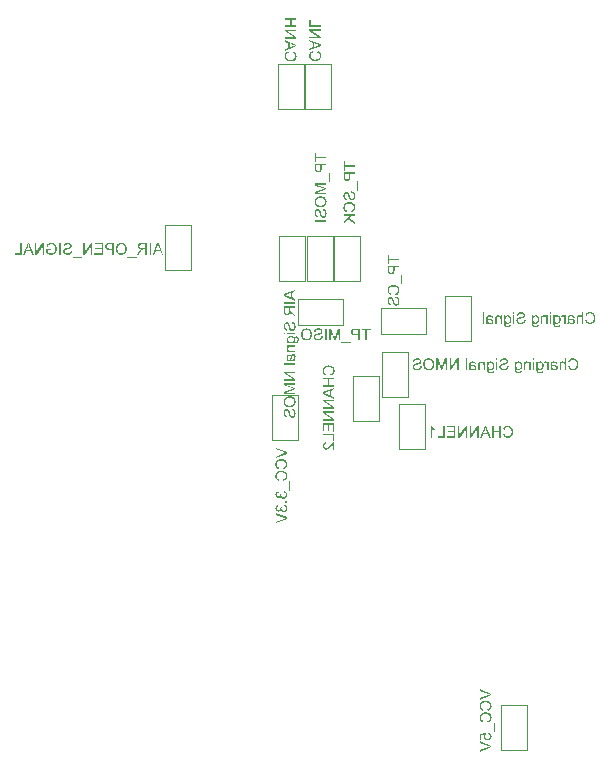
<source format=gbo>
G04*
G04 #@! TF.GenerationSoftware,Altium Limited,Altium Designer,21.7.2 (23)*
G04*
G04 Layer_Color=32896*
%FSLAX25Y25*%
%MOIN*%
G70*
G04*
G04 #@! TF.SameCoordinates,09E9BBC9-63B0-45BD-99AE-EBF3B05E1A71*
G04*
G04*
G04 #@! TF.FilePolarity,Positive*
G04*
G01*
G75*
%ADD18C,0.00394*%
G36*
X-42679Y42122D02*
Y41589D01*
X-46520Y40090D01*
Y40606D01*
X-43728Y41650D01*
X-43612Y41694D01*
X-43501Y41733D01*
X-43395Y41766D01*
X-43301Y41794D01*
X-43218Y41822D01*
X-43156Y41839D01*
X-43134Y41844D01*
X-43118Y41850D01*
X-43107Y41855D01*
X-43101D01*
X-43323Y41922D01*
X-43429Y41955D01*
X-43523Y41988D01*
X-43606Y42016D01*
X-43639Y42027D01*
X-43673Y42033D01*
X-43695Y42044D01*
X-43712Y42050D01*
X-43723Y42055D01*
X-43728D01*
X-46520Y43054D01*
Y43609D01*
X-42679Y42122D01*
D02*
G37*
G36*
X-44427Y39768D02*
X-44233Y39746D01*
X-44061Y39718D01*
X-43978Y39696D01*
X-43906Y39680D01*
X-43839Y39663D01*
X-43778Y39641D01*
X-43723Y39624D01*
X-43678Y39613D01*
X-43645Y39596D01*
X-43617Y39591D01*
X-43600Y39580D01*
X-43595D01*
X-43429Y39496D01*
X-43279Y39402D01*
X-43151Y39302D01*
X-43101Y39252D01*
X-43051Y39208D01*
X-43007Y39164D01*
X-42968Y39119D01*
X-42935Y39080D01*
X-42912Y39047D01*
X-42890Y39025D01*
X-42873Y39002D01*
X-42868Y38991D01*
X-42862Y38986D01*
X-42818Y38908D01*
X-42779Y38831D01*
X-42718Y38664D01*
X-42674Y38497D01*
X-42646Y38337D01*
X-42635Y38259D01*
X-42624Y38192D01*
X-42618Y38131D01*
Y38081D01*
X-42613Y38037D01*
Y37976D01*
X-42618Y37865D01*
X-42629Y37759D01*
X-42640Y37659D01*
X-42663Y37565D01*
X-42690Y37476D01*
X-42718Y37393D01*
X-42746Y37315D01*
X-42779Y37243D01*
X-42807Y37182D01*
X-42835Y37121D01*
X-42862Y37077D01*
X-42890Y37032D01*
X-42912Y37005D01*
X-42923Y36977D01*
X-42935Y36966D01*
X-42940Y36960D01*
X-43007Y36882D01*
X-43073Y36816D01*
X-43151Y36755D01*
X-43229Y36694D01*
X-43384Y36594D01*
X-43540Y36516D01*
X-43612Y36483D01*
X-43678Y36455D01*
X-43739Y36433D01*
X-43789Y36416D01*
X-43834Y36400D01*
X-43867Y36388D01*
X-43889Y36383D01*
X-43895D01*
X-44022Y36893D01*
X-43933Y36916D01*
X-43850Y36944D01*
X-43773Y36971D01*
X-43700Y36999D01*
X-43634Y37032D01*
X-43578Y37066D01*
X-43523Y37104D01*
X-43473Y37138D01*
X-43429Y37165D01*
X-43395Y37199D01*
X-43362Y37227D01*
X-43334Y37249D01*
X-43317Y37271D01*
X-43301Y37288D01*
X-43295Y37293D01*
X-43290Y37299D01*
X-43245Y37354D01*
X-43212Y37415D01*
X-43151Y37537D01*
X-43107Y37654D01*
X-43079Y37770D01*
X-43057Y37870D01*
X-43051Y37909D01*
Y37948D01*
X-43045Y37981D01*
Y38020D01*
X-43051Y38148D01*
X-43073Y38270D01*
X-43101Y38381D01*
X-43134Y38481D01*
X-43168Y38559D01*
X-43184Y38592D01*
X-43195Y38620D01*
X-43207Y38642D01*
X-43218Y38658D01*
X-43223Y38669D01*
Y38675D01*
X-43301Y38781D01*
X-43384Y38869D01*
X-43478Y38947D01*
X-43567Y39008D01*
X-43645Y39058D01*
X-43712Y39091D01*
X-43739Y39102D01*
X-43756Y39114D01*
X-43767Y39119D01*
X-43773D01*
X-43917Y39164D01*
X-44061Y39197D01*
X-44205Y39224D01*
X-44339Y39241D01*
X-44400Y39247D01*
X-44455Y39252D01*
X-44505D01*
X-44544Y39258D01*
X-44577D01*
X-44605D01*
X-44622D01*
X-44627D01*
X-44772Y39252D01*
X-44905Y39241D01*
X-45027Y39219D01*
X-45138Y39197D01*
X-45232Y39180D01*
X-45271Y39169D01*
X-45304Y39158D01*
X-45332Y39152D01*
X-45349Y39147D01*
X-45360Y39141D01*
X-45365D01*
X-45493Y39086D01*
X-45610Y39025D01*
X-45704Y38958D01*
X-45787Y38886D01*
X-45854Y38825D01*
X-45898Y38775D01*
X-45926Y38736D01*
X-45937Y38731D01*
Y38725D01*
X-46009Y38609D01*
X-46065Y38481D01*
X-46104Y38359D01*
X-46126Y38242D01*
X-46142Y38137D01*
X-46148Y38092D01*
Y38054D01*
X-46154Y38026D01*
Y37981D01*
X-46148Y37843D01*
X-46126Y37715D01*
X-46093Y37609D01*
X-46059Y37515D01*
X-46020Y37443D01*
X-45993Y37387D01*
X-45970Y37354D01*
X-45959Y37343D01*
X-45876Y37254D01*
X-45782Y37171D01*
X-45682Y37104D01*
X-45582Y37049D01*
X-45493Y37005D01*
X-45449Y36988D01*
X-45415Y36977D01*
X-45388Y36966D01*
X-45365Y36955D01*
X-45354Y36949D01*
X-45349D01*
X-45465Y36450D01*
X-45565Y36483D01*
X-45654Y36516D01*
X-45737Y36560D01*
X-45821Y36599D01*
X-45893Y36644D01*
X-45959Y36694D01*
X-46026Y36738D01*
X-46081Y36783D01*
X-46126Y36827D01*
X-46170Y36866D01*
X-46209Y36905D01*
X-46237Y36932D01*
X-46264Y36960D01*
X-46281Y36982D01*
X-46287Y36993D01*
X-46292Y36999D01*
X-46342Y37077D01*
X-46392Y37154D01*
X-46431Y37232D01*
X-46464Y37315D01*
X-46514Y37482D01*
X-46548Y37632D01*
X-46564Y37704D01*
X-46570Y37765D01*
X-46575Y37826D01*
X-46581Y37876D01*
X-46586Y37915D01*
Y37970D01*
X-46575Y38153D01*
X-46548Y38331D01*
X-46514Y38486D01*
X-46492Y38559D01*
X-46470Y38625D01*
X-46448Y38686D01*
X-46426Y38742D01*
X-46409Y38786D01*
X-46392Y38831D01*
X-46376Y38858D01*
X-46364Y38880D01*
X-46359Y38897D01*
X-46353Y38903D01*
X-46259Y39053D01*
X-46148Y39180D01*
X-46037Y39291D01*
X-45926Y39386D01*
X-45826Y39458D01*
X-45782Y39485D01*
X-45743Y39508D01*
X-45715Y39530D01*
X-45693Y39541D01*
X-45676Y39546D01*
X-45671Y39552D01*
X-45499Y39630D01*
X-45321Y39685D01*
X-45143Y39724D01*
X-44982Y39752D01*
X-44910Y39763D01*
X-44838Y39768D01*
X-44783Y39774D01*
X-44727D01*
X-44688Y39779D01*
X-44655D01*
X-44633D01*
X-44627D01*
X-44427Y39768D01*
D02*
G37*
G36*
Y35895D02*
X-44233Y35872D01*
X-44061Y35845D01*
X-43978Y35822D01*
X-43906Y35806D01*
X-43839Y35789D01*
X-43778Y35767D01*
X-43723Y35750D01*
X-43678Y35739D01*
X-43645Y35723D01*
X-43617Y35717D01*
X-43600Y35706D01*
X-43595D01*
X-43429Y35623D01*
X-43279Y35528D01*
X-43151Y35428D01*
X-43101Y35378D01*
X-43051Y35334D01*
X-43007Y35290D01*
X-42968Y35245D01*
X-42935Y35206D01*
X-42912Y35173D01*
X-42890Y35151D01*
X-42873Y35129D01*
X-42868Y35118D01*
X-42862Y35112D01*
X-42818Y35034D01*
X-42779Y34957D01*
X-42718Y34790D01*
X-42674Y34624D01*
X-42646Y34463D01*
X-42635Y34385D01*
X-42624Y34318D01*
X-42618Y34257D01*
Y34207D01*
X-42613Y34163D01*
Y34102D01*
X-42618Y33991D01*
X-42629Y33885D01*
X-42640Y33786D01*
X-42663Y33691D01*
X-42690Y33602D01*
X-42718Y33519D01*
X-42746Y33441D01*
X-42779Y33369D01*
X-42807Y33308D01*
X-42835Y33247D01*
X-42862Y33203D01*
X-42890Y33158D01*
X-42912Y33131D01*
X-42923Y33103D01*
X-42935Y33092D01*
X-42940Y33086D01*
X-43007Y33009D01*
X-43073Y32942D01*
X-43151Y32881D01*
X-43229Y32820D01*
X-43384Y32720D01*
X-43540Y32642D01*
X-43612Y32609D01*
X-43678Y32581D01*
X-43739Y32559D01*
X-43789Y32542D01*
X-43834Y32526D01*
X-43867Y32515D01*
X-43889Y32509D01*
X-43895D01*
X-44022Y33020D01*
X-43933Y33042D01*
X-43850Y33070D01*
X-43773Y33097D01*
X-43700Y33125D01*
X-43634Y33158D01*
X-43578Y33192D01*
X-43523Y33231D01*
X-43473Y33264D01*
X-43429Y33292D01*
X-43395Y33325D01*
X-43362Y33353D01*
X-43334Y33375D01*
X-43317Y33397D01*
X-43301Y33414D01*
X-43295Y33419D01*
X-43290Y33425D01*
X-43245Y33480D01*
X-43212Y33541D01*
X-43151Y33663D01*
X-43107Y33780D01*
X-43079Y33896D01*
X-43057Y33996D01*
X-43051Y34035D01*
Y34074D01*
X-43045Y34107D01*
Y34146D01*
X-43051Y34274D01*
X-43073Y34396D01*
X-43101Y34507D01*
X-43134Y34607D01*
X-43168Y34685D01*
X-43184Y34718D01*
X-43195Y34746D01*
X-43207Y34768D01*
X-43218Y34784D01*
X-43223Y34796D01*
Y34801D01*
X-43301Y34907D01*
X-43384Y34995D01*
X-43478Y35073D01*
X-43567Y35134D01*
X-43645Y35184D01*
X-43712Y35217D01*
X-43739Y35228D01*
X-43756Y35240D01*
X-43767Y35245D01*
X-43773D01*
X-43917Y35290D01*
X-44061Y35323D01*
X-44205Y35351D01*
X-44339Y35367D01*
X-44400Y35373D01*
X-44455Y35378D01*
X-44505D01*
X-44544Y35384D01*
X-44577D01*
X-44605D01*
X-44622D01*
X-44627D01*
X-44772Y35378D01*
X-44905Y35367D01*
X-45027Y35345D01*
X-45138Y35323D01*
X-45232Y35306D01*
X-45271Y35295D01*
X-45304Y35284D01*
X-45332Y35278D01*
X-45349Y35273D01*
X-45360Y35267D01*
X-45365D01*
X-45493Y35212D01*
X-45610Y35151D01*
X-45704Y35084D01*
X-45787Y35012D01*
X-45854Y34951D01*
X-45898Y34901D01*
X-45926Y34862D01*
X-45937Y34857D01*
Y34851D01*
X-46009Y34735D01*
X-46065Y34607D01*
X-46104Y34485D01*
X-46126Y34368D01*
X-46142Y34263D01*
X-46148Y34218D01*
Y34180D01*
X-46154Y34152D01*
Y34107D01*
X-46148Y33969D01*
X-46126Y33841D01*
X-46093Y33736D01*
X-46059Y33641D01*
X-46020Y33569D01*
X-45993Y33514D01*
X-45970Y33480D01*
X-45959Y33469D01*
X-45876Y33380D01*
X-45782Y33297D01*
X-45682Y33231D01*
X-45582Y33175D01*
X-45493Y33131D01*
X-45449Y33114D01*
X-45415Y33103D01*
X-45388Y33092D01*
X-45365Y33081D01*
X-45354Y33075D01*
X-45349D01*
X-45465Y32576D01*
X-45565Y32609D01*
X-45654Y32642D01*
X-45737Y32687D01*
X-45821Y32726D01*
X-45893Y32770D01*
X-45959Y32820D01*
X-46026Y32864D01*
X-46081Y32909D01*
X-46126Y32953D01*
X-46170Y32992D01*
X-46209Y33031D01*
X-46237Y33059D01*
X-46264Y33086D01*
X-46281Y33108D01*
X-46287Y33119D01*
X-46292Y33125D01*
X-46342Y33203D01*
X-46392Y33281D01*
X-46431Y33358D01*
X-46464Y33441D01*
X-46514Y33608D01*
X-46548Y33758D01*
X-46564Y33830D01*
X-46570Y33891D01*
X-46575Y33952D01*
X-46581Y34002D01*
X-46586Y34041D01*
Y34096D01*
X-46575Y34280D01*
X-46548Y34457D01*
X-46514Y34613D01*
X-46492Y34685D01*
X-46470Y34751D01*
X-46448Y34812D01*
X-46426Y34868D01*
X-46409Y34912D01*
X-46392Y34957D01*
X-46376Y34984D01*
X-46364Y35006D01*
X-46359Y35023D01*
X-46353Y35029D01*
X-46259Y35179D01*
X-46148Y35306D01*
X-46037Y35417D01*
X-45926Y35512D01*
X-45826Y35584D01*
X-45782Y35612D01*
X-45743Y35634D01*
X-45715Y35656D01*
X-45693Y35667D01*
X-45676Y35673D01*
X-45671Y35678D01*
X-45499Y35756D01*
X-45321Y35811D01*
X-45143Y35850D01*
X-44982Y35878D01*
X-44910Y35889D01*
X-44838Y35895D01*
X-44783Y35900D01*
X-44727D01*
X-44688Y35906D01*
X-44655D01*
X-44633D01*
X-44627D01*
X-44427Y35895D01*
D02*
G37*
G36*
X-41614Y29257D02*
X-41952D01*
Y32381D01*
X-41614D01*
Y29257D01*
D02*
G37*
G36*
X-43595Y29079D02*
X-43512Y29063D01*
X-43356Y29013D01*
X-43223Y28951D01*
X-43162Y28918D01*
X-43112Y28885D01*
X-43062Y28857D01*
X-43018Y28824D01*
X-42985Y28796D01*
X-42957Y28768D01*
X-42935Y28746D01*
X-42912Y28735D01*
X-42907Y28724D01*
X-42901Y28718D01*
X-42851Y28652D01*
X-42807Y28585D01*
X-42768Y28513D01*
X-42735Y28441D01*
X-42685Y28302D01*
X-42652Y28163D01*
X-42635Y28102D01*
X-42629Y28041D01*
X-42624Y27991D01*
X-42618Y27947D01*
X-42613Y27908D01*
Y27858D01*
X-42618Y27742D01*
X-42635Y27631D01*
X-42657Y27525D01*
X-42685Y27431D01*
X-42724Y27342D01*
X-42763Y27259D01*
X-42801Y27181D01*
X-42846Y27114D01*
X-42890Y27053D01*
X-42929Y26998D01*
X-42973Y26954D01*
X-43007Y26915D01*
X-43034Y26887D01*
X-43057Y26865D01*
X-43073Y26854D01*
X-43079Y26848D01*
X-43151Y26792D01*
X-43229Y26748D01*
X-43301Y26704D01*
X-43378Y26670D01*
X-43528Y26615D01*
X-43673Y26582D01*
X-43734Y26570D01*
X-43795Y26559D01*
X-43845Y26554D01*
X-43889Y26548D01*
X-43928Y26543D01*
X-43956D01*
X-43972D01*
X-43978D01*
X-44078Y26548D01*
X-44172Y26559D01*
X-44267Y26576D01*
X-44350Y26598D01*
X-44427Y26626D01*
X-44505Y26654D01*
X-44572Y26687D01*
X-44633Y26715D01*
X-44688Y26748D01*
X-44738Y26781D01*
X-44777Y26809D01*
X-44816Y26837D01*
X-44844Y26859D01*
X-44860Y26876D01*
X-44872Y26887D01*
X-44877Y26892D01*
X-44938Y26959D01*
X-44994Y27026D01*
X-45038Y27098D01*
X-45077Y27170D01*
X-45116Y27242D01*
X-45143Y27314D01*
X-45182Y27447D01*
X-45199Y27509D01*
X-45210Y27564D01*
X-45216Y27614D01*
X-45221Y27658D01*
X-45227Y27692D01*
Y27814D01*
X-45216Y27880D01*
X-45188Y28014D01*
X-45149Y28136D01*
X-45105Y28247D01*
X-45060Y28335D01*
X-45038Y28374D01*
X-45021Y28408D01*
X-45005Y28435D01*
X-44994Y28452D01*
X-44988Y28463D01*
X-44982Y28469D01*
X-46020Y28263D01*
Y26726D01*
X-46470D01*
Y28635D01*
X-44494Y29007D01*
X-44433Y28563D01*
X-44494Y28524D01*
X-44544Y28474D01*
X-44594Y28430D01*
X-44633Y28385D01*
X-44661Y28341D01*
X-44688Y28308D01*
X-44699Y28286D01*
X-44705Y28280D01*
X-44738Y28208D01*
X-44766Y28136D01*
X-44783Y28069D01*
X-44799Y28002D01*
X-44805Y27947D01*
X-44810Y27902D01*
Y27797D01*
X-44799Y27731D01*
X-44772Y27614D01*
X-44733Y27514D01*
X-44694Y27425D01*
X-44649Y27359D01*
X-44611Y27309D01*
X-44583Y27281D01*
X-44577Y27270D01*
X-44572D01*
X-44477Y27192D01*
X-44377Y27137D01*
X-44272Y27098D01*
X-44167Y27070D01*
X-44078Y27053D01*
X-44039Y27048D01*
X-44006D01*
X-43978Y27042D01*
X-43956D01*
X-43945D01*
X-43939D01*
X-43861D01*
X-43789Y27053D01*
X-43650Y27081D01*
X-43534Y27120D01*
X-43440Y27159D01*
X-43362Y27203D01*
X-43301Y27242D01*
X-43284Y27259D01*
X-43268Y27270D01*
X-43262Y27275D01*
X-43256Y27281D01*
X-43212Y27325D01*
X-43173Y27370D01*
X-43107Y27470D01*
X-43062Y27564D01*
X-43034Y27658D01*
X-43012Y27736D01*
X-43007Y27803D01*
X-43001Y27825D01*
Y27858D01*
X-43007Y27964D01*
X-43029Y28058D01*
X-43057Y28141D01*
X-43090Y28208D01*
X-43123Y28269D01*
X-43151Y28313D01*
X-43173Y28335D01*
X-43179Y28346D01*
X-43256Y28413D01*
X-43340Y28469D01*
X-43434Y28513D01*
X-43517Y28546D01*
X-43600Y28569D01*
X-43662Y28585D01*
X-43689Y28591D01*
X-43706Y28596D01*
X-43717D01*
X-43723D01*
X-43684Y29090D01*
X-43595Y29079D01*
D02*
G37*
G36*
X-42679Y24822D02*
Y24290D01*
X-46520Y22791D01*
Y23307D01*
X-43728Y24351D01*
X-43612Y24395D01*
X-43501Y24434D01*
X-43395Y24467D01*
X-43301Y24495D01*
X-43218Y24523D01*
X-43156Y24539D01*
X-43134Y24545D01*
X-43118Y24550D01*
X-43107Y24556D01*
X-43101D01*
X-43323Y24622D01*
X-43429Y24656D01*
X-43523Y24689D01*
X-43606Y24717D01*
X-43639Y24728D01*
X-43673Y24734D01*
X-43695Y24745D01*
X-43712Y24750D01*
X-43723Y24756D01*
X-43728D01*
X-46520Y25755D01*
Y26310D01*
X-42679Y24822D01*
D02*
G37*
G36*
X-110779Y122661D02*
Y122128D01*
X-114620Y120630D01*
Y121146D01*
X-111828Y122189D01*
X-111712Y122234D01*
X-111601Y122273D01*
X-111495Y122306D01*
X-111401Y122334D01*
X-111318Y122361D01*
X-111257Y122378D01*
X-111234Y122383D01*
X-111218Y122389D01*
X-111207Y122395D01*
X-111201D01*
X-111423Y122461D01*
X-111529Y122494D01*
X-111623Y122528D01*
X-111706Y122556D01*
X-111739Y122567D01*
X-111773Y122572D01*
X-111795Y122583D01*
X-111811Y122589D01*
X-111823Y122594D01*
X-111828D01*
X-114620Y123593D01*
Y124148D01*
X-110779Y122661D01*
D02*
G37*
G36*
X-112528Y120308D02*
X-112333Y120286D01*
X-112161Y120258D01*
X-112078Y120236D01*
X-112006Y120219D01*
X-111939Y120202D01*
X-111878Y120180D01*
X-111823Y120164D01*
X-111778Y120152D01*
X-111745Y120136D01*
X-111717Y120130D01*
X-111700Y120119D01*
X-111695D01*
X-111529Y120036D01*
X-111379Y119941D01*
X-111251Y119842D01*
X-111201Y119792D01*
X-111151Y119747D01*
X-111107Y119703D01*
X-111068Y119659D01*
X-111035Y119620D01*
X-111012Y119586D01*
X-110990Y119564D01*
X-110974Y119542D01*
X-110968Y119531D01*
X-110962Y119525D01*
X-110918Y119448D01*
X-110879Y119370D01*
X-110818Y119203D01*
X-110774Y119037D01*
X-110746Y118876D01*
X-110735Y118798D01*
X-110724Y118732D01*
X-110718Y118671D01*
Y118621D01*
X-110713Y118576D01*
Y118515D01*
X-110718Y118404D01*
X-110729Y118299D01*
X-110740Y118199D01*
X-110763Y118105D01*
X-110790Y118016D01*
X-110818Y117932D01*
X-110846Y117855D01*
X-110879Y117783D01*
X-110907Y117721D01*
X-110935Y117660D01*
X-110962Y117616D01*
X-110990Y117572D01*
X-111012Y117544D01*
X-111023Y117516D01*
X-111035Y117505D01*
X-111040Y117499D01*
X-111107Y117422D01*
X-111173Y117355D01*
X-111251Y117294D01*
X-111329Y117233D01*
X-111484Y117133D01*
X-111639Y117055D01*
X-111712Y117022D01*
X-111778Y116995D01*
X-111839Y116972D01*
X-111889Y116956D01*
X-111934Y116939D01*
X-111967Y116928D01*
X-111989Y116922D01*
X-111995D01*
X-112122Y117433D01*
X-112033Y117455D01*
X-111950Y117483D01*
X-111873Y117511D01*
X-111800Y117538D01*
X-111734Y117572D01*
X-111678Y117605D01*
X-111623Y117644D01*
X-111573Y117677D01*
X-111529Y117705D01*
X-111495Y117738D01*
X-111462Y117766D01*
X-111434Y117788D01*
X-111417Y117810D01*
X-111401Y117827D01*
X-111395Y117833D01*
X-111390Y117838D01*
X-111345Y117894D01*
X-111312Y117955D01*
X-111251Y118077D01*
X-111207Y118193D01*
X-111179Y118310D01*
X-111157Y118410D01*
X-111151Y118449D01*
Y118487D01*
X-111145Y118521D01*
Y118560D01*
X-111151Y118687D01*
X-111173Y118809D01*
X-111201Y118920D01*
X-111234Y119020D01*
X-111268Y119098D01*
X-111284Y119131D01*
X-111295Y119159D01*
X-111307Y119181D01*
X-111318Y119198D01*
X-111323Y119209D01*
Y119214D01*
X-111401Y119320D01*
X-111484Y119409D01*
X-111578Y119486D01*
X-111667Y119547D01*
X-111745Y119597D01*
X-111811Y119631D01*
X-111839Y119642D01*
X-111856Y119653D01*
X-111867Y119659D01*
X-111873D01*
X-112017Y119703D01*
X-112161Y119736D01*
X-112305Y119764D01*
X-112439Y119781D01*
X-112500Y119786D01*
X-112555Y119792D01*
X-112605D01*
X-112644Y119797D01*
X-112677D01*
X-112705D01*
X-112722D01*
X-112727D01*
X-112872Y119792D01*
X-113005Y119781D01*
X-113127Y119758D01*
X-113238Y119736D01*
X-113332Y119720D01*
X-113371Y119708D01*
X-113404Y119697D01*
X-113432Y119692D01*
X-113449Y119686D01*
X-113460Y119681D01*
X-113465D01*
X-113593Y119625D01*
X-113710Y119564D01*
X-113804Y119498D01*
X-113887Y119425D01*
X-113954Y119364D01*
X-113998Y119314D01*
X-114026Y119275D01*
X-114037Y119270D01*
Y119264D01*
X-114109Y119148D01*
X-114165Y119020D01*
X-114204Y118898D01*
X-114226Y118782D01*
X-114242Y118676D01*
X-114248Y118632D01*
Y118593D01*
X-114253Y118565D01*
Y118521D01*
X-114248Y118382D01*
X-114226Y118254D01*
X-114192Y118149D01*
X-114159Y118054D01*
X-114120Y117982D01*
X-114093Y117927D01*
X-114070Y117894D01*
X-114059Y117883D01*
X-113976Y117794D01*
X-113882Y117710D01*
X-113782Y117644D01*
X-113682Y117588D01*
X-113593Y117544D01*
X-113549Y117527D01*
X-113515Y117516D01*
X-113488Y117505D01*
X-113465Y117494D01*
X-113454Y117488D01*
X-113449D01*
X-113565Y116989D01*
X-113665Y117022D01*
X-113754Y117055D01*
X-113837Y117100D01*
X-113920Y117139D01*
X-113993Y117183D01*
X-114059Y117233D01*
X-114126Y117278D01*
X-114181Y117322D01*
X-114226Y117366D01*
X-114270Y117405D01*
X-114309Y117444D01*
X-114337Y117472D01*
X-114365Y117499D01*
X-114381Y117522D01*
X-114387Y117533D01*
X-114392Y117538D01*
X-114442Y117616D01*
X-114492Y117694D01*
X-114531Y117771D01*
X-114564Y117855D01*
X-114614Y118021D01*
X-114648Y118171D01*
X-114664Y118243D01*
X-114670Y118304D01*
X-114675Y118365D01*
X-114681Y118415D01*
X-114686Y118454D01*
Y118510D01*
X-114675Y118693D01*
X-114648Y118870D01*
X-114614Y119026D01*
X-114592Y119098D01*
X-114570Y119165D01*
X-114548Y119226D01*
X-114525Y119281D01*
X-114509Y119325D01*
X-114492Y119370D01*
X-114476Y119398D01*
X-114464Y119420D01*
X-114459Y119437D01*
X-114453Y119442D01*
X-114359Y119592D01*
X-114248Y119720D01*
X-114137Y119831D01*
X-114026Y119925D01*
X-113926Y119997D01*
X-113882Y120025D01*
X-113843Y120047D01*
X-113815Y120069D01*
X-113793Y120080D01*
X-113776Y120086D01*
X-113771Y120091D01*
X-113599Y120169D01*
X-113421Y120225D01*
X-113243Y120263D01*
X-113083Y120291D01*
X-113010Y120302D01*
X-112938Y120308D01*
X-112883Y120313D01*
X-112827D01*
X-112788Y120319D01*
X-112755D01*
X-112733D01*
X-112727D01*
X-112528Y120308D01*
D02*
G37*
G36*
Y116434D02*
X-112333Y116412D01*
X-112161Y116384D01*
X-112078Y116362D01*
X-112006Y116345D01*
X-111939Y116329D01*
X-111878Y116306D01*
X-111823Y116290D01*
X-111778Y116279D01*
X-111745Y116262D01*
X-111717Y116256D01*
X-111700Y116245D01*
X-111695D01*
X-111529Y116162D01*
X-111379Y116068D01*
X-111251Y115968D01*
X-111201Y115918D01*
X-111151Y115873D01*
X-111107Y115829D01*
X-111068Y115785D01*
X-111035Y115746D01*
X-111012Y115712D01*
X-110990Y115690D01*
X-110974Y115668D01*
X-110968Y115657D01*
X-110962Y115651D01*
X-110918Y115574D01*
X-110879Y115496D01*
X-110818Y115330D01*
X-110774Y115163D01*
X-110746Y115002D01*
X-110735Y114924D01*
X-110724Y114858D01*
X-110718Y114797D01*
Y114747D01*
X-110713Y114702D01*
Y114641D01*
X-110718Y114530D01*
X-110729Y114425D01*
X-110740Y114325D01*
X-110763Y114231D01*
X-110790Y114142D01*
X-110818Y114058D01*
X-110846Y113981D01*
X-110879Y113909D01*
X-110907Y113848D01*
X-110935Y113787D01*
X-110962Y113742D01*
X-110990Y113698D01*
X-111012Y113670D01*
X-111023Y113642D01*
X-111035Y113631D01*
X-111040Y113626D01*
X-111107Y113548D01*
X-111173Y113481D01*
X-111251Y113420D01*
X-111329Y113359D01*
X-111484Y113259D01*
X-111639Y113182D01*
X-111712Y113148D01*
X-111778Y113121D01*
X-111839Y113098D01*
X-111889Y113082D01*
X-111934Y113065D01*
X-111967Y113054D01*
X-111989Y113048D01*
X-111995D01*
X-112122Y113559D01*
X-112033Y113581D01*
X-111950Y113609D01*
X-111873Y113637D01*
X-111800Y113664D01*
X-111734Y113698D01*
X-111678Y113731D01*
X-111623Y113770D01*
X-111573Y113803D01*
X-111529Y113831D01*
X-111495Y113864D01*
X-111462Y113892D01*
X-111434Y113914D01*
X-111417Y113936D01*
X-111401Y113953D01*
X-111395Y113959D01*
X-111390Y113964D01*
X-111345Y114020D01*
X-111312Y114081D01*
X-111251Y114203D01*
X-111207Y114319D01*
X-111179Y114436D01*
X-111157Y114536D01*
X-111151Y114575D01*
Y114613D01*
X-111145Y114647D01*
Y114686D01*
X-111151Y114813D01*
X-111173Y114935D01*
X-111201Y115046D01*
X-111234Y115146D01*
X-111268Y115224D01*
X-111284Y115257D01*
X-111295Y115285D01*
X-111307Y115307D01*
X-111318Y115324D01*
X-111323Y115335D01*
Y115341D01*
X-111401Y115446D01*
X-111484Y115535D01*
X-111578Y115612D01*
X-111667Y115674D01*
X-111745Y115724D01*
X-111811Y115757D01*
X-111839Y115768D01*
X-111856Y115779D01*
X-111867Y115785D01*
X-111873D01*
X-112017Y115829D01*
X-112161Y115862D01*
X-112305Y115890D01*
X-112439Y115907D01*
X-112500Y115912D01*
X-112555Y115918D01*
X-112605D01*
X-112644Y115923D01*
X-112677D01*
X-112705D01*
X-112722D01*
X-112727D01*
X-112872Y115918D01*
X-113005Y115907D01*
X-113127Y115884D01*
X-113238Y115862D01*
X-113332Y115846D01*
X-113371Y115834D01*
X-113404Y115823D01*
X-113432Y115818D01*
X-113449Y115812D01*
X-113460Y115807D01*
X-113465D01*
X-113593Y115751D01*
X-113710Y115690D01*
X-113804Y115624D01*
X-113887Y115551D01*
X-113954Y115490D01*
X-113998Y115440D01*
X-114026Y115402D01*
X-114037Y115396D01*
Y115391D01*
X-114109Y115274D01*
X-114165Y115146D01*
X-114204Y115024D01*
X-114226Y114908D01*
X-114242Y114802D01*
X-114248Y114758D01*
Y114719D01*
X-114253Y114691D01*
Y114647D01*
X-114248Y114508D01*
X-114226Y114380D01*
X-114192Y114275D01*
X-114159Y114181D01*
X-114120Y114109D01*
X-114093Y114053D01*
X-114070Y114020D01*
X-114059Y114009D01*
X-113976Y113920D01*
X-113882Y113837D01*
X-113782Y113770D01*
X-113682Y113714D01*
X-113593Y113670D01*
X-113549Y113653D01*
X-113515Y113642D01*
X-113488Y113631D01*
X-113465Y113620D01*
X-113454Y113614D01*
X-113449D01*
X-113565Y113115D01*
X-113665Y113148D01*
X-113754Y113182D01*
X-113837Y113226D01*
X-113920Y113265D01*
X-113993Y113309D01*
X-114059Y113359D01*
X-114126Y113404D01*
X-114181Y113448D01*
X-114226Y113492D01*
X-114270Y113531D01*
X-114309Y113570D01*
X-114337Y113598D01*
X-114365Y113626D01*
X-114381Y113648D01*
X-114387Y113659D01*
X-114392Y113664D01*
X-114442Y113742D01*
X-114492Y113820D01*
X-114531Y113898D01*
X-114564Y113981D01*
X-114614Y114147D01*
X-114648Y114297D01*
X-114664Y114369D01*
X-114670Y114430D01*
X-114675Y114491D01*
X-114681Y114541D01*
X-114686Y114580D01*
Y114636D01*
X-114675Y114819D01*
X-114648Y114997D01*
X-114614Y115152D01*
X-114592Y115224D01*
X-114570Y115291D01*
X-114548Y115352D01*
X-114525Y115407D01*
X-114509Y115452D01*
X-114492Y115496D01*
X-114476Y115524D01*
X-114464Y115546D01*
X-114459Y115563D01*
X-114453Y115568D01*
X-114359Y115718D01*
X-114248Y115846D01*
X-114137Y115957D01*
X-114026Y116051D01*
X-113926Y116123D01*
X-113882Y116151D01*
X-113843Y116173D01*
X-113815Y116195D01*
X-113793Y116206D01*
X-113776Y116212D01*
X-113771Y116218D01*
X-113599Y116295D01*
X-113421Y116351D01*
X-113243Y116390D01*
X-113083Y116417D01*
X-113010Y116428D01*
X-112938Y116434D01*
X-112883Y116439D01*
X-112827D01*
X-112788Y116445D01*
X-112755D01*
X-112733D01*
X-112727D01*
X-112528Y116434D01*
D02*
G37*
G36*
X-109714Y109796D02*
X-110052D01*
Y112921D01*
X-109714D01*
Y109796D01*
D02*
G37*
G36*
X-111706Y109613D02*
X-111623Y109596D01*
X-111467Y109546D01*
X-111334Y109485D01*
X-111279Y109452D01*
X-111223Y109419D01*
X-111173Y109385D01*
X-111134Y109352D01*
X-111096Y109324D01*
X-111068Y109297D01*
X-111046Y109280D01*
X-111029Y109263D01*
X-111018Y109252D01*
X-111012Y109247D01*
X-110962Y109180D01*
X-110912Y109114D01*
X-110874Y109047D01*
X-110840Y108975D01*
X-110785Y108836D01*
X-110751Y108703D01*
X-110740Y108642D01*
X-110729Y108586D01*
X-110724Y108536D01*
X-110718Y108492D01*
X-110713Y108459D01*
Y108409D01*
X-110718Y108303D01*
X-110729Y108209D01*
X-110746Y108115D01*
X-110768Y108026D01*
X-110796Y107942D01*
X-110824Y107870D01*
X-110857Y107798D01*
X-110890Y107737D01*
X-110918Y107676D01*
X-110951Y107626D01*
X-110979Y107582D01*
X-111007Y107548D01*
X-111029Y107521D01*
X-111046Y107498D01*
X-111057Y107487D01*
X-111062Y107482D01*
X-111129Y107415D01*
X-111201Y107360D01*
X-111273Y107310D01*
X-111345Y107265D01*
X-111412Y107232D01*
X-111484Y107199D01*
X-111617Y107154D01*
X-111678Y107143D01*
X-111734Y107132D01*
X-111784Y107121D01*
X-111828Y107115D01*
X-111862Y107110D01*
X-111889D01*
X-111906D01*
X-111911D01*
X-112045Y107115D01*
X-112167Y107138D01*
X-112272Y107171D01*
X-112361Y107204D01*
X-112433Y107238D01*
X-112489Y107271D01*
X-112522Y107293D01*
X-112533Y107299D01*
X-112616Y107376D01*
X-112688Y107460D01*
X-112744Y107548D01*
X-112788Y107637D01*
X-112822Y107715D01*
X-112844Y107776D01*
X-112849Y107798D01*
X-112855Y107815D01*
X-112861Y107826D01*
Y107831D01*
X-112910Y107737D01*
X-112960Y107659D01*
X-113016Y107593D01*
X-113066Y107537D01*
X-113110Y107493D01*
X-113149Y107460D01*
X-113171Y107443D01*
X-113182Y107437D01*
X-113260Y107393D01*
X-113338Y107360D01*
X-113416Y107332D01*
X-113488Y107315D01*
X-113549Y107304D01*
X-113593Y107299D01*
X-113626D01*
X-113637D01*
X-113732Y107304D01*
X-113826Y107321D01*
X-113909Y107343D01*
X-113982Y107371D01*
X-114043Y107398D01*
X-114093Y107421D01*
X-114120Y107437D01*
X-114131Y107443D01*
X-114215Y107498D01*
X-114287Y107565D01*
X-114348Y107632D01*
X-114403Y107698D01*
X-114442Y107754D01*
X-114476Y107804D01*
X-114492Y107837D01*
X-114498Y107843D01*
Y107848D01*
X-114542Y107948D01*
X-114575Y108048D01*
X-114603Y108148D01*
X-114620Y108237D01*
X-114631Y108309D01*
X-114637Y108370D01*
Y108509D01*
X-114625Y108586D01*
X-114598Y108736D01*
X-114553Y108864D01*
X-114509Y108975D01*
X-114481Y109025D01*
X-114459Y109063D01*
X-114437Y109102D01*
X-114415Y109130D01*
X-114398Y109152D01*
X-114387Y109169D01*
X-114381Y109180D01*
X-114376Y109186D01*
X-114270Y109291D01*
X-114154Y109374D01*
X-114032Y109441D01*
X-113909Y109496D01*
X-113804Y109530D01*
X-113760Y109546D01*
X-113721Y109557D01*
X-113687Y109563D01*
X-113665Y109569D01*
X-113649Y109574D01*
X-113643D01*
X-113560Y109102D01*
X-113682Y109080D01*
X-113787Y109047D01*
X-113876Y109008D01*
X-113948Y108969D01*
X-114004Y108930D01*
X-114043Y108897D01*
X-114070Y108875D01*
X-114076Y108869D01*
X-114131Y108797D01*
X-114176Y108719D01*
X-114204Y108647D01*
X-114226Y108575D01*
X-114237Y108509D01*
X-114248Y108459D01*
Y108414D01*
X-114242Y108314D01*
X-114220Y108226D01*
X-114192Y108148D01*
X-114165Y108081D01*
X-114131Y108031D01*
X-114104Y107992D01*
X-114082Y107965D01*
X-114076Y107959D01*
X-114009Y107898D01*
X-113937Y107854D01*
X-113865Y107826D01*
X-113798Y107804D01*
X-113737Y107793D01*
X-113693Y107782D01*
X-113660D01*
X-113654D01*
X-113649D01*
X-113587D01*
X-113532Y107793D01*
X-113438Y107820D01*
X-113354Y107859D01*
X-113282Y107904D01*
X-113232Y107948D01*
X-113194Y107987D01*
X-113171Y108015D01*
X-113166Y108020D01*
Y108026D01*
X-113116Y108120D01*
X-113077Y108209D01*
X-113049Y108303D01*
X-113032Y108386D01*
X-113021Y108459D01*
X-113010Y108520D01*
Y108592D01*
X-113016Y108614D01*
Y108642D01*
X-112600Y108697D01*
X-112616Y108625D01*
X-112627Y108558D01*
X-112638Y108503D01*
X-112644Y108453D01*
X-112650Y108414D01*
Y108364D01*
X-112638Y108248D01*
X-112616Y108142D01*
X-112583Y108048D01*
X-112544Y107970D01*
X-112505Y107909D01*
X-112472Y107865D01*
X-112450Y107837D01*
X-112439Y107826D01*
X-112355Y107754D01*
X-112267Y107698D01*
X-112178Y107659D01*
X-112089Y107637D01*
X-112017Y107621D01*
X-111956Y107615D01*
X-111934Y107609D01*
X-111917D01*
X-111906D01*
X-111900D01*
X-111778Y107621D01*
X-111667Y107648D01*
X-111573Y107682D01*
X-111490Y107726D01*
X-111423Y107770D01*
X-111373Y107804D01*
X-111340Y107831D01*
X-111329Y107843D01*
X-111251Y107931D01*
X-111196Y108026D01*
X-111157Y108120D01*
X-111129Y108209D01*
X-111112Y108286D01*
X-111107Y108348D01*
X-111101Y108370D01*
Y108403D01*
X-111107Y108503D01*
X-111129Y108597D01*
X-111157Y108681D01*
X-111190Y108747D01*
X-111218Y108803D01*
X-111245Y108847D01*
X-111268Y108869D01*
X-111273Y108880D01*
X-111351Y108947D01*
X-111440Y109002D01*
X-111534Y109052D01*
X-111634Y109091D01*
X-111717Y109119D01*
X-111756Y109130D01*
X-111789Y109136D01*
X-111817Y109141D01*
X-111839Y109147D01*
X-111850Y109152D01*
X-111856D01*
X-111795Y109624D01*
X-111706Y109613D01*
D02*
G37*
G36*
X-110779Y105839D02*
X-111318D01*
Y106377D01*
X-110779D01*
Y105839D01*
D02*
G37*
G36*
X-111706Y105134D02*
X-111623Y105117D01*
X-111467Y105068D01*
X-111334Y105007D01*
X-111279Y104973D01*
X-111223Y104940D01*
X-111173Y104907D01*
X-111134Y104873D01*
X-111096Y104845D01*
X-111068Y104818D01*
X-111046Y104801D01*
X-111029Y104785D01*
X-111018Y104773D01*
X-111012Y104768D01*
X-110962Y104701D01*
X-110912Y104635D01*
X-110874Y104568D01*
X-110840Y104496D01*
X-110785Y104357D01*
X-110751Y104224D01*
X-110740Y104163D01*
X-110729Y104107D01*
X-110724Y104057D01*
X-110718Y104013D01*
X-110713Y103980D01*
Y103930D01*
X-110718Y103824D01*
X-110729Y103730D01*
X-110746Y103636D01*
X-110768Y103547D01*
X-110796Y103464D01*
X-110824Y103391D01*
X-110857Y103319D01*
X-110890Y103258D01*
X-110918Y103197D01*
X-110951Y103147D01*
X-110979Y103103D01*
X-111007Y103069D01*
X-111029Y103042D01*
X-111046Y103020D01*
X-111057Y103008D01*
X-111062Y103003D01*
X-111129Y102936D01*
X-111201Y102881D01*
X-111273Y102831D01*
X-111345Y102787D01*
X-111412Y102753D01*
X-111484Y102720D01*
X-111617Y102675D01*
X-111678Y102664D01*
X-111734Y102653D01*
X-111784Y102642D01*
X-111828Y102637D01*
X-111862Y102631D01*
X-111889D01*
X-111906D01*
X-111911D01*
X-112045Y102637D01*
X-112167Y102659D01*
X-112272Y102692D01*
X-112361Y102725D01*
X-112433Y102759D01*
X-112489Y102792D01*
X-112522Y102814D01*
X-112533Y102820D01*
X-112616Y102898D01*
X-112688Y102981D01*
X-112744Y103069D01*
X-112788Y103158D01*
X-112822Y103236D01*
X-112844Y103297D01*
X-112849Y103319D01*
X-112855Y103336D01*
X-112861Y103347D01*
Y103353D01*
X-112910Y103258D01*
X-112960Y103181D01*
X-113016Y103114D01*
X-113066Y103058D01*
X-113110Y103014D01*
X-113149Y102981D01*
X-113171Y102964D01*
X-113182Y102959D01*
X-113260Y102914D01*
X-113338Y102881D01*
X-113416Y102853D01*
X-113488Y102836D01*
X-113549Y102825D01*
X-113593Y102820D01*
X-113626D01*
X-113637D01*
X-113732Y102825D01*
X-113826Y102842D01*
X-113909Y102864D01*
X-113982Y102892D01*
X-114043Y102920D01*
X-114093Y102942D01*
X-114120Y102959D01*
X-114131Y102964D01*
X-114215Y103020D01*
X-114287Y103086D01*
X-114348Y103153D01*
X-114403Y103219D01*
X-114442Y103275D01*
X-114476Y103325D01*
X-114492Y103358D01*
X-114498Y103364D01*
Y103369D01*
X-114542Y103469D01*
X-114575Y103569D01*
X-114603Y103669D01*
X-114620Y103758D01*
X-114631Y103830D01*
X-114637Y103891D01*
Y104030D01*
X-114625Y104107D01*
X-114598Y104257D01*
X-114553Y104385D01*
X-114509Y104496D01*
X-114481Y104546D01*
X-114459Y104585D01*
X-114437Y104623D01*
X-114415Y104651D01*
X-114398Y104674D01*
X-114387Y104690D01*
X-114381Y104701D01*
X-114376Y104707D01*
X-114270Y104812D01*
X-114154Y104895D01*
X-114032Y104962D01*
X-113909Y105018D01*
X-113804Y105051D01*
X-113760Y105068D01*
X-113721Y105079D01*
X-113687Y105084D01*
X-113665Y105090D01*
X-113649Y105095D01*
X-113643D01*
X-113560Y104623D01*
X-113682Y104601D01*
X-113787Y104568D01*
X-113876Y104529D01*
X-113948Y104490D01*
X-114004Y104452D01*
X-114043Y104418D01*
X-114070Y104396D01*
X-114076Y104390D01*
X-114131Y104318D01*
X-114176Y104241D01*
X-114204Y104168D01*
X-114226Y104096D01*
X-114237Y104030D01*
X-114248Y103980D01*
Y103935D01*
X-114242Y103835D01*
X-114220Y103747D01*
X-114192Y103669D01*
X-114165Y103602D01*
X-114131Y103552D01*
X-114104Y103514D01*
X-114082Y103486D01*
X-114076Y103480D01*
X-114009Y103419D01*
X-113937Y103375D01*
X-113865Y103347D01*
X-113798Y103325D01*
X-113737Y103314D01*
X-113693Y103303D01*
X-113660D01*
X-113654D01*
X-113649D01*
X-113587D01*
X-113532Y103314D01*
X-113438Y103341D01*
X-113354Y103380D01*
X-113282Y103425D01*
X-113232Y103469D01*
X-113194Y103508D01*
X-113171Y103536D01*
X-113166Y103541D01*
Y103547D01*
X-113116Y103641D01*
X-113077Y103730D01*
X-113049Y103824D01*
X-113032Y103908D01*
X-113021Y103980D01*
X-113010Y104041D01*
Y104113D01*
X-113016Y104135D01*
Y104163D01*
X-112600Y104218D01*
X-112616Y104146D01*
X-112627Y104080D01*
X-112638Y104024D01*
X-112644Y103974D01*
X-112650Y103935D01*
Y103885D01*
X-112638Y103769D01*
X-112616Y103663D01*
X-112583Y103569D01*
X-112544Y103491D01*
X-112505Y103430D01*
X-112472Y103386D01*
X-112450Y103358D01*
X-112439Y103347D01*
X-112355Y103275D01*
X-112267Y103219D01*
X-112178Y103181D01*
X-112089Y103158D01*
X-112017Y103142D01*
X-111956Y103136D01*
X-111934Y103131D01*
X-111917D01*
X-111906D01*
X-111900D01*
X-111778Y103142D01*
X-111667Y103169D01*
X-111573Y103203D01*
X-111490Y103247D01*
X-111423Y103291D01*
X-111373Y103325D01*
X-111340Y103353D01*
X-111329Y103364D01*
X-111251Y103453D01*
X-111196Y103547D01*
X-111157Y103641D01*
X-111129Y103730D01*
X-111112Y103808D01*
X-111107Y103869D01*
X-111101Y103891D01*
Y103924D01*
X-111107Y104024D01*
X-111129Y104119D01*
X-111157Y104202D01*
X-111190Y104268D01*
X-111218Y104324D01*
X-111245Y104368D01*
X-111268Y104390D01*
X-111273Y104402D01*
X-111351Y104468D01*
X-111440Y104524D01*
X-111534Y104574D01*
X-111634Y104612D01*
X-111717Y104640D01*
X-111756Y104651D01*
X-111789Y104657D01*
X-111817Y104662D01*
X-111839Y104668D01*
X-111850Y104674D01*
X-111856D01*
X-111795Y105145D01*
X-111706Y105134D01*
D02*
G37*
G36*
X-110779Y100883D02*
Y100350D01*
X-114620Y98852D01*
Y99368D01*
X-111828Y100411D01*
X-111712Y100455D01*
X-111601Y100494D01*
X-111495Y100528D01*
X-111401Y100555D01*
X-111318Y100583D01*
X-111257Y100600D01*
X-111234Y100605D01*
X-111218Y100611D01*
X-111207Y100616D01*
X-111201D01*
X-111423Y100683D01*
X-111529Y100716D01*
X-111623Y100750D01*
X-111706Y100777D01*
X-111739Y100788D01*
X-111773Y100794D01*
X-111795Y100805D01*
X-111811Y100811D01*
X-111823Y100816D01*
X-111828D01*
X-114620Y101815D01*
Y102370D01*
X-110779Y100883D01*
D02*
G37*
G36*
X-96728Y151528D02*
X-96534Y151505D01*
X-96362Y151478D01*
X-96278Y151455D01*
X-96206Y151439D01*
X-96140Y151422D01*
X-96079Y151400D01*
X-96023Y151383D01*
X-95979Y151372D01*
X-95945Y151356D01*
X-95918Y151350D01*
X-95901Y151339D01*
X-95895D01*
X-95729Y151256D01*
X-95579Y151161D01*
X-95451Y151061D01*
X-95402Y151012D01*
X-95351Y150967D01*
X-95307Y150923D01*
X-95268Y150878D01*
X-95235Y150839D01*
X-95213Y150806D01*
X-95191Y150784D01*
X-95174Y150762D01*
X-95168Y150751D01*
X-95163Y150745D01*
X-95118Y150667D01*
X-95080Y150590D01*
X-95019Y150423D01*
X-94974Y150257D01*
X-94946Y150096D01*
X-94935Y150018D01*
X-94924Y149951D01*
X-94919Y149890D01*
Y149840D01*
X-94913Y149796D01*
Y149735D01*
X-94919Y149624D01*
X-94930Y149519D01*
X-94941Y149419D01*
X-94963Y149324D01*
X-94991Y149235D01*
X-95019Y149152D01*
X-95046Y149074D01*
X-95080Y149002D01*
X-95107Y148941D01*
X-95135Y148880D01*
X-95163Y148836D01*
X-95191Y148792D01*
X-95213Y148764D01*
X-95224Y148736D01*
X-95235Y148725D01*
X-95240Y148719D01*
X-95307Y148642D01*
X-95374Y148575D01*
X-95451Y148514D01*
X-95529Y148453D01*
X-95685Y148353D01*
X-95840Y148275D01*
X-95912Y148242D01*
X-95979Y148214D01*
X-96040Y148192D01*
X-96090Y148175D01*
X-96134Y148159D01*
X-96167Y148148D01*
X-96190Y148142D01*
X-96195D01*
X-96323Y148653D01*
X-96234Y148675D01*
X-96151Y148703D01*
X-96073Y148730D01*
X-96001Y148758D01*
X-95934Y148792D01*
X-95879Y148825D01*
X-95823Y148864D01*
X-95773Y148897D01*
X-95729Y148925D01*
X-95696Y148958D01*
X-95662Y148986D01*
X-95635Y149008D01*
X-95618Y149030D01*
X-95601Y149047D01*
X-95596Y149052D01*
X-95590Y149058D01*
X-95546Y149113D01*
X-95512Y149174D01*
X-95451Y149296D01*
X-95407Y149413D01*
X-95379Y149530D01*
X-95357Y149629D01*
X-95351Y149668D01*
Y149707D01*
X-95346Y149741D01*
Y149779D01*
X-95351Y149907D01*
X-95374Y150029D01*
X-95402Y150140D01*
X-95435Y150240D01*
X-95468Y150318D01*
X-95485Y150351D01*
X-95496Y150379D01*
X-95507Y150401D01*
X-95518Y150418D01*
X-95524Y150429D01*
Y150434D01*
X-95601Y150540D01*
X-95685Y150628D01*
X-95779Y150706D01*
X-95868Y150767D01*
X-95945Y150817D01*
X-96012Y150850D01*
X-96040Y150862D01*
X-96056Y150873D01*
X-96068Y150878D01*
X-96073D01*
X-96217Y150923D01*
X-96362Y150956D01*
X-96506Y150984D01*
X-96639Y151000D01*
X-96700Y151006D01*
X-96756Y151012D01*
X-96806D01*
X-96845Y151017D01*
X-96878D01*
X-96906D01*
X-96922D01*
X-96928D01*
X-97072Y151012D01*
X-97205Y151000D01*
X-97327Y150978D01*
X-97438Y150956D01*
X-97533Y150939D01*
X-97572Y150928D01*
X-97605Y150917D01*
X-97633Y150912D01*
X-97649Y150906D01*
X-97660Y150900D01*
X-97666D01*
X-97794Y150845D01*
X-97910Y150784D01*
X-98004Y150717D01*
X-98088Y150645D01*
X-98154Y150584D01*
X-98199Y150534D01*
X-98226Y150495D01*
X-98238Y150490D01*
Y150484D01*
X-98310Y150368D01*
X-98365Y150240D01*
X-98404Y150118D01*
X-98426Y150001D01*
X-98443Y149896D01*
X-98448Y149852D01*
Y149813D01*
X-98454Y149785D01*
Y149741D01*
X-98448Y149602D01*
X-98426Y149474D01*
X-98393Y149369D01*
X-98360Y149274D01*
X-98321Y149202D01*
X-98293Y149147D01*
X-98271Y149113D01*
X-98260Y149102D01*
X-98176Y149013D01*
X-98082Y148930D01*
X-97982Y148864D01*
X-97882Y148808D01*
X-97794Y148764D01*
X-97749Y148747D01*
X-97716Y148736D01*
X-97688Y148725D01*
X-97666Y148714D01*
X-97655Y148708D01*
X-97649D01*
X-97766Y148209D01*
X-97866Y148242D01*
X-97954Y148275D01*
X-98038Y148320D01*
X-98121Y148359D01*
X-98193Y148403D01*
X-98260Y148453D01*
X-98326Y148497D01*
X-98382Y148542D01*
X-98426Y148586D01*
X-98471Y148625D01*
X-98510Y148664D01*
X-98537Y148692D01*
X-98565Y148719D01*
X-98582Y148741D01*
X-98587Y148753D01*
X-98593Y148758D01*
X-98643Y148836D01*
X-98693Y148914D01*
X-98731Y148991D01*
X-98765Y149074D01*
X-98815Y149241D01*
X-98848Y149391D01*
X-98865Y149463D01*
X-98870Y149524D01*
X-98876Y149585D01*
X-98881Y149635D01*
X-98887Y149674D01*
Y149729D01*
X-98876Y149913D01*
X-98848Y150090D01*
X-98815Y150246D01*
X-98793Y150318D01*
X-98770Y150384D01*
X-98748Y150445D01*
X-98726Y150501D01*
X-98709Y150545D01*
X-98693Y150590D01*
X-98676Y150617D01*
X-98665Y150640D01*
X-98659Y150656D01*
X-98654Y150662D01*
X-98559Y150812D01*
X-98448Y150939D01*
X-98338Y151050D01*
X-98226Y151145D01*
X-98127Y151217D01*
X-98082Y151245D01*
X-98043Y151267D01*
X-98015Y151289D01*
X-97993Y151300D01*
X-97977Y151306D01*
X-97971Y151311D01*
X-97799Y151389D01*
X-97622Y151444D01*
X-97444Y151483D01*
X-97283Y151511D01*
X-97211Y151522D01*
X-97139Y151528D01*
X-97083Y151533D01*
X-97028D01*
X-96989Y151539D01*
X-96956D01*
X-96933D01*
X-96928D01*
X-96728Y151528D01*
D02*
G37*
G36*
X-94980Y146988D02*
X-96789D01*
Y145001D01*
X-94980D01*
Y144490D01*
X-98820D01*
Y145001D01*
X-97244D01*
Y146988D01*
X-98820D01*
Y147498D01*
X-94980D01*
Y146988D01*
D02*
G37*
G36*
Y143525D02*
X-96145Y143108D01*
Y141499D01*
X-94980Y141049D01*
Y140472D01*
X-98820Y142043D01*
Y142598D01*
X-94980Y144063D01*
Y143525D01*
D02*
G37*
G36*
Y139578D02*
X-97993D01*
X-94980Y137569D01*
Y137042D01*
X-98820D01*
Y137531D01*
X-95801D01*
X-98820Y139545D01*
Y140067D01*
X-94980D01*
Y139578D01*
D02*
G37*
G36*
Y135705D02*
X-97993D01*
X-94980Y133695D01*
Y133168D01*
X-98820D01*
Y133657D01*
X-95801D01*
X-98820Y135671D01*
Y136193D01*
X-94980D01*
Y135705D01*
D02*
G37*
G36*
Y129439D02*
X-95435D01*
Y131797D01*
X-96739D01*
Y129672D01*
X-97194D01*
Y131797D01*
X-98365D01*
Y129527D01*
X-98820D01*
Y132308D01*
X-94980D01*
Y129439D01*
D02*
G37*
G36*
Y126353D02*
X-95435D01*
Y128245D01*
X-98820D01*
Y128756D01*
X-94980D01*
Y126353D01*
D02*
G37*
G36*
Y123461D02*
X-95435D01*
Y125354D01*
X-95529Y125287D01*
X-95568Y125254D01*
X-95607Y125226D01*
X-95640Y125198D01*
X-95662Y125176D01*
X-95679Y125160D01*
X-95685Y125154D01*
X-95712Y125126D01*
X-95740Y125093D01*
X-95812Y125015D01*
X-95895Y124926D01*
X-95979Y124832D01*
X-96051Y124743D01*
X-96084Y124705D01*
X-96117Y124671D01*
X-96140Y124643D01*
X-96156Y124621D01*
X-96167Y124610D01*
X-96173Y124605D01*
X-96251Y124516D01*
X-96323Y124427D01*
X-96395Y124349D01*
X-96456Y124277D01*
X-96517Y124211D01*
X-96573Y124155D01*
X-96623Y124100D01*
X-96667Y124055D01*
X-96711Y124011D01*
X-96745Y123977D01*
X-96772Y123950D01*
X-96800Y123922D01*
X-96833Y123894D01*
X-96845Y123883D01*
X-96939Y123805D01*
X-97022Y123739D01*
X-97105Y123683D01*
X-97172Y123639D01*
X-97233Y123606D01*
X-97277Y123583D01*
X-97305Y123572D01*
X-97316Y123567D01*
X-97399Y123533D01*
X-97483Y123511D01*
X-97561Y123489D01*
X-97627Y123478D01*
X-97688Y123472D01*
X-97733Y123467D01*
X-97760D01*
X-97771D01*
X-97855Y123472D01*
X-97932Y123484D01*
X-98010Y123495D01*
X-98077Y123517D01*
X-98210Y123572D01*
X-98315Y123628D01*
X-98365Y123661D01*
X-98404Y123689D01*
X-98443Y123717D01*
X-98471Y123744D01*
X-98493Y123767D01*
X-98515Y123778D01*
X-98521Y123789D01*
X-98526Y123794D01*
X-98582Y123855D01*
X-98632Y123922D01*
X-98671Y123994D01*
X-98704Y124066D01*
X-98759Y124211D01*
X-98798Y124355D01*
X-98809Y124416D01*
X-98820Y124477D01*
X-98826Y124532D01*
X-98831Y124577D01*
X-98837Y124616D01*
Y124671D01*
X-98831Y124771D01*
X-98826Y124865D01*
X-98809Y124954D01*
X-98793Y125038D01*
X-98770Y125115D01*
X-98748Y125187D01*
X-98720Y125254D01*
X-98693Y125315D01*
X-98665Y125371D01*
X-98637Y125415D01*
X-98615Y125454D01*
X-98593Y125487D01*
X-98576Y125515D01*
X-98559Y125531D01*
X-98554Y125542D01*
X-98548Y125548D01*
X-98493Y125604D01*
X-98432Y125654D01*
X-98365Y125704D01*
X-98299Y125742D01*
X-98165Y125809D01*
X-98032Y125853D01*
X-97971Y125870D01*
X-97910Y125887D01*
X-97860Y125898D01*
X-97816Y125909D01*
X-97777Y125914D01*
X-97749D01*
X-97733Y125920D01*
X-97727D01*
X-97677Y125437D01*
X-97805Y125426D01*
X-97916Y125404D01*
X-98015Y125371D01*
X-98093Y125332D01*
X-98160Y125298D01*
X-98204Y125265D01*
X-98232Y125243D01*
X-98243Y125232D01*
X-98310Y125148D01*
X-98360Y125060D01*
X-98399Y124965D01*
X-98421Y124882D01*
X-98437Y124804D01*
X-98443Y124738D01*
X-98448Y124716D01*
Y124682D01*
X-98443Y124566D01*
X-98421Y124460D01*
X-98387Y124372D01*
X-98354Y124294D01*
X-98315Y124233D01*
X-98287Y124194D01*
X-98265Y124166D01*
X-98254Y124155D01*
X-98176Y124088D01*
X-98099Y124039D01*
X-98021Y124000D01*
X-97943Y123977D01*
X-97882Y123961D01*
X-97827Y123955D01*
X-97794Y123950D01*
X-97788D01*
X-97782D01*
X-97683Y123961D01*
X-97577Y123983D01*
X-97483Y124022D01*
X-97394Y124061D01*
X-97322Y124105D01*
X-97261Y124144D01*
X-97238Y124155D01*
X-97222Y124166D01*
X-97216Y124177D01*
X-97211D01*
X-97150Y124222D01*
X-97089Y124277D01*
X-97022Y124338D01*
X-96956Y124405D01*
X-96822Y124543D01*
X-96689Y124682D01*
X-96628Y124754D01*
X-96573Y124815D01*
X-96523Y124876D01*
X-96478Y124926D01*
X-96445Y124965D01*
X-96417Y124999D01*
X-96400Y125021D01*
X-96395Y125026D01*
X-96278Y125165D01*
X-96167Y125293D01*
X-96068Y125398D01*
X-95984Y125481D01*
X-95912Y125554D01*
X-95862Y125604D01*
X-95829Y125631D01*
X-95823Y125642D01*
X-95818D01*
X-95723Y125720D01*
X-95635Y125781D01*
X-95546Y125837D01*
X-95468Y125881D01*
X-95402Y125914D01*
X-95351Y125937D01*
X-95318Y125948D01*
X-95313Y125953D01*
X-95307D01*
X-95246Y125975D01*
X-95191Y125987D01*
X-95135Y125998D01*
X-95085Y126003D01*
X-95041Y126009D01*
X-95007D01*
X-94985D01*
X-94980D01*
Y123461D01*
D02*
G37*
G36*
X-62426Y131243D02*
X-62365Y131154D01*
X-62292Y131065D01*
X-62226Y130987D01*
X-62159Y130921D01*
X-62109Y130865D01*
X-62087Y130849D01*
X-62070Y130832D01*
X-62065Y130826D01*
X-62059Y130821D01*
X-61943Y130726D01*
X-61826Y130638D01*
X-61715Y130560D01*
X-61604Y130499D01*
X-61510Y130443D01*
X-61471Y130421D01*
X-61438Y130404D01*
X-61410Y130388D01*
X-61388Y130382D01*
X-61377Y130371D01*
X-61371D01*
Y129916D01*
X-61454Y129949D01*
X-61537Y129988D01*
X-61621Y130027D01*
X-61699Y130066D01*
X-61765Y130099D01*
X-61821Y130127D01*
X-61854Y130149D01*
X-61860Y130155D01*
X-61865D01*
X-61965Y130216D01*
X-62054Y130277D01*
X-62131Y130332D01*
X-62192Y130382D01*
X-62248Y130421D01*
X-62281Y130455D01*
X-62309Y130477D01*
X-62314Y130482D01*
Y127480D01*
X-62786D01*
Y131337D01*
X-62481D01*
X-62426Y131243D01*
D02*
G37*
G36*
X-39454Y127480D02*
X-39965D01*
Y129289D01*
X-41952D01*
Y127480D01*
X-42462D01*
Y131320D01*
X-41952D01*
Y129744D01*
X-39965D01*
Y131320D01*
X-39454D01*
Y127480D01*
D02*
G37*
G36*
X-46886D02*
X-47374D01*
Y130493D01*
X-49383Y127480D01*
X-49910D01*
Y131320D01*
X-49422D01*
Y128301D01*
X-47407Y131320D01*
X-46886D01*
Y127480D01*
D02*
G37*
G36*
X-50759D02*
X-51248D01*
Y130493D01*
X-53257Y127480D01*
X-53784D01*
Y131320D01*
X-53296D01*
Y128301D01*
X-51281Y131320D01*
X-50759D01*
Y127480D01*
D02*
G37*
G36*
X-37040Y131376D02*
X-36862Y131348D01*
X-36707Y131315D01*
X-36635Y131293D01*
X-36568Y131270D01*
X-36507Y131248D01*
X-36452Y131226D01*
X-36407Y131209D01*
X-36363Y131193D01*
X-36335Y131176D01*
X-36313Y131165D01*
X-36296Y131159D01*
X-36291Y131154D01*
X-36141Y131059D01*
X-36013Y130948D01*
X-35902Y130837D01*
X-35808Y130726D01*
X-35736Y130626D01*
X-35708Y130582D01*
X-35686Y130543D01*
X-35664Y130516D01*
X-35652Y130493D01*
X-35647Y130477D01*
X-35641Y130471D01*
X-35563Y130299D01*
X-35508Y130122D01*
X-35469Y129944D01*
X-35441Y129783D01*
X-35430Y129711D01*
X-35425Y129639D01*
X-35419Y129583D01*
Y129528D01*
X-35414Y129489D01*
Y129455D01*
Y129433D01*
Y129428D01*
X-35425Y129228D01*
X-35447Y129034D01*
X-35475Y128862D01*
X-35497Y128778D01*
X-35514Y128706D01*
X-35530Y128640D01*
X-35552Y128579D01*
X-35569Y128523D01*
X-35580Y128479D01*
X-35597Y128445D01*
X-35602Y128418D01*
X-35614Y128401D01*
Y128395D01*
X-35697Y128229D01*
X-35791Y128079D01*
X-35891Y127951D01*
X-35941Y127901D01*
X-35985Y127851D01*
X-36030Y127807D01*
X-36074Y127768D01*
X-36113Y127735D01*
X-36146Y127713D01*
X-36169Y127691D01*
X-36191Y127674D01*
X-36202Y127668D01*
X-36207Y127663D01*
X-36285Y127619D01*
X-36363Y127580D01*
X-36529Y127519D01*
X-36696Y127474D01*
X-36857Y127446D01*
X-36934Y127435D01*
X-37001Y127424D01*
X-37062Y127419D01*
X-37112D01*
X-37156Y127413D01*
X-37218D01*
X-37328Y127419D01*
X-37434Y127430D01*
X-37534Y127441D01*
X-37628Y127463D01*
X-37717Y127491D01*
X-37800Y127519D01*
X-37878Y127546D01*
X-37950Y127580D01*
X-38011Y127607D01*
X-38072Y127635D01*
X-38117Y127663D01*
X-38161Y127691D01*
X-38189Y127713D01*
X-38216Y127724D01*
X-38228Y127735D01*
X-38233Y127741D01*
X-38311Y127807D01*
X-38377Y127874D01*
X-38438Y127951D01*
X-38500Y128029D01*
X-38599Y128184D01*
X-38677Y128340D01*
X-38710Y128412D01*
X-38738Y128479D01*
X-38760Y128540D01*
X-38777Y128590D01*
X-38794Y128634D01*
X-38805Y128667D01*
X-38810Y128690D01*
Y128695D01*
X-38300Y128823D01*
X-38278Y128734D01*
X-38250Y128651D01*
X-38222Y128573D01*
X-38194Y128501D01*
X-38161Y128434D01*
X-38128Y128379D01*
X-38089Y128323D01*
X-38056Y128273D01*
X-38028Y128229D01*
X-37995Y128196D01*
X-37967Y128162D01*
X-37944Y128135D01*
X-37922Y128118D01*
X-37906Y128101D01*
X-37900Y128096D01*
X-37894Y128090D01*
X-37839Y128046D01*
X-37778Y128013D01*
X-37656Y127951D01*
X-37539Y127907D01*
X-37423Y127879D01*
X-37323Y127857D01*
X-37284Y127851D01*
X-37245D01*
X-37212Y127846D01*
X-37173D01*
X-37045Y127851D01*
X-36923Y127874D01*
X-36812Y127901D01*
X-36712Y127935D01*
X-36635Y127968D01*
X-36601Y127985D01*
X-36574Y127996D01*
X-36551Y128007D01*
X-36535Y128018D01*
X-36524Y128024D01*
X-36518D01*
X-36413Y128101D01*
X-36324Y128184D01*
X-36246Y128279D01*
X-36185Y128368D01*
X-36135Y128445D01*
X-36102Y128512D01*
X-36091Y128540D01*
X-36080Y128556D01*
X-36074Y128568D01*
Y128573D01*
X-36030Y128717D01*
X-35996Y128862D01*
X-35969Y129006D01*
X-35952Y129139D01*
X-35947Y129200D01*
X-35941Y129256D01*
Y129306D01*
X-35935Y129344D01*
Y129378D01*
Y129405D01*
Y129422D01*
Y129428D01*
X-35941Y129572D01*
X-35952Y129705D01*
X-35974Y129827D01*
X-35996Y129938D01*
X-36013Y130033D01*
X-36024Y130072D01*
X-36035Y130105D01*
X-36041Y130133D01*
X-36046Y130149D01*
X-36052Y130160D01*
Y130166D01*
X-36108Y130294D01*
X-36169Y130410D01*
X-36235Y130504D01*
X-36307Y130588D01*
X-36368Y130654D01*
X-36418Y130699D01*
X-36457Y130726D01*
X-36463Y130738D01*
X-36468D01*
X-36585Y130810D01*
X-36712Y130865D01*
X-36834Y130904D01*
X-36951Y130926D01*
X-37056Y130943D01*
X-37101Y130948D01*
X-37140D01*
X-37168Y130954D01*
X-37212D01*
X-37351Y130948D01*
X-37478Y130926D01*
X-37584Y130893D01*
X-37678Y130860D01*
X-37750Y130821D01*
X-37806Y130793D01*
X-37839Y130771D01*
X-37850Y130760D01*
X-37939Y130676D01*
X-38022Y130582D01*
X-38089Y130482D01*
X-38144Y130382D01*
X-38189Y130294D01*
X-38205Y130249D01*
X-38216Y130216D01*
X-38228Y130188D01*
X-38239Y130166D01*
X-38244Y130155D01*
Y130149D01*
X-38744Y130266D01*
X-38710Y130366D01*
X-38677Y130455D01*
X-38633Y130538D01*
X-38594Y130621D01*
X-38550Y130693D01*
X-38500Y130760D01*
X-38455Y130826D01*
X-38411Y130882D01*
X-38366Y130926D01*
X-38327Y130971D01*
X-38289Y131009D01*
X-38261Y131037D01*
X-38233Y131065D01*
X-38211Y131082D01*
X-38200Y131087D01*
X-38194Y131093D01*
X-38117Y131143D01*
X-38039Y131193D01*
X-37961Y131231D01*
X-37878Y131265D01*
X-37711Y131315D01*
X-37562Y131348D01*
X-37489Y131365D01*
X-37428Y131370D01*
X-37367Y131376D01*
X-37317Y131381D01*
X-37279Y131387D01*
X-37223D01*
X-37040Y131376D01*
D02*
G37*
G36*
X-42890Y127480D02*
X-43428D01*
X-43844Y128645D01*
X-45454D01*
X-45903Y127480D01*
X-46480D01*
X-44910Y131320D01*
X-44355D01*
X-42890Y127480D01*
D02*
G37*
G36*
X-54644D02*
X-57514D01*
Y127935D01*
X-55155D01*
Y129239D01*
X-57281D01*
Y129694D01*
X-55155D01*
Y130865D01*
X-57425D01*
Y131320D01*
X-54644D01*
Y127480D01*
D02*
G37*
G36*
X-58197D02*
X-60600D01*
Y127935D01*
X-58707D01*
Y131320D01*
X-58197D01*
Y127480D01*
D02*
G37*
G36*
X-22729Y168712D02*
X-23201D01*
Y169250D01*
X-22729D01*
Y168712D01*
D02*
G37*
G36*
X-34967D02*
X-35439D01*
Y169250D01*
X-34967D01*
Y168712D01*
D02*
G37*
G36*
X-11984Y165410D02*
X-12456D01*
Y166930D01*
X-12462Y167047D01*
X-12467Y167147D01*
X-12478Y167236D01*
X-12495Y167308D01*
X-12512Y167363D01*
X-12523Y167408D01*
X-12528Y167430D01*
X-12534Y167441D01*
X-12567Y167508D01*
X-12606Y167569D01*
X-12650Y167619D01*
X-12695Y167663D01*
X-12733Y167696D01*
X-12767Y167719D01*
X-12789Y167735D01*
X-12795Y167741D01*
X-12867Y167780D01*
X-12933Y167807D01*
X-13000Y167824D01*
X-13055Y167841D01*
X-13111Y167846D01*
X-13150Y167852D01*
X-13183D01*
X-13283Y167846D01*
X-13372Y167824D01*
X-13444Y167802D01*
X-13505Y167769D01*
X-13555Y167741D01*
X-13588Y167713D01*
X-13610Y167691D01*
X-13616Y167685D01*
X-13666Y167619D01*
X-13705Y167535D01*
X-13733Y167452D01*
X-13755Y167369D01*
X-13766Y167291D01*
X-13771Y167230D01*
Y167208D01*
Y167191D01*
Y167180D01*
Y167175D01*
Y165410D01*
X-14243D01*
Y167169D01*
X-14238Y167313D01*
X-14227Y167441D01*
X-14210Y167546D01*
X-14193Y167635D01*
X-14176Y167707D01*
X-14160Y167757D01*
X-14149Y167785D01*
X-14143Y167796D01*
X-14099Y167874D01*
X-14049Y167940D01*
X-13993Y167996D01*
X-13943Y168046D01*
X-13893Y168085D01*
X-13855Y168113D01*
X-13827Y168129D01*
X-13816Y168135D01*
X-13727Y168174D01*
X-13638Y168207D01*
X-13549Y168229D01*
X-13466Y168240D01*
X-13394Y168251D01*
X-13333Y168257D01*
X-13283D01*
X-13194Y168251D01*
X-13105Y168240D01*
X-13022Y168224D01*
X-12944Y168196D01*
X-12800Y168135D01*
X-12739Y168102D01*
X-12684Y168068D01*
X-12634Y168029D01*
X-12584Y167996D01*
X-12545Y167963D01*
X-12517Y167935D01*
X-12489Y167907D01*
X-12473Y167891D01*
X-12462Y167879D01*
X-12456Y167874D01*
Y169250D01*
X-11984D01*
Y165410D01*
D02*
G37*
G36*
X-20631Y168251D02*
X-20509Y168229D01*
X-20398Y168196D01*
X-20304Y168163D01*
X-20226Y168129D01*
X-20170Y168096D01*
X-20148Y168085D01*
X-20132Y168074D01*
X-20126Y168068D01*
X-20121D01*
X-20026Y167996D01*
X-19943Y167907D01*
X-19871Y167824D01*
X-19810Y167741D01*
X-19765Y167663D01*
X-19732Y167602D01*
X-19721Y167580D01*
X-19710Y167563D01*
X-19704Y167552D01*
Y167546D01*
X-19654Y167419D01*
X-19621Y167291D01*
X-19593Y167169D01*
X-19577Y167058D01*
X-19566Y166958D01*
Y166919D01*
X-19560Y166881D01*
Y166853D01*
Y166831D01*
Y166819D01*
Y166814D01*
X-19566Y166708D01*
X-19571Y166603D01*
X-19610Y166414D01*
X-19632Y166325D01*
X-19660Y166248D01*
X-19688Y166170D01*
X-19715Y166103D01*
X-19743Y166037D01*
X-19771Y165981D01*
X-19799Y165937D01*
X-19821Y165893D01*
X-19843Y165865D01*
X-19860Y165837D01*
X-19865Y165826D01*
X-19871Y165820D01*
X-19932Y165748D01*
X-19998Y165687D01*
X-20071Y165632D01*
X-20143Y165582D01*
X-20221Y165543D01*
X-20293Y165510D01*
X-20365Y165482D01*
X-20437Y165460D01*
X-20504Y165443D01*
X-20565Y165432D01*
X-20620Y165421D01*
X-20670Y165415D01*
X-20709D01*
X-20737Y165410D01*
X-20764D01*
X-20848Y165415D01*
X-20931Y165426D01*
X-21009Y165443D01*
X-21081Y165465D01*
X-21208Y165526D01*
X-21325Y165593D01*
X-21369Y165626D01*
X-21414Y165659D01*
X-21453Y165693D01*
X-21480Y165720D01*
X-21502Y165743D01*
X-21519Y165759D01*
X-21530Y165770D01*
X-21536Y165776D01*
Y165693D01*
Y165621D01*
X-21530Y165549D01*
Y165487D01*
Y165432D01*
X-21525Y165382D01*
Y165338D01*
X-21519Y165299D01*
X-21514Y165243D01*
X-21508Y165199D01*
X-21502Y165177D01*
Y165171D01*
X-21475Y165088D01*
X-21436Y165016D01*
X-21397Y164955D01*
X-21358Y164899D01*
X-21319Y164860D01*
X-21286Y164827D01*
X-21264Y164810D01*
X-21258Y164805D01*
X-21186Y164760D01*
X-21103Y164727D01*
X-21020Y164705D01*
X-20942Y164688D01*
X-20864Y164677D01*
X-20809Y164672D01*
X-20753D01*
X-20648Y164677D01*
X-20548Y164694D01*
X-20465Y164716D01*
X-20398Y164744D01*
X-20343Y164766D01*
X-20304Y164788D01*
X-20281Y164805D01*
X-20270Y164810D01*
X-20226Y164849D01*
X-20193Y164899D01*
X-20165Y164949D01*
X-20143Y164999D01*
X-20132Y165049D01*
X-20121Y165088D01*
X-20115Y165110D01*
Y165121D01*
X-19654Y165182D01*
Y165099D01*
X-19666Y165027D01*
X-19677Y164955D01*
X-19693Y164888D01*
X-19743Y164771D01*
X-19799Y164677D01*
X-19854Y164605D01*
X-19899Y164555D01*
X-19937Y164522D01*
X-19943Y164516D01*
X-19949Y164511D01*
X-20071Y164433D01*
X-20204Y164377D01*
X-20337Y164339D01*
X-20465Y164311D01*
X-20526Y164300D01*
X-20581Y164294D01*
X-20626Y164289D01*
X-20670D01*
X-20703Y164283D01*
X-20753D01*
X-20903Y164289D01*
X-21042Y164311D01*
X-21164Y164333D01*
X-21264Y164366D01*
X-21347Y164394D01*
X-21380Y164405D01*
X-21408Y164422D01*
X-21430Y164427D01*
X-21447Y164438D01*
X-21453Y164444D01*
X-21458D01*
X-21558Y164505D01*
X-21647Y164577D01*
X-21719Y164649D01*
X-21780Y164716D01*
X-21824Y164777D01*
X-21852Y164827D01*
X-21874Y164860D01*
X-21880Y164866D01*
Y164871D01*
X-21902Y164927D01*
X-21924Y164988D01*
X-21941Y165055D01*
X-21958Y165127D01*
X-21980Y165282D01*
X-21996Y165432D01*
X-22002Y165504D01*
X-22008Y165571D01*
Y165632D01*
X-22013Y165682D01*
Y165726D01*
Y165759D01*
Y165782D01*
Y165787D01*
Y168196D01*
X-21580D01*
Y167852D01*
X-21519Y167924D01*
X-21453Y167985D01*
X-21386Y168040D01*
X-21319Y168085D01*
X-21247Y168124D01*
X-21181Y168157D01*
X-21114Y168185D01*
X-21053Y168207D01*
X-20992Y168224D01*
X-20936Y168235D01*
X-20887Y168246D01*
X-20848Y168251D01*
X-20814Y168257D01*
X-20764D01*
X-20631Y168251D01*
D02*
G37*
G36*
X-27796D02*
X-27674Y168229D01*
X-27563Y168196D01*
X-27469Y168163D01*
X-27391Y168129D01*
X-27336Y168096D01*
X-27313Y168085D01*
X-27297Y168074D01*
X-27291Y168068D01*
X-27286D01*
X-27191Y167996D01*
X-27108Y167907D01*
X-27036Y167824D01*
X-26975Y167741D01*
X-26930Y167663D01*
X-26897Y167602D01*
X-26886Y167580D01*
X-26875Y167563D01*
X-26869Y167552D01*
Y167546D01*
X-26819Y167419D01*
X-26786Y167291D01*
X-26758Y167169D01*
X-26742Y167058D01*
X-26731Y166958D01*
Y166919D01*
X-26725Y166881D01*
Y166853D01*
Y166831D01*
Y166819D01*
Y166814D01*
X-26731Y166708D01*
X-26736Y166603D01*
X-26775Y166414D01*
X-26797Y166325D01*
X-26825Y166248D01*
X-26853Y166170D01*
X-26880Y166103D01*
X-26908Y166037D01*
X-26936Y165981D01*
X-26964Y165937D01*
X-26986Y165893D01*
X-27008Y165865D01*
X-27025Y165837D01*
X-27030Y165826D01*
X-27036Y165820D01*
X-27097Y165748D01*
X-27163Y165687D01*
X-27236Y165632D01*
X-27308Y165582D01*
X-27386Y165543D01*
X-27458Y165510D01*
X-27530Y165482D01*
X-27602Y165460D01*
X-27669Y165443D01*
X-27730Y165432D01*
X-27785Y165421D01*
X-27835Y165415D01*
X-27874D01*
X-27902Y165410D01*
X-27929D01*
X-28013Y165415D01*
X-28096Y165426D01*
X-28174Y165443D01*
X-28246Y165465D01*
X-28373Y165526D01*
X-28490Y165593D01*
X-28534Y165626D01*
X-28579Y165659D01*
X-28618Y165693D01*
X-28645Y165720D01*
X-28668Y165743D01*
X-28684Y165759D01*
X-28695Y165770D01*
X-28701Y165776D01*
Y165693D01*
Y165621D01*
X-28695Y165549D01*
Y165487D01*
Y165432D01*
X-28690Y165382D01*
Y165338D01*
X-28684Y165299D01*
X-28679Y165243D01*
X-28673Y165199D01*
X-28668Y165177D01*
Y165171D01*
X-28640Y165088D01*
X-28601Y165016D01*
X-28562Y164955D01*
X-28523Y164899D01*
X-28484Y164860D01*
X-28451Y164827D01*
X-28429Y164810D01*
X-28423Y164805D01*
X-28351Y164760D01*
X-28268Y164727D01*
X-28185Y164705D01*
X-28107Y164688D01*
X-28029Y164677D01*
X-27974Y164672D01*
X-27918D01*
X-27813Y164677D01*
X-27713Y164694D01*
X-27630Y164716D01*
X-27563Y164744D01*
X-27508Y164766D01*
X-27469Y164788D01*
X-27447Y164805D01*
X-27435Y164810D01*
X-27391Y164849D01*
X-27358Y164899D01*
X-27330Y164949D01*
X-27308Y164999D01*
X-27297Y165049D01*
X-27286Y165088D01*
X-27280Y165110D01*
Y165121D01*
X-26819Y165182D01*
Y165099D01*
X-26831Y165027D01*
X-26842Y164955D01*
X-26858Y164888D01*
X-26908Y164771D01*
X-26964Y164677D01*
X-27019Y164605D01*
X-27064Y164555D01*
X-27103Y164522D01*
X-27108Y164516D01*
X-27114Y164511D01*
X-27236Y164433D01*
X-27369Y164377D01*
X-27502Y164339D01*
X-27630Y164311D01*
X-27691Y164300D01*
X-27746Y164294D01*
X-27791Y164289D01*
X-27835D01*
X-27868Y164283D01*
X-27918D01*
X-28068Y164289D01*
X-28207Y164311D01*
X-28329Y164333D01*
X-28429Y164366D01*
X-28512Y164394D01*
X-28545Y164405D01*
X-28573Y164422D01*
X-28595Y164427D01*
X-28612Y164438D01*
X-28618Y164444D01*
X-28623D01*
X-28723Y164505D01*
X-28812Y164577D01*
X-28884Y164649D01*
X-28945Y164716D01*
X-28989Y164777D01*
X-29017Y164827D01*
X-29039Y164860D01*
X-29045Y164866D01*
Y164871D01*
X-29067Y164927D01*
X-29089Y164988D01*
X-29106Y165055D01*
X-29123Y165127D01*
X-29145Y165282D01*
X-29162Y165432D01*
X-29167Y165504D01*
X-29173Y165571D01*
Y165632D01*
X-29178Y165682D01*
Y165726D01*
Y165759D01*
Y165782D01*
Y165787D01*
Y168196D01*
X-28745D01*
Y167852D01*
X-28684Y167924D01*
X-28618Y167985D01*
X-28551Y168040D01*
X-28484Y168085D01*
X-28412Y168124D01*
X-28346Y168157D01*
X-28279Y168185D01*
X-28218Y168207D01*
X-28157Y168224D01*
X-28102Y168235D01*
X-28051Y168246D01*
X-28013Y168251D01*
X-27979Y168257D01*
X-27929D01*
X-27796Y168251D01*
D02*
G37*
G36*
X-37048D02*
X-36926Y168229D01*
X-36815Y168196D01*
X-36721Y168163D01*
X-36643Y168129D01*
X-36587Y168096D01*
X-36565Y168085D01*
X-36549Y168074D01*
X-36543Y168068D01*
X-36538D01*
X-36443Y167996D01*
X-36360Y167907D01*
X-36288Y167824D01*
X-36227Y167741D01*
X-36182Y167663D01*
X-36149Y167602D01*
X-36138Y167580D01*
X-36127Y167563D01*
X-36121Y167552D01*
Y167546D01*
X-36071Y167419D01*
X-36038Y167291D01*
X-36010Y167169D01*
X-35994Y167058D01*
X-35982Y166958D01*
Y166919D01*
X-35977Y166881D01*
Y166853D01*
Y166831D01*
Y166819D01*
Y166814D01*
X-35982Y166708D01*
X-35988Y166603D01*
X-36027Y166414D01*
X-36049Y166325D01*
X-36077Y166248D01*
X-36105Y166170D01*
X-36132Y166103D01*
X-36160Y166037D01*
X-36188Y165981D01*
X-36216Y165937D01*
X-36238Y165893D01*
X-36260Y165865D01*
X-36277Y165837D01*
X-36282Y165826D01*
X-36288Y165820D01*
X-36349Y165748D01*
X-36415Y165687D01*
X-36487Y165632D01*
X-36560Y165582D01*
X-36637Y165543D01*
X-36709Y165510D01*
X-36782Y165482D01*
X-36854Y165460D01*
X-36920Y165443D01*
X-36981Y165432D01*
X-37037Y165421D01*
X-37087Y165415D01*
X-37126D01*
X-37154Y165410D01*
X-37181D01*
X-37264Y165415D01*
X-37348Y165426D01*
X-37426Y165443D01*
X-37498Y165465D01*
X-37625Y165526D01*
X-37742Y165593D01*
X-37786Y165626D01*
X-37831Y165659D01*
X-37870Y165693D01*
X-37897Y165720D01*
X-37919Y165743D01*
X-37936Y165759D01*
X-37947Y165770D01*
X-37953Y165776D01*
Y165693D01*
Y165621D01*
X-37947Y165549D01*
Y165487D01*
Y165432D01*
X-37942Y165382D01*
Y165338D01*
X-37936Y165299D01*
X-37931Y165243D01*
X-37925Y165199D01*
X-37919Y165177D01*
Y165171D01*
X-37892Y165088D01*
X-37853Y165016D01*
X-37814Y164955D01*
X-37775Y164899D01*
X-37736Y164860D01*
X-37703Y164827D01*
X-37681Y164810D01*
X-37675Y164805D01*
X-37603Y164760D01*
X-37520Y164727D01*
X-37437Y164705D01*
X-37359Y164688D01*
X-37281Y164677D01*
X-37226Y164672D01*
X-37170D01*
X-37065Y164677D01*
X-36965Y164694D01*
X-36882Y164716D01*
X-36815Y164744D01*
X-36759Y164766D01*
X-36721Y164788D01*
X-36698Y164805D01*
X-36687Y164810D01*
X-36643Y164849D01*
X-36610Y164899D01*
X-36582Y164949D01*
X-36560Y164999D01*
X-36549Y165049D01*
X-36538Y165088D01*
X-36532Y165110D01*
Y165121D01*
X-36071Y165182D01*
Y165099D01*
X-36082Y165027D01*
X-36094Y164955D01*
X-36110Y164888D01*
X-36160Y164771D01*
X-36216Y164677D01*
X-36271Y164605D01*
X-36316Y164555D01*
X-36354Y164522D01*
X-36360Y164516D01*
X-36365Y164511D01*
X-36487Y164433D01*
X-36621Y164377D01*
X-36754Y164339D01*
X-36882Y164311D01*
X-36943Y164300D01*
X-36998Y164294D01*
X-37042Y164289D01*
X-37087D01*
X-37120Y164283D01*
X-37170D01*
X-37320Y164289D01*
X-37459Y164311D01*
X-37581Y164333D01*
X-37681Y164366D01*
X-37764Y164394D01*
X-37797Y164405D01*
X-37825Y164422D01*
X-37847Y164427D01*
X-37864Y164438D01*
X-37870Y164444D01*
X-37875D01*
X-37975Y164505D01*
X-38064Y164577D01*
X-38136Y164649D01*
X-38197Y164716D01*
X-38241Y164777D01*
X-38269Y164827D01*
X-38291Y164860D01*
X-38297Y164866D01*
Y164871D01*
X-38319Y164927D01*
X-38341Y164988D01*
X-38358Y165055D01*
X-38375Y165127D01*
X-38397Y165282D01*
X-38413Y165432D01*
X-38419Y165504D01*
X-38425Y165571D01*
Y165632D01*
X-38430Y165682D01*
Y165726D01*
Y165759D01*
Y165782D01*
Y165787D01*
Y168196D01*
X-37997D01*
Y167852D01*
X-37936Y167924D01*
X-37870Y167985D01*
X-37803Y168040D01*
X-37736Y168085D01*
X-37664Y168124D01*
X-37598Y168157D01*
X-37531Y168185D01*
X-37470Y168207D01*
X-37409Y168224D01*
X-37353Y168235D01*
X-37303Y168246D01*
X-37264Y168251D01*
X-37231Y168257D01*
X-37181D01*
X-37048Y168251D01*
D02*
G37*
G36*
X-16014D02*
X-15897Y168240D01*
X-15786Y168224D01*
X-15697Y168207D01*
X-15619Y168190D01*
X-15564Y168174D01*
X-15542Y168168D01*
X-15525Y168163D01*
X-15520Y168157D01*
X-15514D01*
X-15420Y168118D01*
X-15337Y168068D01*
X-15264Y168024D01*
X-15203Y167979D01*
X-15159Y167935D01*
X-15126Y167902D01*
X-15103Y167879D01*
X-15098Y167874D01*
X-15048Y167802D01*
X-15003Y167724D01*
X-14970Y167646D01*
X-14942Y167574D01*
X-14920Y167502D01*
X-14904Y167452D01*
X-14898Y167430D01*
Y167413D01*
X-14893Y167408D01*
Y167402D01*
X-15353Y167341D01*
X-15386Y167441D01*
X-15420Y167530D01*
X-15459Y167602D01*
X-15492Y167657D01*
X-15525Y167702D01*
X-15553Y167730D01*
X-15575Y167746D01*
X-15581Y167752D01*
X-15647Y167791D01*
X-15725Y167818D01*
X-15808Y167841D01*
X-15886Y167852D01*
X-15964Y167863D01*
X-16019Y167868D01*
X-16075D01*
X-16202Y167863D01*
X-16313Y167846D01*
X-16402Y167818D01*
X-16480Y167791D01*
X-16535Y167757D01*
X-16580Y167735D01*
X-16607Y167713D01*
X-16613Y167707D01*
X-16657Y167657D01*
X-16691Y167596D01*
X-16718Y167530D01*
X-16735Y167463D01*
X-16746Y167402D01*
X-16752Y167347D01*
Y167313D01*
Y167308D01*
Y167302D01*
Y167291D01*
Y167269D01*
Y167230D01*
X-16746Y167197D01*
Y167186D01*
Y167180D01*
X-16691Y167164D01*
X-16630Y167147D01*
X-16502Y167114D01*
X-16358Y167086D01*
X-16225Y167058D01*
X-16158Y167047D01*
X-16097Y167041D01*
X-16041Y167030D01*
X-15997Y167025D01*
X-15958Y167019D01*
X-15930D01*
X-15908Y167014D01*
X-15903D01*
X-15803Y167003D01*
X-15719Y166986D01*
X-15647Y166975D01*
X-15592Y166964D01*
X-15547Y166958D01*
X-15514Y166947D01*
X-15492Y166941D01*
X-15486D01*
X-15414Y166919D01*
X-15353Y166897D01*
X-15292Y166869D01*
X-15242Y166847D01*
X-15198Y166825D01*
X-15170Y166803D01*
X-15148Y166792D01*
X-15142Y166786D01*
X-15087Y166747D01*
X-15042Y166703D01*
X-14998Y166658D01*
X-14965Y166614D01*
X-14937Y166575D01*
X-14915Y166542D01*
X-14904Y166520D01*
X-14898Y166514D01*
X-14870Y166453D01*
X-14848Y166386D01*
X-14831Y166325D01*
X-14820Y166264D01*
X-14815Y166215D01*
X-14809Y166176D01*
Y166153D01*
Y166142D01*
X-14815Y166076D01*
X-14820Y166020D01*
X-14848Y165904D01*
X-14887Y165809D01*
X-14931Y165726D01*
X-14976Y165659D01*
X-15015Y165610D01*
X-15042Y165582D01*
X-15053Y165571D01*
X-15153Y165498D01*
X-15264Y165443D01*
X-15386Y165404D01*
X-15497Y165376D01*
X-15597Y165360D01*
X-15642Y165354D01*
X-15681D01*
X-15714Y165349D01*
X-15758D01*
X-15858Y165354D01*
X-15958Y165365D01*
X-16047Y165376D01*
X-16125Y165393D01*
X-16186Y165410D01*
X-16236Y165426D01*
X-16269Y165432D01*
X-16280Y165437D01*
X-16374Y165476D01*
X-16463Y165526D01*
X-16546Y165582D01*
X-16630Y165632D01*
X-16696Y165682D01*
X-16746Y165720D01*
X-16780Y165748D01*
X-16785Y165759D01*
X-16791D01*
X-16802Y165687D01*
X-16813Y165621D01*
X-16824Y165560D01*
X-16840Y165510D01*
X-16857Y165465D01*
X-16868Y165437D01*
X-16874Y165415D01*
X-16879Y165410D01*
X-17373D01*
X-17346Y165471D01*
X-17318Y165532D01*
X-17296Y165587D01*
X-17285Y165637D01*
X-17268Y165682D01*
X-17262Y165715D01*
X-17257Y165737D01*
Y165743D01*
X-17251Y165782D01*
X-17246Y165831D01*
Y165887D01*
X-17240Y165948D01*
X-17235Y166087D01*
Y166226D01*
X-17229Y166359D01*
Y166420D01*
Y166470D01*
Y166514D01*
Y166548D01*
Y166570D01*
Y166575D01*
Y167208D01*
Y167313D01*
X-17223Y167408D01*
X-17218Y167480D01*
Y167541D01*
X-17212Y167585D01*
X-17207Y167619D01*
X-17201Y167635D01*
Y167641D01*
X-17185Y167713D01*
X-17162Y167774D01*
X-17140Y167824D01*
X-17112Y167874D01*
X-17090Y167907D01*
X-17074Y167935D01*
X-17063Y167952D01*
X-17057Y167957D01*
X-17013Y168002D01*
X-16963Y168046D01*
X-16907Y168079D01*
X-16852Y168113D01*
X-16802Y168135D01*
X-16763Y168151D01*
X-16735Y168163D01*
X-16724Y168168D01*
X-16635Y168196D01*
X-16541Y168218D01*
X-16446Y168235D01*
X-16352Y168246D01*
X-16269Y168251D01*
X-16208Y168257D01*
X-16147D01*
X-16014Y168251D01*
D02*
G37*
G36*
X-43175D02*
X-43059Y168240D01*
X-42948Y168224D01*
X-42859Y168207D01*
X-42781Y168190D01*
X-42726Y168174D01*
X-42704Y168168D01*
X-42687Y168163D01*
X-42681Y168157D01*
X-42676D01*
X-42581Y168118D01*
X-42498Y168068D01*
X-42426Y168024D01*
X-42365Y167979D01*
X-42321Y167935D01*
X-42287Y167902D01*
X-42265Y167879D01*
X-42259Y167874D01*
X-42210Y167802D01*
X-42165Y167724D01*
X-42132Y167646D01*
X-42104Y167574D01*
X-42082Y167502D01*
X-42065Y167452D01*
X-42060Y167430D01*
Y167413D01*
X-42054Y167408D01*
Y167402D01*
X-42515Y167341D01*
X-42548Y167441D01*
X-42581Y167530D01*
X-42620Y167602D01*
X-42654Y167657D01*
X-42687Y167702D01*
X-42715Y167730D01*
X-42737Y167746D01*
X-42742Y167752D01*
X-42809Y167791D01*
X-42887Y167818D01*
X-42970Y167841D01*
X-43048Y167852D01*
X-43125Y167863D01*
X-43181Y167868D01*
X-43236D01*
X-43364Y167863D01*
X-43475Y167846D01*
X-43564Y167818D01*
X-43641Y167791D01*
X-43697Y167757D01*
X-43741Y167735D01*
X-43769Y167713D01*
X-43775Y167707D01*
X-43819Y167657D01*
X-43852Y167596D01*
X-43880Y167530D01*
X-43897Y167463D01*
X-43908Y167402D01*
X-43913Y167347D01*
Y167313D01*
Y167308D01*
Y167302D01*
Y167291D01*
Y167269D01*
Y167230D01*
X-43908Y167197D01*
Y167186D01*
Y167180D01*
X-43852Y167164D01*
X-43791Y167147D01*
X-43664Y167114D01*
X-43519Y167086D01*
X-43386Y167058D01*
X-43320Y167047D01*
X-43259Y167041D01*
X-43203Y167030D01*
X-43159Y167025D01*
X-43120Y167019D01*
X-43092D01*
X-43070Y167014D01*
X-43064D01*
X-42964Y167003D01*
X-42881Y166986D01*
X-42809Y166975D01*
X-42753Y166964D01*
X-42709Y166958D01*
X-42676Y166947D01*
X-42654Y166941D01*
X-42648D01*
X-42576Y166919D01*
X-42515Y166897D01*
X-42454Y166869D01*
X-42404Y166847D01*
X-42359Y166825D01*
X-42332Y166803D01*
X-42309Y166792D01*
X-42304Y166786D01*
X-42248Y166747D01*
X-42204Y166703D01*
X-42160Y166658D01*
X-42126Y166614D01*
X-42099Y166575D01*
X-42076Y166542D01*
X-42065Y166520D01*
X-42060Y166514D01*
X-42032Y166453D01*
X-42010Y166386D01*
X-41993Y166325D01*
X-41982Y166264D01*
X-41976Y166215D01*
X-41971Y166176D01*
Y166153D01*
Y166142D01*
X-41976Y166076D01*
X-41982Y166020D01*
X-42010Y165904D01*
X-42049Y165809D01*
X-42093Y165726D01*
X-42137Y165659D01*
X-42176Y165610D01*
X-42204Y165582D01*
X-42215Y165571D01*
X-42315Y165498D01*
X-42426Y165443D01*
X-42548Y165404D01*
X-42659Y165376D01*
X-42759Y165360D01*
X-42803Y165354D01*
X-42842D01*
X-42876Y165349D01*
X-42920D01*
X-43020Y165354D01*
X-43120Y165365D01*
X-43209Y165376D01*
X-43286Y165393D01*
X-43347Y165410D01*
X-43397Y165426D01*
X-43431Y165432D01*
X-43442Y165437D01*
X-43536Y165476D01*
X-43625Y165526D01*
X-43708Y165582D01*
X-43791Y165632D01*
X-43858Y165682D01*
X-43908Y165720D01*
X-43941Y165748D01*
X-43947Y165759D01*
X-43952D01*
X-43963Y165687D01*
X-43975Y165621D01*
X-43986Y165560D01*
X-44002Y165510D01*
X-44019Y165465D01*
X-44030Y165437D01*
X-44036Y165415D01*
X-44041Y165410D01*
X-44535D01*
X-44507Y165471D01*
X-44480Y165532D01*
X-44457Y165587D01*
X-44446Y165637D01*
X-44430Y165682D01*
X-44424Y165715D01*
X-44418Y165737D01*
Y165743D01*
X-44413Y165782D01*
X-44407Y165831D01*
Y165887D01*
X-44402Y165948D01*
X-44396Y166087D01*
Y166226D01*
X-44391Y166359D01*
Y166420D01*
Y166470D01*
Y166514D01*
Y166548D01*
Y166570D01*
Y166575D01*
Y167208D01*
Y167313D01*
X-44385Y167408D01*
X-44380Y167480D01*
Y167541D01*
X-44374Y167585D01*
X-44368Y167619D01*
X-44363Y167635D01*
Y167641D01*
X-44346Y167713D01*
X-44324Y167774D01*
X-44302Y167824D01*
X-44274Y167874D01*
X-44252Y167907D01*
X-44235Y167935D01*
X-44224Y167952D01*
X-44219Y167957D01*
X-44174Y168002D01*
X-44124Y168046D01*
X-44069Y168079D01*
X-44013Y168113D01*
X-43963Y168135D01*
X-43924Y168151D01*
X-43897Y168163D01*
X-43886Y168168D01*
X-43797Y168196D01*
X-43703Y168218D01*
X-43608Y168235D01*
X-43514Y168246D01*
X-43431Y168251D01*
X-43369Y168257D01*
X-43308D01*
X-43175Y168251D01*
D02*
G37*
G36*
X-9648Y169306D02*
X-9470Y169278D01*
X-9315Y169245D01*
X-9243Y169223D01*
X-9176Y169200D01*
X-9115Y169178D01*
X-9059Y169156D01*
X-9015Y169139D01*
X-8971Y169123D01*
X-8943Y169106D01*
X-8921Y169095D01*
X-8904Y169089D01*
X-8899Y169084D01*
X-8749Y168990D01*
X-8621Y168878D01*
X-8510Y168767D01*
X-8416Y168657D01*
X-8343Y168557D01*
X-8316Y168512D01*
X-8293Y168473D01*
X-8271Y168446D01*
X-8260Y168423D01*
X-8255Y168407D01*
X-8249Y168401D01*
X-8171Y168229D01*
X-8116Y168052D01*
X-8077Y167874D01*
X-8049Y167713D01*
X-8038Y167641D01*
X-8033Y167569D01*
X-8027Y167513D01*
Y167458D01*
X-8022Y167419D01*
Y167385D01*
Y167363D01*
Y167358D01*
X-8033Y167158D01*
X-8055Y166964D01*
X-8083Y166792D01*
X-8105Y166708D01*
X-8122Y166636D01*
X-8138Y166570D01*
X-8160Y166509D01*
X-8177Y166453D01*
X-8188Y166409D01*
X-8205Y166375D01*
X-8210Y166348D01*
X-8221Y166331D01*
Y166325D01*
X-8305Y166159D01*
X-8399Y166009D01*
X-8499Y165882D01*
X-8549Y165831D01*
X-8593Y165782D01*
X-8638Y165737D01*
X-8682Y165698D01*
X-8721Y165665D01*
X-8754Y165643D01*
X-8776Y165621D01*
X-8799Y165604D01*
X-8810Y165598D01*
X-8815Y165593D01*
X-8893Y165549D01*
X-8971Y165510D01*
X-9137Y165449D01*
X-9304Y165404D01*
X-9465Y165376D01*
X-9542Y165365D01*
X-9609Y165354D01*
X-9670Y165349D01*
X-9720D01*
X-9764Y165343D01*
X-9825D01*
X-9936Y165349D01*
X-10042Y165360D01*
X-10142Y165371D01*
X-10236Y165393D01*
X-10325Y165421D01*
X-10408Y165449D01*
X-10486Y165476D01*
X-10558Y165510D01*
X-10619Y165537D01*
X-10680Y165565D01*
X-10724Y165593D01*
X-10769Y165621D01*
X-10797Y165643D01*
X-10824Y165654D01*
X-10835Y165665D01*
X-10841Y165671D01*
X-10919Y165737D01*
X-10985Y165804D01*
X-11046Y165882D01*
X-11107Y165959D01*
X-11207Y166115D01*
X-11285Y166270D01*
X-11318Y166342D01*
X-11346Y166409D01*
X-11368Y166470D01*
X-11385Y166520D01*
X-11401Y166564D01*
X-11413Y166597D01*
X-11418Y166620D01*
Y166625D01*
X-10908Y166753D01*
X-10885Y166664D01*
X-10858Y166581D01*
X-10830Y166503D01*
X-10802Y166431D01*
X-10769Y166364D01*
X-10735Y166309D01*
X-10697Y166253D01*
X-10663Y166203D01*
X-10636Y166159D01*
X-10602Y166126D01*
X-10575Y166092D01*
X-10552Y166065D01*
X-10530Y166048D01*
X-10514Y166031D01*
X-10508Y166026D01*
X-10502Y166020D01*
X-10447Y165976D01*
X-10386Y165943D01*
X-10264Y165882D01*
X-10147Y165837D01*
X-10031Y165809D01*
X-9931Y165787D01*
X-9892Y165782D01*
X-9853D01*
X-9820Y165776D01*
X-9781D01*
X-9653Y165782D01*
X-9531Y165804D01*
X-9420Y165831D01*
X-9320Y165865D01*
X-9243Y165898D01*
X-9209Y165915D01*
X-9182Y165926D01*
X-9159Y165937D01*
X-9143Y165948D01*
X-9132Y165954D01*
X-9126D01*
X-9021Y166031D01*
X-8932Y166115D01*
X-8854Y166209D01*
X-8793Y166298D01*
X-8743Y166375D01*
X-8710Y166442D01*
X-8699Y166470D01*
X-8688Y166486D01*
X-8682Y166498D01*
Y166503D01*
X-8638Y166647D01*
X-8604Y166792D01*
X-8577Y166936D01*
X-8560Y167069D01*
X-8554Y167130D01*
X-8549Y167186D01*
Y167236D01*
X-8543Y167274D01*
Y167308D01*
Y167336D01*
Y167352D01*
Y167358D01*
X-8549Y167502D01*
X-8560Y167635D01*
X-8582Y167757D01*
X-8604Y167868D01*
X-8621Y167963D01*
X-8632Y168002D01*
X-8643Y168035D01*
X-8649Y168063D01*
X-8654Y168079D01*
X-8660Y168090D01*
Y168096D01*
X-8715Y168224D01*
X-8776Y168340D01*
X-8843Y168435D01*
X-8915Y168518D01*
X-8976Y168584D01*
X-9026Y168629D01*
X-9065Y168657D01*
X-9070Y168668D01*
X-9076D01*
X-9193Y168740D01*
X-9320Y168795D01*
X-9442Y168834D01*
X-9559Y168856D01*
X-9664Y168873D01*
X-9709Y168878D01*
X-9748D01*
X-9775Y168884D01*
X-9820D01*
X-9958Y168878D01*
X-10086Y168856D01*
X-10192Y168823D01*
X-10286Y168790D01*
X-10358Y168751D01*
X-10414Y168723D01*
X-10447Y168701D01*
X-10458Y168690D01*
X-10547Y168606D01*
X-10630Y168512D01*
X-10697Y168412D01*
X-10752Y168312D01*
X-10797Y168224D01*
X-10813Y168179D01*
X-10824Y168146D01*
X-10835Y168118D01*
X-10847Y168096D01*
X-10852Y168085D01*
Y168079D01*
X-11352Y168196D01*
X-11318Y168296D01*
X-11285Y168385D01*
X-11241Y168468D01*
X-11202Y168551D01*
X-11157Y168623D01*
X-11107Y168690D01*
X-11063Y168756D01*
X-11019Y168812D01*
X-10974Y168856D01*
X-10935Y168901D01*
X-10897Y168939D01*
X-10869Y168967D01*
X-10841Y168995D01*
X-10819Y169012D01*
X-10808Y169017D01*
X-10802Y169023D01*
X-10724Y169073D01*
X-10647Y169123D01*
X-10569Y169161D01*
X-10486Y169195D01*
X-10319Y169245D01*
X-10169Y169278D01*
X-10097Y169295D01*
X-10036Y169300D01*
X-9975Y169306D01*
X-9925Y169311D01*
X-9886Y169317D01*
X-9831D01*
X-9648Y169306D01*
D02*
G37*
G36*
X-18916Y168251D02*
X-18861Y168240D01*
X-18805Y168224D01*
X-18761Y168207D01*
X-18728Y168190D01*
X-18694Y168174D01*
X-18678Y168163D01*
X-18672Y168157D01*
X-18622Y168113D01*
X-18572Y168057D01*
X-18522Y167991D01*
X-18478Y167929D01*
X-18433Y167868D01*
X-18406Y167818D01*
X-18383Y167780D01*
X-18378Y167774D01*
Y168196D01*
X-17951D01*
Y165410D01*
X-18422D01*
Y166864D01*
X-18428Y166975D01*
X-18433Y167075D01*
X-18444Y167169D01*
X-18461Y167252D01*
X-18478Y167319D01*
X-18489Y167369D01*
X-18494Y167402D01*
X-18500Y167413D01*
X-18522Y167474D01*
X-18550Y167524D01*
X-18578Y167569D01*
X-18605Y167607D01*
X-18633Y167635D01*
X-18650Y167657D01*
X-18666Y167669D01*
X-18672Y167674D01*
X-18716Y167707D01*
X-18766Y167730D01*
X-18816Y167746D01*
X-18855Y167757D01*
X-18894Y167763D01*
X-18922Y167769D01*
X-18949D01*
X-19011Y167763D01*
X-19072Y167752D01*
X-19133Y167735D01*
X-19183Y167719D01*
X-19227Y167702D01*
X-19260Y167685D01*
X-19283Y167674D01*
X-19288Y167669D01*
X-19460Y168102D01*
X-19366Y168151D01*
X-19277Y168190D01*
X-19199Y168218D01*
X-19127Y168240D01*
X-19066Y168251D01*
X-19016Y168257D01*
X-18977D01*
X-18916Y168251D01*
D02*
G37*
G36*
X-22729Y165410D02*
X-23201D01*
Y168196D01*
X-22729D01*
Y165410D01*
D02*
G37*
G36*
X-25121Y168251D02*
X-25021Y168235D01*
X-24932Y168212D01*
X-24844Y168185D01*
X-24766Y168151D01*
X-24694Y168113D01*
X-24627Y168068D01*
X-24572Y168029D01*
X-24516Y167985D01*
X-24472Y167940D01*
X-24433Y167902D01*
X-24400Y167868D01*
X-24377Y167841D01*
X-24361Y167818D01*
X-24350Y167802D01*
X-24344Y167796D01*
Y168196D01*
X-23922D01*
Y165410D01*
X-24394D01*
Y166925D01*
Y167019D01*
X-24405Y167114D01*
X-24416Y167191D01*
X-24427Y167263D01*
X-24444Y167330D01*
X-24461Y167391D01*
X-24483Y167447D01*
X-24505Y167491D01*
X-24522Y167530D01*
X-24544Y167563D01*
X-24561Y167591D01*
X-24577Y167613D01*
X-24599Y167641D01*
X-24611Y167652D01*
X-24694Y167719D01*
X-24783Y167763D01*
X-24871Y167796D01*
X-24949Y167824D01*
X-25021Y167835D01*
X-25077Y167841D01*
X-25099Y167846D01*
X-25127D01*
X-25193Y167841D01*
X-25260Y167835D01*
X-25315Y167818D01*
X-25360Y167802D01*
X-25399Y167785D01*
X-25432Y167774D01*
X-25449Y167763D01*
X-25454Y167757D01*
X-25504Y167724D01*
X-25548Y167685D01*
X-25582Y167646D01*
X-25609Y167613D01*
X-25626Y167580D01*
X-25643Y167552D01*
X-25654Y167535D01*
Y167530D01*
X-25671Y167469D01*
X-25687Y167402D01*
X-25698Y167330D01*
X-25704Y167258D01*
X-25709Y167197D01*
Y167147D01*
Y167108D01*
Y167103D01*
Y167097D01*
Y165410D01*
X-26181D01*
Y167119D01*
Y167236D01*
X-26176Y167330D01*
X-26170Y167408D01*
Y167474D01*
X-26164Y167519D01*
X-26159Y167552D01*
X-26153Y167574D01*
Y167580D01*
X-26137Y167652D01*
X-26109Y167719D01*
X-26087Y167774D01*
X-26065Y167830D01*
X-26037Y167868D01*
X-26020Y167896D01*
X-26009Y167918D01*
X-26004Y167924D01*
X-25959Y167979D01*
X-25909Y168024D01*
X-25859Y168068D01*
X-25804Y168102D01*
X-25759Y168129D01*
X-25721Y168146D01*
X-25698Y168157D01*
X-25687Y168163D01*
X-25609Y168196D01*
X-25526Y168218D01*
X-25449Y168235D01*
X-25376Y168246D01*
X-25315Y168251D01*
X-25271Y168257D01*
X-25227D01*
X-25121Y168251D01*
D02*
G37*
G36*
X-34967Y165410D02*
X-35439D01*
Y168196D01*
X-34967D01*
Y165410D01*
D02*
G37*
G36*
X-40345Y168251D02*
X-40245Y168235D01*
X-40156Y168212D01*
X-40067Y168185D01*
X-39990Y168151D01*
X-39917Y168113D01*
X-39851Y168068D01*
X-39795Y168029D01*
X-39740Y167985D01*
X-39695Y167940D01*
X-39657Y167902D01*
X-39623Y167868D01*
X-39601Y167841D01*
X-39584Y167818D01*
X-39573Y167802D01*
X-39568Y167796D01*
Y168196D01*
X-39146D01*
Y165410D01*
X-39618D01*
Y166925D01*
Y167019D01*
X-39629Y167114D01*
X-39640Y167191D01*
X-39651Y167263D01*
X-39668Y167330D01*
X-39684Y167391D01*
X-39707Y167447D01*
X-39729Y167491D01*
X-39745Y167530D01*
X-39768Y167563D01*
X-39784Y167591D01*
X-39801Y167613D01*
X-39823Y167641D01*
X-39834Y167652D01*
X-39917Y167719D01*
X-40006Y167763D01*
X-40095Y167796D01*
X-40173Y167824D01*
X-40245Y167835D01*
X-40300Y167841D01*
X-40323Y167846D01*
X-40350D01*
X-40417Y167841D01*
X-40483Y167835D01*
X-40539Y167818D01*
X-40583Y167802D01*
X-40622Y167785D01*
X-40656Y167774D01*
X-40672Y167763D01*
X-40678Y167757D01*
X-40728Y167724D01*
X-40772Y167685D01*
X-40805Y167646D01*
X-40833Y167613D01*
X-40850Y167580D01*
X-40867Y167552D01*
X-40878Y167535D01*
Y167530D01*
X-40894Y167469D01*
X-40911Y167402D01*
X-40922Y167330D01*
X-40927Y167258D01*
X-40933Y167197D01*
Y167147D01*
Y167108D01*
Y167103D01*
Y167097D01*
Y165410D01*
X-41405D01*
Y167119D01*
Y167236D01*
X-41399Y167330D01*
X-41394Y167408D01*
Y167474D01*
X-41388Y167519D01*
X-41383Y167552D01*
X-41377Y167574D01*
Y167580D01*
X-41360Y167652D01*
X-41333Y167719D01*
X-41311Y167774D01*
X-41288Y167830D01*
X-41260Y167868D01*
X-41244Y167896D01*
X-41233Y167918D01*
X-41227Y167924D01*
X-41183Y167979D01*
X-41133Y168024D01*
X-41083Y168068D01*
X-41027Y168102D01*
X-40983Y168129D01*
X-40944Y168146D01*
X-40922Y168157D01*
X-40911Y168163D01*
X-40833Y168196D01*
X-40750Y168218D01*
X-40672Y168235D01*
X-40600Y168246D01*
X-40539Y168251D01*
X-40495Y168257D01*
X-40450D01*
X-40345Y168251D01*
D02*
G37*
G36*
X-45107Y165410D02*
X-45578D01*
Y169250D01*
X-45107D01*
Y165410D01*
D02*
G37*
G36*
X-32625Y169311D02*
X-32497Y169295D01*
X-32375Y169272D01*
X-32269Y169250D01*
X-32186Y169228D01*
X-32147Y169217D01*
X-32120Y169206D01*
X-32098Y169195D01*
X-32081Y169189D01*
X-32070Y169184D01*
X-32064D01*
X-31953Y169128D01*
X-31853Y169067D01*
X-31770Y169001D01*
X-31703Y168939D01*
X-31653Y168884D01*
X-31615Y168840D01*
X-31587Y168806D01*
X-31581Y168801D01*
Y168795D01*
X-31526Y168701D01*
X-31487Y168606D01*
X-31459Y168512D01*
X-31443Y168429D01*
X-31431Y168357D01*
X-31420Y168301D01*
Y168279D01*
Y168262D01*
Y168257D01*
Y168251D01*
X-31426Y168157D01*
X-31443Y168068D01*
X-31465Y167985D01*
X-31487Y167913D01*
X-31509Y167857D01*
X-31531Y167813D01*
X-31548Y167785D01*
X-31554Y167774D01*
X-31609Y167696D01*
X-31676Y167624D01*
X-31742Y167563D01*
X-31809Y167513D01*
X-31864Y167469D01*
X-31914Y167441D01*
X-31948Y167419D01*
X-31953Y167413D01*
X-31959D01*
X-32003Y167391D01*
X-32053Y167369D01*
X-32164Y167330D01*
X-32292Y167291D01*
X-32414Y167252D01*
X-32525Y167219D01*
X-32575Y167208D01*
X-32619Y167197D01*
X-32653Y167186D01*
X-32680Y167180D01*
X-32697Y167175D01*
X-32702D01*
X-32797Y167152D01*
X-32886Y167130D01*
X-32963Y167108D01*
X-33030Y167091D01*
X-33097Y167075D01*
X-33152Y167058D01*
X-33202Y167047D01*
X-33241Y167030D01*
X-33280Y167019D01*
X-33307Y167014D01*
X-33352Y166997D01*
X-33380Y166991D01*
X-33385Y166986D01*
X-33468Y166953D01*
X-33540Y166914D01*
X-33601Y166875D01*
X-33646Y166842D01*
X-33685Y166808D01*
X-33707Y166786D01*
X-33724Y166770D01*
X-33729Y166764D01*
X-33768Y166714D01*
X-33796Y166658D01*
X-33812Y166603D01*
X-33829Y166559D01*
X-33835Y166514D01*
X-33840Y166481D01*
Y166453D01*
Y166448D01*
X-33835Y166381D01*
X-33823Y166320D01*
X-33807Y166264D01*
X-33785Y166220D01*
X-33762Y166176D01*
X-33746Y166148D01*
X-33735Y166126D01*
X-33729Y166120D01*
X-33685Y166065D01*
X-33629Y166020D01*
X-33574Y165981D01*
X-33524Y165943D01*
X-33474Y165920D01*
X-33435Y165898D01*
X-33407Y165887D01*
X-33396Y165882D01*
X-33313Y165854D01*
X-33224Y165831D01*
X-33135Y165820D01*
X-33058Y165809D01*
X-32991Y165804D01*
X-32936Y165798D01*
X-32886D01*
X-32763Y165804D01*
X-32653Y165815D01*
X-32553Y165831D01*
X-32464Y165854D01*
X-32392Y165876D01*
X-32336Y165893D01*
X-32320Y165898D01*
X-32303Y165904D01*
X-32297Y165909D01*
X-32292D01*
X-32203Y165954D01*
X-32120Y166004D01*
X-32059Y166053D01*
X-32003Y166103D01*
X-31959Y166142D01*
X-31931Y166181D01*
X-31914Y166203D01*
X-31909Y166209D01*
X-31870Y166281D01*
X-31831Y166359D01*
X-31809Y166442D01*
X-31787Y166514D01*
X-31770Y166586D01*
X-31759Y166636D01*
Y166658D01*
X-31753Y166675D01*
Y166681D01*
Y166686D01*
X-31276Y166642D01*
X-31287Y166503D01*
X-31309Y166370D01*
X-31343Y166253D01*
X-31381Y166148D01*
X-31420Y166065D01*
X-31437Y166031D01*
X-31448Y166004D01*
X-31465Y165981D01*
X-31470Y165965D01*
X-31481Y165954D01*
Y165948D01*
X-31565Y165843D01*
X-31653Y165748D01*
X-31748Y165671D01*
X-31837Y165604D01*
X-31914Y165554D01*
X-31981Y165521D01*
X-32003Y165510D01*
X-32020Y165498D01*
X-32031Y165493D01*
X-32036D01*
X-32175Y165443D01*
X-32320Y165404D01*
X-32464Y165382D01*
X-32603Y165360D01*
X-32669Y165354D01*
X-32725Y165349D01*
X-32775D01*
X-32819Y165343D01*
X-32908D01*
X-33058Y165349D01*
X-33196Y165365D01*
X-33324Y165393D01*
X-33430Y165421D01*
X-33518Y165443D01*
X-33557Y165460D01*
X-33590Y165471D01*
X-33613Y165482D01*
X-33629Y165487D01*
X-33640Y165493D01*
X-33646D01*
X-33762Y165554D01*
X-33862Y165621D01*
X-33951Y165693D01*
X-34023Y165759D01*
X-34079Y165815D01*
X-34118Y165865D01*
X-34145Y165898D01*
X-34151Y165904D01*
Y165909D01*
X-34212Y166015D01*
X-34256Y166115D01*
X-34284Y166209D01*
X-34306Y166298D01*
X-34317Y166375D01*
X-34329Y166437D01*
Y166459D01*
Y166475D01*
Y166481D01*
Y166486D01*
X-34323Y166597D01*
X-34306Y166703D01*
X-34279Y166797D01*
X-34251Y166875D01*
X-34218Y166941D01*
X-34195Y166991D01*
X-34173Y167019D01*
X-34168Y167030D01*
X-34101Y167114D01*
X-34023Y167191D01*
X-33940Y167258D01*
X-33857Y167319D01*
X-33785Y167363D01*
X-33724Y167397D01*
X-33701Y167408D01*
X-33685Y167419D01*
X-33674Y167424D01*
X-33668D01*
X-33624Y167447D01*
X-33568Y167463D01*
X-33507Y167485D01*
X-33441Y167508D01*
X-33302Y167546D01*
X-33158Y167585D01*
X-33091Y167602D01*
X-33030Y167619D01*
X-32969Y167635D01*
X-32919Y167646D01*
X-32880Y167657D01*
X-32847Y167663D01*
X-32825Y167669D01*
X-32819D01*
X-32708Y167696D01*
X-32608Y167719D01*
X-32519Y167746D01*
X-32442Y167769D01*
X-32369Y167796D01*
X-32308Y167818D01*
X-32253Y167841D01*
X-32203Y167857D01*
X-32164Y167879D01*
X-32131Y167896D01*
X-32109Y167907D01*
X-32086Y167924D01*
X-32059Y167940D01*
X-32053Y167946D01*
X-32003Y168002D01*
X-31970Y168057D01*
X-31942Y168113D01*
X-31925Y168168D01*
X-31914Y168212D01*
X-31909Y168251D01*
Y168273D01*
Y168285D01*
X-31920Y168373D01*
X-31942Y168451D01*
X-31975Y168518D01*
X-32014Y168579D01*
X-32048Y168623D01*
X-32081Y168662D01*
X-32103Y168684D01*
X-32114Y168690D01*
X-32158Y168718D01*
X-32203Y168745D01*
X-32308Y168790D01*
X-32419Y168817D01*
X-32530Y168840D01*
X-32630Y168851D01*
X-32675Y168856D01*
X-32708Y168862D01*
X-32786D01*
X-32941Y168856D01*
X-33080Y168834D01*
X-33191Y168801D01*
X-33285Y168767D01*
X-33357Y168734D01*
X-33413Y168701D01*
X-33441Y168679D01*
X-33452Y168673D01*
X-33529Y168595D01*
X-33590Y168512D01*
X-33640Y168423D01*
X-33674Y168335D01*
X-33696Y168251D01*
X-33713Y168190D01*
X-33718Y168163D01*
X-33724Y168146D01*
Y168135D01*
Y168129D01*
X-34212Y168168D01*
X-34201Y168290D01*
X-34173Y168401D01*
X-34145Y168507D01*
X-34107Y168595D01*
X-34073Y168668D01*
X-34045Y168723D01*
X-34034Y168740D01*
X-34023Y168756D01*
X-34018Y168762D01*
Y168767D01*
X-33946Y168862D01*
X-33868Y168945D01*
X-33785Y169017D01*
X-33701Y169073D01*
X-33629Y169123D01*
X-33574Y169150D01*
X-33552Y169161D01*
X-33535Y169173D01*
X-33524Y169178D01*
X-33518D01*
X-33396Y169223D01*
X-33263Y169256D01*
X-33141Y169284D01*
X-33024Y169300D01*
X-32919Y169311D01*
X-32880D01*
X-32841Y169317D01*
X-32769D01*
X-32625Y169311D01*
D02*
G37*
G36*
X-28385Y153312D02*
X-28857D01*
Y153850D01*
X-28385D01*
Y153312D01*
D02*
G37*
G36*
X-40623D02*
X-41095D01*
Y153850D01*
X-40623D01*
Y153312D01*
D02*
G37*
G36*
X-17640Y150010D02*
X-18112D01*
Y151530D01*
X-18118Y151647D01*
X-18123Y151747D01*
X-18134Y151836D01*
X-18151Y151908D01*
X-18168Y151963D01*
X-18179Y152008D01*
X-18184Y152030D01*
X-18190Y152041D01*
X-18223Y152108D01*
X-18262Y152169D01*
X-18306Y152219D01*
X-18351Y152263D01*
X-18390Y152296D01*
X-18423Y152319D01*
X-18445Y152335D01*
X-18451Y152341D01*
X-18523Y152380D01*
X-18589Y152407D01*
X-18656Y152424D01*
X-18711Y152441D01*
X-18767Y152446D01*
X-18806Y152452D01*
X-18839D01*
X-18939Y152446D01*
X-19028Y152424D01*
X-19100Y152402D01*
X-19161Y152368D01*
X-19211Y152341D01*
X-19244Y152313D01*
X-19266Y152291D01*
X-19272Y152285D01*
X-19322Y152219D01*
X-19361Y152135D01*
X-19389Y152052D01*
X-19411Y151969D01*
X-19422Y151891D01*
X-19427Y151830D01*
Y151808D01*
Y151791D01*
Y151780D01*
Y151775D01*
Y150010D01*
X-19899D01*
Y151769D01*
X-19894Y151913D01*
X-19883Y152041D01*
X-19866Y152146D01*
X-19849Y152235D01*
X-19833Y152307D01*
X-19816Y152357D01*
X-19805Y152385D01*
X-19799Y152396D01*
X-19755Y152474D01*
X-19705Y152541D01*
X-19649Y152596D01*
X-19600Y152646D01*
X-19549Y152685D01*
X-19511Y152713D01*
X-19483Y152729D01*
X-19472Y152735D01*
X-19383Y152774D01*
X-19294Y152807D01*
X-19205Y152829D01*
X-19122Y152840D01*
X-19050Y152851D01*
X-18989Y152857D01*
X-18939D01*
X-18850Y152851D01*
X-18761Y152840D01*
X-18678Y152824D01*
X-18600Y152796D01*
X-18456Y152735D01*
X-18395Y152701D01*
X-18340Y152668D01*
X-18290Y152629D01*
X-18240Y152596D01*
X-18201Y152563D01*
X-18173Y152535D01*
X-18145Y152507D01*
X-18129Y152491D01*
X-18118Y152480D01*
X-18112Y152474D01*
Y153850D01*
X-17640D01*
Y150010D01*
D02*
G37*
G36*
X-26287Y152851D02*
X-26165Y152829D01*
X-26054Y152796D01*
X-25960Y152762D01*
X-25882Y152729D01*
X-25827Y152696D01*
X-25804Y152685D01*
X-25788Y152674D01*
X-25782Y152668D01*
X-25777D01*
X-25682Y152596D01*
X-25599Y152507D01*
X-25527Y152424D01*
X-25466Y152341D01*
X-25421Y152263D01*
X-25388Y152202D01*
X-25377Y152180D01*
X-25366Y152163D01*
X-25360Y152152D01*
Y152146D01*
X-25311Y152019D01*
X-25277Y151891D01*
X-25249Y151769D01*
X-25233Y151658D01*
X-25222Y151558D01*
Y151519D01*
X-25216Y151480D01*
Y151453D01*
Y151430D01*
Y151419D01*
Y151414D01*
X-25222Y151308D01*
X-25227Y151203D01*
X-25266Y151014D01*
X-25288Y150926D01*
X-25316Y150848D01*
X-25344Y150770D01*
X-25372Y150704D01*
X-25399Y150637D01*
X-25427Y150581D01*
X-25455Y150537D01*
X-25477Y150493D01*
X-25499Y150465D01*
X-25516Y150437D01*
X-25521Y150426D01*
X-25527Y150420D01*
X-25588Y150348D01*
X-25655Y150287D01*
X-25727Y150232D01*
X-25799Y150182D01*
X-25877Y150143D01*
X-25949Y150110D01*
X-26021Y150082D01*
X-26093Y150060D01*
X-26160Y150043D01*
X-26221Y150032D01*
X-26276Y150021D01*
X-26326Y150015D01*
X-26365D01*
X-26393Y150010D01*
X-26420D01*
X-26504Y150015D01*
X-26587Y150026D01*
X-26665Y150043D01*
X-26737Y150065D01*
X-26864Y150126D01*
X-26981Y150193D01*
X-27025Y150226D01*
X-27070Y150259D01*
X-27109Y150293D01*
X-27136Y150320D01*
X-27159Y150343D01*
X-27175Y150359D01*
X-27186Y150371D01*
X-27192Y150376D01*
Y150293D01*
Y150221D01*
X-27186Y150148D01*
Y150087D01*
Y150032D01*
X-27181Y149982D01*
Y149938D01*
X-27175Y149899D01*
X-27170Y149843D01*
X-27164Y149799D01*
X-27159Y149777D01*
Y149771D01*
X-27131Y149688D01*
X-27092Y149616D01*
X-27053Y149555D01*
X-27014Y149499D01*
X-26976Y149460D01*
X-26942Y149427D01*
X-26920Y149410D01*
X-26914Y149405D01*
X-26842Y149360D01*
X-26759Y149327D01*
X-26676Y149305D01*
X-26598Y149288D01*
X-26520Y149277D01*
X-26465Y149272D01*
X-26409D01*
X-26304Y149277D01*
X-26204Y149294D01*
X-26121Y149316D01*
X-26054Y149344D01*
X-25999Y149366D01*
X-25960Y149388D01*
X-25938Y149405D01*
X-25927Y149410D01*
X-25882Y149449D01*
X-25849Y149499D01*
X-25821Y149549D01*
X-25799Y149599D01*
X-25788Y149649D01*
X-25777Y149688D01*
X-25771Y149710D01*
Y149721D01*
X-25311Y149782D01*
Y149699D01*
X-25321Y149627D01*
X-25333Y149555D01*
X-25349Y149488D01*
X-25399Y149372D01*
X-25455Y149277D01*
X-25510Y149205D01*
X-25555Y149155D01*
X-25594Y149122D01*
X-25599Y149116D01*
X-25605Y149111D01*
X-25727Y149033D01*
X-25860Y148977D01*
X-25993Y148939D01*
X-26121Y148911D01*
X-26182Y148900D01*
X-26237Y148894D01*
X-26282Y148889D01*
X-26326D01*
X-26359Y148883D01*
X-26409D01*
X-26559Y148889D01*
X-26698Y148911D01*
X-26820Y148933D01*
X-26920Y148966D01*
X-27003Y148994D01*
X-27036Y149005D01*
X-27064Y149022D01*
X-27086Y149027D01*
X-27103Y149039D01*
X-27109Y149044D01*
X-27114D01*
X-27214Y149105D01*
X-27303Y149177D01*
X-27375Y149249D01*
X-27436Y149316D01*
X-27481Y149377D01*
X-27508Y149427D01*
X-27531Y149460D01*
X-27536Y149466D01*
Y149471D01*
X-27558Y149527D01*
X-27580Y149588D01*
X-27597Y149654D01*
X-27614Y149727D01*
X-27636Y149882D01*
X-27653Y150032D01*
X-27658Y150104D01*
X-27664Y150171D01*
Y150232D01*
X-27669Y150282D01*
Y150326D01*
Y150359D01*
Y150382D01*
Y150387D01*
Y152796D01*
X-27236D01*
Y152452D01*
X-27175Y152524D01*
X-27109Y152585D01*
X-27042Y152640D01*
X-26976Y152685D01*
X-26903Y152724D01*
X-26837Y152757D01*
X-26770Y152785D01*
X-26709Y152807D01*
X-26648Y152824D01*
X-26592Y152835D01*
X-26542Y152846D01*
X-26504Y152851D01*
X-26470Y152857D01*
X-26420D01*
X-26287Y152851D01*
D02*
G37*
G36*
X-33452D02*
X-33330Y152829D01*
X-33219Y152796D01*
X-33125Y152762D01*
X-33047Y152729D01*
X-32992Y152696D01*
X-32969Y152685D01*
X-32953Y152674D01*
X-32947Y152668D01*
X-32942D01*
X-32847Y152596D01*
X-32764Y152507D01*
X-32692Y152424D01*
X-32631Y152341D01*
X-32587Y152263D01*
X-32553Y152202D01*
X-32542Y152180D01*
X-32531Y152163D01*
X-32526Y152152D01*
Y152146D01*
X-32476Y152019D01*
X-32442Y151891D01*
X-32414Y151769D01*
X-32398Y151658D01*
X-32387Y151558D01*
Y151519D01*
X-32381Y151480D01*
Y151453D01*
Y151430D01*
Y151419D01*
Y151414D01*
X-32387Y151308D01*
X-32392Y151203D01*
X-32431Y151014D01*
X-32453Y150926D01*
X-32481Y150848D01*
X-32509Y150770D01*
X-32537Y150704D01*
X-32564Y150637D01*
X-32592Y150581D01*
X-32620Y150537D01*
X-32642Y150493D01*
X-32664Y150465D01*
X-32681Y150437D01*
X-32686Y150426D01*
X-32692Y150420D01*
X-32753Y150348D01*
X-32820Y150287D01*
X-32892Y150232D01*
X-32964Y150182D01*
X-33042Y150143D01*
X-33114Y150110D01*
X-33186Y150082D01*
X-33258Y150060D01*
X-33325Y150043D01*
X-33386Y150032D01*
X-33441Y150021D01*
X-33491Y150015D01*
X-33530D01*
X-33558Y150010D01*
X-33586D01*
X-33669Y150015D01*
X-33752Y150026D01*
X-33830Y150043D01*
X-33902Y150065D01*
X-34029Y150126D01*
X-34146Y150193D01*
X-34190Y150226D01*
X-34235Y150259D01*
X-34274Y150293D01*
X-34301Y150320D01*
X-34324Y150343D01*
X-34340Y150359D01*
X-34351Y150371D01*
X-34357Y150376D01*
Y150293D01*
Y150221D01*
X-34351Y150148D01*
Y150087D01*
Y150032D01*
X-34346Y149982D01*
Y149938D01*
X-34340Y149899D01*
X-34335Y149843D01*
X-34329Y149799D01*
X-34324Y149777D01*
Y149771D01*
X-34296Y149688D01*
X-34257Y149616D01*
X-34218Y149555D01*
X-34179Y149499D01*
X-34141Y149460D01*
X-34107Y149427D01*
X-34085Y149410D01*
X-34080Y149405D01*
X-34007Y149360D01*
X-33924Y149327D01*
X-33841Y149305D01*
X-33763Y149288D01*
X-33685Y149277D01*
X-33630Y149272D01*
X-33574D01*
X-33469Y149277D01*
X-33369Y149294D01*
X-33286Y149316D01*
X-33219Y149344D01*
X-33164Y149366D01*
X-33125Y149388D01*
X-33103Y149405D01*
X-33092Y149410D01*
X-33047Y149449D01*
X-33014Y149499D01*
X-32986Y149549D01*
X-32964Y149599D01*
X-32953Y149649D01*
X-32942Y149688D01*
X-32936Y149710D01*
Y149721D01*
X-32476Y149782D01*
Y149699D01*
X-32487Y149627D01*
X-32498Y149555D01*
X-32514Y149488D01*
X-32564Y149372D01*
X-32620Y149277D01*
X-32675Y149205D01*
X-32720Y149155D01*
X-32759Y149122D01*
X-32764Y149116D01*
X-32770Y149111D01*
X-32892Y149033D01*
X-33025Y148977D01*
X-33158Y148939D01*
X-33286Y148911D01*
X-33347Y148900D01*
X-33402Y148894D01*
X-33447Y148889D01*
X-33491D01*
X-33525Y148883D01*
X-33574D01*
X-33724Y148889D01*
X-33863Y148911D01*
X-33985Y148933D01*
X-34085Y148966D01*
X-34168Y148994D01*
X-34201Y149005D01*
X-34229Y149022D01*
X-34251Y149027D01*
X-34268Y149039D01*
X-34274Y149044D01*
X-34279D01*
X-34379Y149105D01*
X-34468Y149177D01*
X-34540Y149249D01*
X-34601Y149316D01*
X-34646Y149377D01*
X-34673Y149427D01*
X-34696Y149460D01*
X-34701Y149466D01*
Y149471D01*
X-34723Y149527D01*
X-34745Y149588D01*
X-34762Y149654D01*
X-34779Y149727D01*
X-34801Y149882D01*
X-34818Y150032D01*
X-34823Y150104D01*
X-34829Y150171D01*
Y150232D01*
X-34834Y150282D01*
Y150326D01*
Y150359D01*
Y150382D01*
Y150387D01*
Y152796D01*
X-34401D01*
Y152452D01*
X-34340Y152524D01*
X-34274Y152585D01*
X-34207Y152640D01*
X-34141Y152685D01*
X-34068Y152724D01*
X-34002Y152757D01*
X-33935Y152785D01*
X-33874Y152807D01*
X-33813Y152824D01*
X-33757Y152835D01*
X-33708Y152846D01*
X-33669Y152851D01*
X-33635Y152857D01*
X-33586D01*
X-33452Y152851D01*
D02*
G37*
G36*
X-42704D02*
X-42582Y152829D01*
X-42471Y152796D01*
X-42377Y152762D01*
X-42299Y152729D01*
X-42243Y152696D01*
X-42221Y152685D01*
X-42205Y152674D01*
X-42199Y152668D01*
X-42193D01*
X-42099Y152596D01*
X-42016Y152507D01*
X-41944Y152424D01*
X-41883Y152341D01*
X-41838Y152263D01*
X-41805Y152202D01*
X-41794Y152180D01*
X-41783Y152163D01*
X-41777Y152152D01*
Y152146D01*
X-41727Y152019D01*
X-41694Y151891D01*
X-41666Y151769D01*
X-41650Y151658D01*
X-41638Y151558D01*
Y151519D01*
X-41633Y151480D01*
Y151453D01*
Y151430D01*
Y151419D01*
Y151414D01*
X-41638Y151308D01*
X-41644Y151203D01*
X-41683Y151014D01*
X-41705Y150926D01*
X-41733Y150848D01*
X-41761Y150770D01*
X-41788Y150704D01*
X-41816Y150637D01*
X-41844Y150581D01*
X-41872Y150537D01*
X-41894Y150493D01*
X-41916Y150465D01*
X-41933Y150437D01*
X-41938Y150426D01*
X-41944Y150420D01*
X-42005Y150348D01*
X-42071Y150287D01*
X-42144Y150232D01*
X-42216Y150182D01*
X-42294Y150143D01*
X-42366Y150110D01*
X-42438Y150082D01*
X-42510Y150060D01*
X-42577Y150043D01*
X-42638Y150032D01*
X-42693Y150021D01*
X-42743Y150015D01*
X-42782D01*
X-42810Y150010D01*
X-42837D01*
X-42921Y150015D01*
X-43004Y150026D01*
X-43082Y150043D01*
X-43154Y150065D01*
X-43281Y150126D01*
X-43398Y150193D01*
X-43442Y150226D01*
X-43487Y150259D01*
X-43525Y150293D01*
X-43553Y150320D01*
X-43576Y150343D01*
X-43592Y150359D01*
X-43603Y150371D01*
X-43609Y150376D01*
Y150293D01*
Y150221D01*
X-43603Y150148D01*
Y150087D01*
Y150032D01*
X-43598Y149982D01*
Y149938D01*
X-43592Y149899D01*
X-43587Y149843D01*
X-43581Y149799D01*
X-43576Y149777D01*
Y149771D01*
X-43548Y149688D01*
X-43509Y149616D01*
X-43470Y149555D01*
X-43431Y149499D01*
X-43392Y149460D01*
X-43359Y149427D01*
X-43337Y149410D01*
X-43331Y149405D01*
X-43259Y149360D01*
X-43176Y149327D01*
X-43093Y149305D01*
X-43015Y149288D01*
X-42937Y149277D01*
X-42882Y149272D01*
X-42826D01*
X-42721Y149277D01*
X-42621Y149294D01*
X-42538Y149316D01*
X-42471Y149344D01*
X-42416Y149366D01*
X-42377Y149388D01*
X-42355Y149405D01*
X-42343Y149410D01*
X-42299Y149449D01*
X-42266Y149499D01*
X-42238Y149549D01*
X-42216Y149599D01*
X-42205Y149649D01*
X-42193Y149688D01*
X-42188Y149710D01*
Y149721D01*
X-41727Y149782D01*
Y149699D01*
X-41739Y149627D01*
X-41750Y149555D01*
X-41766Y149488D01*
X-41816Y149372D01*
X-41872Y149277D01*
X-41927Y149205D01*
X-41972Y149155D01*
X-42010Y149122D01*
X-42016Y149116D01*
X-42022Y149111D01*
X-42144Y149033D01*
X-42277Y148977D01*
X-42410Y148939D01*
X-42538Y148911D01*
X-42599Y148900D01*
X-42654Y148894D01*
X-42699Y148889D01*
X-42743D01*
X-42776Y148883D01*
X-42826D01*
X-42976Y148889D01*
X-43115Y148911D01*
X-43237Y148933D01*
X-43337Y148966D01*
X-43420Y148994D01*
X-43453Y149005D01*
X-43481Y149022D01*
X-43503Y149027D01*
X-43520Y149039D01*
X-43525Y149044D01*
X-43531D01*
X-43631Y149105D01*
X-43720Y149177D01*
X-43792Y149249D01*
X-43853Y149316D01*
X-43897Y149377D01*
X-43925Y149427D01*
X-43947Y149460D01*
X-43953Y149466D01*
Y149471D01*
X-43975Y149527D01*
X-43997Y149588D01*
X-44014Y149654D01*
X-44031Y149727D01*
X-44053Y149882D01*
X-44069Y150032D01*
X-44075Y150104D01*
X-44080Y150171D01*
Y150232D01*
X-44086Y150282D01*
Y150326D01*
Y150359D01*
Y150382D01*
Y150387D01*
Y152796D01*
X-43653D01*
Y152452D01*
X-43592Y152524D01*
X-43525Y152585D01*
X-43459Y152640D01*
X-43392Y152685D01*
X-43320Y152724D01*
X-43254Y152757D01*
X-43187Y152785D01*
X-43126Y152807D01*
X-43065Y152824D01*
X-43009Y152835D01*
X-42959Y152846D01*
X-42921Y152851D01*
X-42887Y152857D01*
X-42837D01*
X-42704Y152851D01*
D02*
G37*
G36*
X-21670D02*
X-21553Y152840D01*
X-21442Y152824D01*
X-21353Y152807D01*
X-21276Y152790D01*
X-21220Y152774D01*
X-21198Y152768D01*
X-21181Y152762D01*
X-21176Y152757D01*
X-21170D01*
X-21076Y152718D01*
X-20992Y152668D01*
X-20920Y152624D01*
X-20859Y152579D01*
X-20815Y152535D01*
X-20782Y152502D01*
X-20760Y152480D01*
X-20754Y152474D01*
X-20704Y152402D01*
X-20660Y152324D01*
X-20626Y152246D01*
X-20598Y152174D01*
X-20576Y152102D01*
X-20560Y152052D01*
X-20554Y152030D01*
Y152013D01*
X-20549Y152008D01*
Y152002D01*
X-21009Y151941D01*
X-21043Y152041D01*
X-21076Y152130D01*
X-21115Y152202D01*
X-21148Y152258D01*
X-21181Y152302D01*
X-21209Y152330D01*
X-21231Y152346D01*
X-21237Y152352D01*
X-21303Y152391D01*
X-21381Y152418D01*
X-21464Y152441D01*
X-21542Y152452D01*
X-21620Y152463D01*
X-21675Y152468D01*
X-21731D01*
X-21858Y152463D01*
X-21969Y152446D01*
X-22058Y152418D01*
X-22136Y152391D01*
X-22191Y152357D01*
X-22236Y152335D01*
X-22264Y152313D01*
X-22269Y152307D01*
X-22313Y152258D01*
X-22347Y152196D01*
X-22375Y152130D01*
X-22391Y152063D01*
X-22402Y152002D01*
X-22408Y151947D01*
Y151913D01*
Y151908D01*
Y151902D01*
Y151891D01*
Y151869D01*
Y151830D01*
X-22402Y151797D01*
Y151786D01*
Y151780D01*
X-22347Y151763D01*
X-22286Y151747D01*
X-22158Y151714D01*
X-22014Y151686D01*
X-21881Y151658D01*
X-21814Y151647D01*
X-21753Y151641D01*
X-21697Y151630D01*
X-21653Y151625D01*
X-21614Y151619D01*
X-21586D01*
X-21564Y151614D01*
X-21559D01*
X-21459Y151603D01*
X-21375Y151586D01*
X-21303Y151575D01*
X-21248Y151564D01*
X-21204Y151558D01*
X-21170Y151547D01*
X-21148Y151541D01*
X-21142D01*
X-21070Y151519D01*
X-21009Y151497D01*
X-20948Y151469D01*
X-20898Y151447D01*
X-20854Y151425D01*
X-20826Y151403D01*
X-20804Y151392D01*
X-20798Y151386D01*
X-20743Y151347D01*
X-20698Y151303D01*
X-20654Y151259D01*
X-20621Y151214D01*
X-20593Y151175D01*
X-20571Y151142D01*
X-20560Y151120D01*
X-20554Y151114D01*
X-20526Y151053D01*
X-20504Y150987D01*
X-20488Y150926D01*
X-20476Y150864D01*
X-20471Y150814D01*
X-20465Y150776D01*
Y150753D01*
Y150742D01*
X-20471Y150676D01*
X-20476Y150620D01*
X-20504Y150504D01*
X-20543Y150409D01*
X-20587Y150326D01*
X-20632Y150259D01*
X-20671Y150209D01*
X-20698Y150182D01*
X-20709Y150171D01*
X-20809Y150099D01*
X-20920Y150043D01*
X-21043Y150004D01*
X-21154Y149976D01*
X-21253Y149960D01*
X-21298Y149954D01*
X-21337D01*
X-21370Y149949D01*
X-21414D01*
X-21514Y149954D01*
X-21614Y149965D01*
X-21703Y149976D01*
X-21781Y149993D01*
X-21842Y150010D01*
X-21892Y150026D01*
X-21925Y150032D01*
X-21936Y150038D01*
X-22030Y150076D01*
X-22119Y150126D01*
X-22202Y150182D01*
X-22286Y150232D01*
X-22352Y150282D01*
X-22402Y150320D01*
X-22436Y150348D01*
X-22441Y150359D01*
X-22447D01*
X-22458Y150287D01*
X-22469Y150221D01*
X-22480Y150160D01*
X-22497Y150110D01*
X-22513Y150065D01*
X-22524Y150038D01*
X-22530Y150015D01*
X-22535Y150010D01*
X-23029D01*
X-23002Y150071D01*
X-22974Y150132D01*
X-22952Y150187D01*
X-22941Y150237D01*
X-22924Y150282D01*
X-22918Y150315D01*
X-22913Y150337D01*
Y150343D01*
X-22907Y150382D01*
X-22902Y150432D01*
Y150487D01*
X-22896Y150548D01*
X-22891Y150687D01*
Y150826D01*
X-22885Y150959D01*
Y151020D01*
Y151070D01*
Y151114D01*
Y151147D01*
Y151170D01*
Y151175D01*
Y151808D01*
Y151913D01*
X-22880Y152008D01*
X-22874Y152080D01*
Y152141D01*
X-22869Y152185D01*
X-22863Y152219D01*
X-22857Y152235D01*
Y152241D01*
X-22841Y152313D01*
X-22818Y152374D01*
X-22796Y152424D01*
X-22769Y152474D01*
X-22746Y152507D01*
X-22730Y152535D01*
X-22719Y152552D01*
X-22713Y152557D01*
X-22669Y152602D01*
X-22619Y152646D01*
X-22563Y152679D01*
X-22508Y152713D01*
X-22458Y152735D01*
X-22419Y152751D01*
X-22391Y152762D01*
X-22380Y152768D01*
X-22291Y152796D01*
X-22197Y152818D01*
X-22103Y152835D01*
X-22008Y152846D01*
X-21925Y152851D01*
X-21864Y152857D01*
X-21803D01*
X-21670Y152851D01*
D02*
G37*
G36*
X-48831D02*
X-48715Y152840D01*
X-48604Y152824D01*
X-48515Y152807D01*
X-48437Y152790D01*
X-48382Y152774D01*
X-48360Y152768D01*
X-48343Y152762D01*
X-48337Y152757D01*
X-48332D01*
X-48237Y152718D01*
X-48154Y152668D01*
X-48082Y152624D01*
X-48021Y152579D01*
X-47977Y152535D01*
X-47943Y152502D01*
X-47921Y152480D01*
X-47916Y152474D01*
X-47866Y152402D01*
X-47821Y152324D01*
X-47788Y152246D01*
X-47760Y152174D01*
X-47738Y152102D01*
X-47721Y152052D01*
X-47716Y152030D01*
Y152013D01*
X-47710Y152008D01*
Y152002D01*
X-48171Y151941D01*
X-48204Y152041D01*
X-48237Y152130D01*
X-48276Y152202D01*
X-48310Y152258D01*
X-48343Y152302D01*
X-48371Y152330D01*
X-48393Y152346D01*
X-48399Y152352D01*
X-48465Y152391D01*
X-48543Y152418D01*
X-48626Y152441D01*
X-48704Y152452D01*
X-48781Y152463D01*
X-48837Y152468D01*
X-48892D01*
X-49020Y152463D01*
X-49131Y152446D01*
X-49220Y152418D01*
X-49298Y152391D01*
X-49353Y152357D01*
X-49397Y152335D01*
X-49425Y152313D01*
X-49431Y152307D01*
X-49475Y152258D01*
X-49508Y152196D01*
X-49536Y152130D01*
X-49553Y152063D01*
X-49564Y152002D01*
X-49569Y151947D01*
Y151913D01*
Y151908D01*
Y151902D01*
Y151891D01*
Y151869D01*
Y151830D01*
X-49564Y151797D01*
Y151786D01*
Y151780D01*
X-49508Y151763D01*
X-49447Y151747D01*
X-49320Y151714D01*
X-49176Y151686D01*
X-49042Y151658D01*
X-48976Y151647D01*
X-48915Y151641D01*
X-48859Y151630D01*
X-48815Y151625D01*
X-48776Y151619D01*
X-48748D01*
X-48726Y151614D01*
X-48720D01*
X-48620Y151603D01*
X-48537Y151586D01*
X-48465Y151575D01*
X-48410Y151564D01*
X-48365Y151558D01*
X-48332Y151547D01*
X-48310Y151541D01*
X-48304D01*
X-48232Y151519D01*
X-48171Y151497D01*
X-48110Y151469D01*
X-48060Y151447D01*
X-48015Y151425D01*
X-47988Y151403D01*
X-47966Y151392D01*
X-47960Y151386D01*
X-47905Y151347D01*
X-47860Y151303D01*
X-47816Y151259D01*
X-47782Y151214D01*
X-47755Y151175D01*
X-47732Y151142D01*
X-47721Y151120D01*
X-47716Y151114D01*
X-47688Y151053D01*
X-47666Y150987D01*
X-47649Y150926D01*
X-47638Y150864D01*
X-47633Y150814D01*
X-47627Y150776D01*
Y150753D01*
Y150742D01*
X-47633Y150676D01*
X-47638Y150620D01*
X-47666Y150504D01*
X-47705Y150409D01*
X-47749Y150326D01*
X-47793Y150259D01*
X-47832Y150209D01*
X-47860Y150182D01*
X-47871Y150171D01*
X-47971Y150099D01*
X-48082Y150043D01*
X-48204Y150004D01*
X-48315Y149976D01*
X-48415Y149960D01*
X-48460Y149954D01*
X-48498D01*
X-48532Y149949D01*
X-48576D01*
X-48676Y149954D01*
X-48776Y149965D01*
X-48865Y149976D01*
X-48942Y149993D01*
X-49003Y150010D01*
X-49053Y150026D01*
X-49087Y150032D01*
X-49098Y150038D01*
X-49192Y150076D01*
X-49281Y150126D01*
X-49364Y150182D01*
X-49447Y150232D01*
X-49514Y150282D01*
X-49564Y150320D01*
X-49597Y150348D01*
X-49603Y150359D01*
X-49608D01*
X-49619Y150287D01*
X-49630Y150221D01*
X-49642Y150160D01*
X-49658Y150110D01*
X-49675Y150065D01*
X-49686Y150038D01*
X-49692Y150015D01*
X-49697Y150010D01*
X-50191D01*
X-50163Y150071D01*
X-50136Y150132D01*
X-50113Y150187D01*
X-50102Y150237D01*
X-50086Y150282D01*
X-50080Y150315D01*
X-50074Y150337D01*
Y150343D01*
X-50069Y150382D01*
X-50064Y150432D01*
Y150487D01*
X-50058Y150548D01*
X-50052Y150687D01*
Y150826D01*
X-50047Y150959D01*
Y151020D01*
Y151070D01*
Y151114D01*
Y151147D01*
Y151170D01*
Y151175D01*
Y151808D01*
Y151913D01*
X-50041Y152008D01*
X-50036Y152080D01*
Y152141D01*
X-50030Y152185D01*
X-50025Y152219D01*
X-50019Y152235D01*
Y152241D01*
X-50002Y152313D01*
X-49980Y152374D01*
X-49958Y152424D01*
X-49930Y152474D01*
X-49908Y152507D01*
X-49891Y152535D01*
X-49880Y152552D01*
X-49875Y152557D01*
X-49830Y152602D01*
X-49780Y152646D01*
X-49725Y152679D01*
X-49669Y152713D01*
X-49619Y152735D01*
X-49581Y152751D01*
X-49553Y152762D01*
X-49542Y152768D01*
X-49453Y152796D01*
X-49359Y152818D01*
X-49264Y152835D01*
X-49170Y152846D01*
X-49087Y152851D01*
X-49026Y152857D01*
X-48965D01*
X-48831Y152851D01*
D02*
G37*
G36*
X-53515Y150010D02*
X-54004D01*
Y153023D01*
X-56013Y150010D01*
X-56540D01*
Y153850D01*
X-56052D01*
Y150831D01*
X-54037Y153850D01*
X-53515D01*
Y150010D01*
D02*
G37*
G36*
X-57378D02*
X-57867D01*
Y153279D01*
X-58977Y150010D01*
X-59432D01*
X-60553Y153223D01*
Y150010D01*
X-61041D01*
Y153850D01*
X-60359D01*
X-59437Y151175D01*
X-59387Y151031D01*
X-59349Y150909D01*
X-59310Y150803D01*
X-59282Y150715D01*
X-59260Y150648D01*
X-59243Y150598D01*
X-59238Y150570D01*
X-59232Y150559D01*
X-59210Y150637D01*
X-59182Y150726D01*
X-59149Y150820D01*
X-59121Y150914D01*
X-59093Y150998D01*
X-59071Y151064D01*
X-59060Y151092D01*
X-59054Y151109D01*
X-59049Y151120D01*
Y151125D01*
X-58139Y153850D01*
X-57378D01*
Y150010D01*
D02*
G37*
G36*
X-15304Y153906D02*
X-15126Y153878D01*
X-14971Y153845D01*
X-14899Y153823D01*
X-14832Y153800D01*
X-14771Y153778D01*
X-14716Y153756D01*
X-14671Y153739D01*
X-14627Y153723D01*
X-14599Y153706D01*
X-14577Y153695D01*
X-14560Y153689D01*
X-14555Y153684D01*
X-14405Y153589D01*
X-14277Y153479D01*
X-14166Y153367D01*
X-14072Y153256D01*
X-13999Y153157D01*
X-13972Y153112D01*
X-13950Y153073D01*
X-13927Y153046D01*
X-13916Y153023D01*
X-13911Y153007D01*
X-13905Y153001D01*
X-13827Y152829D01*
X-13772Y152652D01*
X-13733Y152474D01*
X-13705Y152313D01*
X-13694Y152241D01*
X-13689Y152169D01*
X-13683Y152113D01*
Y152058D01*
X-13678Y152019D01*
Y151986D01*
Y151963D01*
Y151958D01*
X-13689Y151758D01*
X-13711Y151564D01*
X-13739Y151392D01*
X-13761Y151308D01*
X-13778Y151236D01*
X-13794Y151170D01*
X-13816Y151109D01*
X-13833Y151053D01*
X-13844Y151009D01*
X-13861Y150975D01*
X-13866Y150948D01*
X-13877Y150931D01*
Y150926D01*
X-13961Y150759D01*
X-14055Y150609D01*
X-14155Y150481D01*
X-14205Y150432D01*
X-14249Y150382D01*
X-14294Y150337D01*
X-14338Y150298D01*
X-14377Y150265D01*
X-14410Y150243D01*
X-14433Y150221D01*
X-14455Y150204D01*
X-14466Y150198D01*
X-14471Y150193D01*
X-14549Y150148D01*
X-14627Y150110D01*
X-14793Y150049D01*
X-14960Y150004D01*
X-15121Y149976D01*
X-15198Y149965D01*
X-15265Y149954D01*
X-15326Y149949D01*
X-15376D01*
X-15420Y149943D01*
X-15481D01*
X-15592Y149949D01*
X-15698Y149960D01*
X-15798Y149971D01*
X-15892Y149993D01*
X-15981Y150021D01*
X-16064Y150049D01*
X-16142Y150076D01*
X-16214Y150110D01*
X-16275Y150137D01*
X-16336Y150165D01*
X-16380Y150193D01*
X-16425Y150221D01*
X-16453Y150243D01*
X-16480Y150254D01*
X-16491Y150265D01*
X-16497Y150271D01*
X-16575Y150337D01*
X-16641Y150404D01*
X-16702Y150481D01*
X-16763Y150559D01*
X-16863Y150715D01*
X-16941Y150870D01*
X-16974Y150942D01*
X-17002Y151009D01*
X-17024Y151070D01*
X-17041Y151120D01*
X-17058Y151164D01*
X-17069Y151197D01*
X-17074Y151220D01*
Y151225D01*
X-16564Y151353D01*
X-16542Y151264D01*
X-16514Y151181D01*
X-16486Y151103D01*
X-16458Y151031D01*
X-16425Y150964D01*
X-16392Y150909D01*
X-16353Y150853D01*
X-16319Y150803D01*
X-16292Y150759D01*
X-16258Y150726D01*
X-16231Y150692D01*
X-16208Y150665D01*
X-16186Y150648D01*
X-16170Y150631D01*
X-16164Y150626D01*
X-16159Y150620D01*
X-16103Y150576D01*
X-16042Y150542D01*
X-15920Y150481D01*
X-15803Y150437D01*
X-15687Y150409D01*
X-15587Y150387D01*
X-15548Y150382D01*
X-15509D01*
X-15476Y150376D01*
X-15437D01*
X-15309Y150382D01*
X-15187Y150404D01*
X-15076Y150432D01*
X-14976Y150465D01*
X-14899Y150498D01*
X-14865Y150515D01*
X-14838Y150526D01*
X-14815Y150537D01*
X-14799Y150548D01*
X-14788Y150554D01*
X-14782D01*
X-14677Y150631D01*
X-14588Y150715D01*
X-14510Y150809D01*
X-14449Y150898D01*
X-14399Y150975D01*
X-14366Y151042D01*
X-14355Y151070D01*
X-14344Y151086D01*
X-14338Y151098D01*
Y151103D01*
X-14294Y151247D01*
X-14260Y151392D01*
X-14233Y151536D01*
X-14216Y151669D01*
X-14210Y151730D01*
X-14205Y151786D01*
Y151836D01*
X-14199Y151874D01*
Y151908D01*
Y151936D01*
Y151952D01*
Y151958D01*
X-14205Y152102D01*
X-14216Y152235D01*
X-14238Y152357D01*
X-14260Y152468D01*
X-14277Y152563D01*
X-14288Y152602D01*
X-14299Y152635D01*
X-14305Y152663D01*
X-14310Y152679D01*
X-14316Y152690D01*
Y152696D01*
X-14371Y152824D01*
X-14433Y152940D01*
X-14499Y153034D01*
X-14571Y153118D01*
X-14632Y153184D01*
X-14682Y153229D01*
X-14721Y153256D01*
X-14727Y153268D01*
X-14732D01*
X-14849Y153340D01*
X-14976Y153395D01*
X-15098Y153434D01*
X-15215Y153456D01*
X-15320Y153473D01*
X-15365Y153479D01*
X-15404D01*
X-15431Y153484D01*
X-15476D01*
X-15615Y153479D01*
X-15742Y153456D01*
X-15848Y153423D01*
X-15942Y153390D01*
X-16014Y153351D01*
X-16070Y153323D01*
X-16103Y153301D01*
X-16114Y153290D01*
X-16203Y153207D01*
X-16286Y153112D01*
X-16353Y153012D01*
X-16408Y152912D01*
X-16453Y152824D01*
X-16469Y152779D01*
X-16480Y152746D01*
X-16491Y152718D01*
X-16503Y152696D01*
X-16508Y152685D01*
Y152679D01*
X-17008Y152796D01*
X-16974Y152896D01*
X-16941Y152984D01*
X-16897Y153068D01*
X-16858Y153151D01*
X-16813Y153223D01*
X-16763Y153290D01*
X-16719Y153356D01*
X-16675Y153412D01*
X-16630Y153456D01*
X-16591Y153501D01*
X-16553Y153540D01*
X-16525Y153567D01*
X-16497Y153595D01*
X-16475Y153612D01*
X-16464Y153617D01*
X-16458Y153623D01*
X-16380Y153673D01*
X-16303Y153723D01*
X-16225Y153761D01*
X-16142Y153795D01*
X-15975Y153845D01*
X-15825Y153878D01*
X-15753Y153895D01*
X-15692Y153900D01*
X-15631Y153906D01*
X-15581Y153911D01*
X-15542Y153917D01*
X-15487D01*
X-15304Y153906D01*
D02*
G37*
G36*
X-24572Y152851D02*
X-24517Y152840D01*
X-24461Y152824D01*
X-24417Y152807D01*
X-24384Y152790D01*
X-24350Y152774D01*
X-24334Y152762D01*
X-24328Y152757D01*
X-24278Y152713D01*
X-24228Y152657D01*
X-24178Y152591D01*
X-24134Y152529D01*
X-24089Y152468D01*
X-24062Y152418D01*
X-24039Y152380D01*
X-24034Y152374D01*
Y152796D01*
X-23607D01*
Y150010D01*
X-24078D01*
Y151464D01*
X-24084Y151575D01*
X-24089Y151675D01*
X-24101Y151769D01*
X-24117Y151852D01*
X-24134Y151919D01*
X-24145Y151969D01*
X-24150Y152002D01*
X-24156Y152013D01*
X-24178Y152074D01*
X-24206Y152124D01*
X-24234Y152169D01*
X-24261Y152208D01*
X-24289Y152235D01*
X-24306Y152258D01*
X-24323Y152269D01*
X-24328Y152274D01*
X-24373Y152307D01*
X-24422Y152330D01*
X-24472Y152346D01*
X-24511Y152357D01*
X-24550Y152363D01*
X-24578Y152368D01*
X-24606D01*
X-24667Y152363D01*
X-24728Y152352D01*
X-24789Y152335D01*
X-24839Y152319D01*
X-24883Y152302D01*
X-24916Y152285D01*
X-24939Y152274D01*
X-24944Y152269D01*
X-25116Y152701D01*
X-25022Y152751D01*
X-24933Y152790D01*
X-24855Y152818D01*
X-24783Y152840D01*
X-24722Y152851D01*
X-24672Y152857D01*
X-24633D01*
X-24572Y152851D01*
D02*
G37*
G36*
X-28385Y150010D02*
X-28857D01*
Y152796D01*
X-28385D01*
Y150010D01*
D02*
G37*
G36*
X-30777Y152851D02*
X-30677Y152835D01*
X-30588Y152813D01*
X-30500Y152785D01*
X-30422Y152751D01*
X-30350Y152713D01*
X-30283Y152668D01*
X-30228Y152629D01*
X-30172Y152585D01*
X-30128Y152541D01*
X-30089Y152502D01*
X-30056Y152468D01*
X-30033Y152441D01*
X-30017Y152418D01*
X-30006Y152402D01*
X-30000Y152396D01*
Y152796D01*
X-29578D01*
Y150010D01*
X-30050D01*
Y151525D01*
Y151619D01*
X-30061Y151714D01*
X-30072Y151791D01*
X-30083Y151863D01*
X-30100Y151930D01*
X-30117Y151991D01*
X-30139Y152047D01*
X-30161Y152091D01*
X-30178Y152130D01*
X-30200Y152163D01*
X-30217Y152191D01*
X-30233Y152213D01*
X-30255Y152241D01*
X-30267Y152252D01*
X-30350Y152319D01*
X-30439Y152363D01*
X-30527Y152396D01*
X-30605Y152424D01*
X-30677Y152435D01*
X-30733Y152441D01*
X-30755Y152446D01*
X-30783D01*
X-30849Y152441D01*
X-30916Y152435D01*
X-30971Y152418D01*
X-31016Y152402D01*
X-31055Y152385D01*
X-31088Y152374D01*
X-31105Y152363D01*
X-31110Y152357D01*
X-31160Y152324D01*
X-31205Y152285D01*
X-31238Y152246D01*
X-31266Y152213D01*
X-31282Y152180D01*
X-31299Y152152D01*
X-31310Y152135D01*
Y152130D01*
X-31327Y152069D01*
X-31343Y152002D01*
X-31354Y151930D01*
X-31360Y151858D01*
X-31365Y151797D01*
Y151747D01*
Y151708D01*
Y151702D01*
Y151697D01*
Y150010D01*
X-31837D01*
Y151719D01*
Y151836D01*
X-31832Y151930D01*
X-31826Y152008D01*
Y152074D01*
X-31821Y152119D01*
X-31815Y152152D01*
X-31809Y152174D01*
Y152180D01*
X-31793Y152252D01*
X-31765Y152319D01*
X-31743Y152374D01*
X-31721Y152429D01*
X-31693Y152468D01*
X-31676Y152496D01*
X-31665Y152518D01*
X-31660Y152524D01*
X-31615Y152579D01*
X-31565Y152624D01*
X-31515Y152668D01*
X-31460Y152701D01*
X-31415Y152729D01*
X-31377Y152746D01*
X-31354Y152757D01*
X-31343Y152762D01*
X-31266Y152796D01*
X-31182Y152818D01*
X-31105Y152835D01*
X-31032Y152846D01*
X-30971Y152851D01*
X-30927Y152857D01*
X-30883D01*
X-30777Y152851D01*
D02*
G37*
G36*
X-40623Y150010D02*
X-41095D01*
Y152796D01*
X-40623D01*
Y150010D01*
D02*
G37*
G36*
X-46001Y152851D02*
X-45901Y152835D01*
X-45812Y152813D01*
X-45723Y152785D01*
X-45646Y152751D01*
X-45573Y152713D01*
X-45507Y152668D01*
X-45451Y152629D01*
X-45396Y152585D01*
X-45351Y152541D01*
X-45313Y152502D01*
X-45279Y152468D01*
X-45257Y152441D01*
X-45241Y152418D01*
X-45229Y152402D01*
X-45224Y152396D01*
Y152796D01*
X-44802D01*
Y150010D01*
X-45274D01*
Y151525D01*
Y151619D01*
X-45285Y151714D01*
X-45296Y151791D01*
X-45307Y151863D01*
X-45324Y151930D01*
X-45340Y151991D01*
X-45363Y152047D01*
X-45385Y152091D01*
X-45401Y152130D01*
X-45424Y152163D01*
X-45440Y152191D01*
X-45457Y152213D01*
X-45479Y152241D01*
X-45490Y152252D01*
X-45573Y152319D01*
X-45662Y152363D01*
X-45751Y152396D01*
X-45829Y152424D01*
X-45901Y152435D01*
X-45957Y152441D01*
X-45979Y152446D01*
X-46006D01*
X-46073Y152441D01*
X-46140Y152435D01*
X-46195Y152418D01*
X-46240Y152402D01*
X-46278Y152385D01*
X-46312Y152374D01*
X-46328Y152363D01*
X-46334Y152357D01*
X-46384Y152324D01*
X-46428Y152285D01*
X-46461Y152246D01*
X-46489Y152213D01*
X-46506Y152180D01*
X-46523Y152152D01*
X-46534Y152135D01*
Y152130D01*
X-46550Y152069D01*
X-46567Y152002D01*
X-46578Y151930D01*
X-46584Y151858D01*
X-46589Y151797D01*
Y151747D01*
Y151708D01*
Y151702D01*
Y151697D01*
Y150010D01*
X-47061D01*
Y151719D01*
Y151836D01*
X-47055Y151930D01*
X-47050Y152008D01*
Y152074D01*
X-47044Y152119D01*
X-47039Y152152D01*
X-47033Y152174D01*
Y152180D01*
X-47017Y152252D01*
X-46989Y152319D01*
X-46967Y152374D01*
X-46944Y152429D01*
X-46917Y152468D01*
X-46900Y152496D01*
X-46889Y152518D01*
X-46883Y152524D01*
X-46839Y152579D01*
X-46789Y152624D01*
X-46739Y152668D01*
X-46683Y152701D01*
X-46639Y152729D01*
X-46600Y152746D01*
X-46578Y152757D01*
X-46567Y152762D01*
X-46489Y152796D01*
X-46406Y152818D01*
X-46328Y152835D01*
X-46256Y152846D01*
X-46195Y152851D01*
X-46151Y152857D01*
X-46106D01*
X-46001Y152851D01*
D02*
G37*
G36*
X-50763Y150010D02*
X-51235D01*
Y153850D01*
X-50763D01*
Y150010D01*
D02*
G37*
G36*
X-38281Y153911D02*
X-38153Y153895D01*
X-38031Y153873D01*
X-37926Y153850D01*
X-37842Y153828D01*
X-37804Y153817D01*
X-37776Y153806D01*
X-37754Y153795D01*
X-37737Y153789D01*
X-37726Y153784D01*
X-37720D01*
X-37609Y153728D01*
X-37509Y153667D01*
X-37426Y153601D01*
X-37359Y153540D01*
X-37310Y153484D01*
X-37271Y153440D01*
X-37243Y153406D01*
X-37237Y153401D01*
Y153395D01*
X-37182Y153301D01*
X-37143Y153207D01*
X-37115Y153112D01*
X-37099Y153029D01*
X-37088Y152957D01*
X-37076Y152901D01*
Y152879D01*
Y152862D01*
Y152857D01*
Y152851D01*
X-37082Y152757D01*
X-37099Y152668D01*
X-37121Y152585D01*
X-37143Y152513D01*
X-37165Y152457D01*
X-37187Y152413D01*
X-37204Y152385D01*
X-37210Y152374D01*
X-37265Y152296D01*
X-37332Y152224D01*
X-37398Y152163D01*
X-37465Y152113D01*
X-37520Y152069D01*
X-37570Y152041D01*
X-37604Y152019D01*
X-37609Y152013D01*
X-37615D01*
X-37659Y151991D01*
X-37709Y151969D01*
X-37820Y151930D01*
X-37948Y151891D01*
X-38070Y151852D01*
X-38181Y151819D01*
X-38231Y151808D01*
X-38275Y151797D01*
X-38309Y151786D01*
X-38336Y151780D01*
X-38353Y151775D01*
X-38359D01*
X-38453Y151752D01*
X-38542Y151730D01*
X-38619Y151708D01*
X-38686Y151691D01*
X-38753Y151675D01*
X-38808Y151658D01*
X-38858Y151647D01*
X-38897Y151630D01*
X-38936Y151619D01*
X-38963Y151614D01*
X-39008Y151597D01*
X-39036Y151592D01*
X-39041Y151586D01*
X-39124Y151553D01*
X-39197Y151514D01*
X-39258Y151475D01*
X-39302Y151442D01*
X-39341Y151408D01*
X-39363Y151386D01*
X-39380Y151370D01*
X-39385Y151364D01*
X-39424Y151314D01*
X-39452Y151259D01*
X-39469Y151203D01*
X-39485Y151159D01*
X-39491Y151114D01*
X-39496Y151081D01*
Y151053D01*
Y151048D01*
X-39491Y150981D01*
X-39480Y150920D01*
X-39463Y150864D01*
X-39441Y150820D01*
X-39419Y150776D01*
X-39402Y150748D01*
X-39391Y150726D01*
X-39385Y150720D01*
X-39341Y150665D01*
X-39285Y150620D01*
X-39230Y150581D01*
X-39180Y150542D01*
X-39130Y150520D01*
X-39091Y150498D01*
X-39063Y150487D01*
X-39052Y150481D01*
X-38969Y150454D01*
X-38880Y150432D01*
X-38791Y150420D01*
X-38714Y150409D01*
X-38647Y150404D01*
X-38592Y150398D01*
X-38542D01*
X-38419Y150404D01*
X-38309Y150415D01*
X-38209Y150432D01*
X-38120Y150454D01*
X-38048Y150476D01*
X-37992Y150493D01*
X-37975Y150498D01*
X-37959Y150504D01*
X-37953Y150509D01*
X-37948D01*
X-37859Y150554D01*
X-37776Y150604D01*
X-37715Y150654D01*
X-37659Y150704D01*
X-37615Y150742D01*
X-37587Y150781D01*
X-37570Y150803D01*
X-37565Y150809D01*
X-37526Y150881D01*
X-37487Y150959D01*
X-37465Y151042D01*
X-37443Y151114D01*
X-37426Y151186D01*
X-37415Y151236D01*
Y151259D01*
X-37409Y151275D01*
Y151281D01*
Y151286D01*
X-36932Y151242D01*
X-36943Y151103D01*
X-36965Y150970D01*
X-36999Y150853D01*
X-37038Y150748D01*
X-37076Y150665D01*
X-37093Y150631D01*
X-37104Y150604D01*
X-37121Y150581D01*
X-37126Y150565D01*
X-37137Y150554D01*
Y150548D01*
X-37221Y150443D01*
X-37310Y150348D01*
X-37404Y150271D01*
X-37493Y150204D01*
X-37570Y150154D01*
X-37637Y150121D01*
X-37659Y150110D01*
X-37676Y150099D01*
X-37687Y150093D01*
X-37692D01*
X-37831Y150043D01*
X-37975Y150004D01*
X-38120Y149982D01*
X-38259Y149960D01*
X-38325Y149954D01*
X-38381Y149949D01*
X-38431D01*
X-38475Y149943D01*
X-38564D01*
X-38714Y149949D01*
X-38852Y149965D01*
X-38980Y149993D01*
X-39086Y150021D01*
X-39174Y150043D01*
X-39213Y150060D01*
X-39246Y150071D01*
X-39269Y150082D01*
X-39285Y150087D01*
X-39296Y150093D01*
X-39302D01*
X-39419Y150154D01*
X-39518Y150221D01*
X-39607Y150293D01*
X-39679Y150359D01*
X-39735Y150415D01*
X-39774Y150465D01*
X-39801Y150498D01*
X-39807Y150504D01*
Y150509D01*
X-39868Y150615D01*
X-39913Y150715D01*
X-39940Y150809D01*
X-39963Y150898D01*
X-39974Y150975D01*
X-39985Y151037D01*
Y151059D01*
Y151075D01*
Y151081D01*
Y151086D01*
X-39979Y151197D01*
X-39963Y151303D01*
X-39935Y151397D01*
X-39907Y151475D01*
X-39874Y151541D01*
X-39851Y151592D01*
X-39829Y151619D01*
X-39824Y151630D01*
X-39757Y151714D01*
X-39679Y151791D01*
X-39596Y151858D01*
X-39513Y151919D01*
X-39441Y151963D01*
X-39380Y151997D01*
X-39358Y152008D01*
X-39341Y152019D01*
X-39330Y152024D01*
X-39324D01*
X-39280Y152047D01*
X-39224Y152063D01*
X-39163Y152085D01*
X-39097Y152108D01*
X-38958Y152146D01*
X-38814Y152185D01*
X-38747Y152202D01*
X-38686Y152219D01*
X-38625Y152235D01*
X-38575Y152246D01*
X-38536Y152258D01*
X-38503Y152263D01*
X-38481Y152269D01*
X-38475D01*
X-38364Y152296D01*
X-38264Y152319D01*
X-38175Y152346D01*
X-38098Y152368D01*
X-38026Y152396D01*
X-37964Y152418D01*
X-37909Y152441D01*
X-37859Y152457D01*
X-37820Y152480D01*
X-37787Y152496D01*
X-37765Y152507D01*
X-37742Y152524D01*
X-37715Y152541D01*
X-37709Y152546D01*
X-37659Y152602D01*
X-37626Y152657D01*
X-37598Y152713D01*
X-37582Y152768D01*
X-37570Y152813D01*
X-37565Y152851D01*
Y152874D01*
Y152885D01*
X-37576Y152973D01*
X-37598Y153051D01*
X-37631Y153118D01*
X-37670Y153179D01*
X-37704Y153223D01*
X-37737Y153262D01*
X-37759Y153284D01*
X-37770Y153290D01*
X-37815Y153317D01*
X-37859Y153345D01*
X-37964Y153390D01*
X-38076Y153417D01*
X-38186Y153440D01*
X-38286Y153451D01*
X-38331Y153456D01*
X-38364Y153462D01*
X-38442D01*
X-38597Y153456D01*
X-38736Y153434D01*
X-38847Y153401D01*
X-38941Y153367D01*
X-39013Y153334D01*
X-39069Y153301D01*
X-39097Y153279D01*
X-39108Y153273D01*
X-39185Y153195D01*
X-39246Y153112D01*
X-39296Y153023D01*
X-39330Y152935D01*
X-39352Y152851D01*
X-39369Y152790D01*
X-39374Y152762D01*
X-39380Y152746D01*
Y152735D01*
Y152729D01*
X-39868Y152768D01*
X-39857Y152890D01*
X-39829Y153001D01*
X-39801Y153107D01*
X-39763Y153195D01*
X-39729Y153268D01*
X-39702Y153323D01*
X-39691Y153340D01*
X-39679Y153356D01*
X-39674Y153362D01*
Y153367D01*
X-39602Y153462D01*
X-39524Y153545D01*
X-39441Y153617D01*
X-39358Y153673D01*
X-39285Y153723D01*
X-39230Y153750D01*
X-39208Y153761D01*
X-39191Y153773D01*
X-39180Y153778D01*
X-39174D01*
X-39052Y153823D01*
X-38919Y153856D01*
X-38797Y153884D01*
X-38680Y153900D01*
X-38575Y153911D01*
X-38536D01*
X-38497Y153917D01*
X-38425D01*
X-38281Y153911D01*
D02*
G37*
G36*
X-63400D02*
X-63261Y153895D01*
X-63128Y153867D01*
X-63001Y153834D01*
X-62884Y153789D01*
X-62773Y153745D01*
X-62673Y153695D01*
X-62584Y153645D01*
X-62501Y153595D01*
X-62429Y153545D01*
X-62368Y153501D01*
X-62318Y153456D01*
X-62279Y153423D01*
X-62246Y153395D01*
X-62229Y153379D01*
X-62224Y153373D01*
X-62135Y153268D01*
X-62057Y153157D01*
X-61985Y153034D01*
X-61929Y152912D01*
X-61879Y152785D01*
X-61835Y152663D01*
X-61802Y152541D01*
X-61779Y152424D01*
X-61757Y152313D01*
X-61741Y152208D01*
X-61730Y152113D01*
X-61718Y152035D01*
Y151969D01*
X-61713Y151919D01*
Y151886D01*
Y151880D01*
Y151874D01*
X-61724Y151686D01*
X-61746Y151514D01*
X-61779Y151347D01*
X-61802Y151275D01*
X-61824Y151203D01*
X-61840Y151142D01*
X-61863Y151086D01*
X-61879Y151037D01*
X-61896Y150992D01*
X-61907Y150959D01*
X-61918Y150937D01*
X-61929Y150920D01*
Y150914D01*
X-62024Y150753D01*
X-62124Y150615D01*
X-62235Y150493D01*
X-62340Y150393D01*
X-62434Y150309D01*
X-62473Y150276D01*
X-62507Y150254D01*
X-62540Y150232D01*
X-62562Y150215D01*
X-62573Y150209D01*
X-62579Y150204D01*
X-62662Y150160D01*
X-62745Y150121D01*
X-62912Y150054D01*
X-63073Y150010D01*
X-63222Y149976D01*
X-63295Y149965D01*
X-63356Y149960D01*
X-63411Y149949D01*
X-63461D01*
X-63494Y149943D01*
X-63550D01*
X-63733Y149954D01*
X-63905Y149982D01*
X-64066Y150015D01*
X-64138Y150038D01*
X-64205Y150060D01*
X-64266Y150082D01*
X-64321Y150104D01*
X-64366Y150121D01*
X-64405Y150137D01*
X-64438Y150154D01*
X-64466Y150165D01*
X-64477Y150176D01*
X-64482D01*
X-64638Y150276D01*
X-64771Y150387D01*
X-64882Y150504D01*
X-64976Y150615D01*
X-65054Y150720D01*
X-65082Y150759D01*
X-65104Y150798D01*
X-65126Y150831D01*
X-65137Y150853D01*
X-65148Y150870D01*
Y150875D01*
X-65193Y150964D01*
X-65226Y151053D01*
X-65287Y151231D01*
X-65332Y151408D01*
X-65359Y151569D01*
X-65365Y151641D01*
X-65376Y151708D01*
X-65381Y151769D01*
Y151819D01*
X-65387Y151863D01*
Y151891D01*
Y151913D01*
Y151919D01*
X-65376Y152130D01*
X-65354Y152324D01*
X-65337Y152413D01*
X-65315Y152502D01*
X-65293Y152579D01*
X-65276Y152652D01*
X-65254Y152718D01*
X-65232Y152779D01*
X-65215Y152829D01*
X-65193Y152874D01*
X-65182Y152907D01*
X-65171Y152929D01*
X-65159Y152946D01*
Y152951D01*
X-65071Y153112D01*
X-64965Y153256D01*
X-64854Y153379D01*
X-64754Y153479D01*
X-64660Y153556D01*
X-64615Y153589D01*
X-64582Y153617D01*
X-64549Y153634D01*
X-64527Y153650D01*
X-64516Y153656D01*
X-64510Y153662D01*
X-64427Y153706D01*
X-64344Y153745D01*
X-64183Y153812D01*
X-64016Y153856D01*
X-63872Y153884D01*
X-63805Y153895D01*
X-63739Y153906D01*
X-63689Y153911D01*
X-63639D01*
X-63600Y153917D01*
X-63550D01*
X-63400Y153911D01*
D02*
G37*
G36*
X-67219D02*
X-67091Y153895D01*
X-66969Y153873D01*
X-66863Y153850D01*
X-66780Y153828D01*
X-66741Y153817D01*
X-66714Y153806D01*
X-66691Y153795D01*
X-66675Y153789D01*
X-66663Y153784D01*
X-66658D01*
X-66547Y153728D01*
X-66447Y153667D01*
X-66364Y153601D01*
X-66297Y153540D01*
X-66247Y153484D01*
X-66208Y153440D01*
X-66181Y153406D01*
X-66175Y153401D01*
Y153395D01*
X-66120Y153301D01*
X-66081Y153207D01*
X-66053Y153112D01*
X-66036Y153029D01*
X-66025Y152957D01*
X-66014Y152901D01*
Y152879D01*
Y152862D01*
Y152857D01*
Y152851D01*
X-66020Y152757D01*
X-66036Y152668D01*
X-66059Y152585D01*
X-66081Y152513D01*
X-66103Y152457D01*
X-66125Y152413D01*
X-66142Y152385D01*
X-66147Y152374D01*
X-66203Y152296D01*
X-66269Y152224D01*
X-66336Y152163D01*
X-66403Y152113D01*
X-66458Y152069D01*
X-66508Y152041D01*
X-66541Y152019D01*
X-66547Y152013D01*
X-66553D01*
X-66597Y151991D01*
X-66647Y151969D01*
X-66758Y151930D01*
X-66886Y151891D01*
X-67008Y151852D01*
X-67119Y151819D01*
X-67169Y151808D01*
X-67213Y151797D01*
X-67246Y151786D01*
X-67274Y151780D01*
X-67291Y151775D01*
X-67296D01*
X-67391Y151752D01*
X-67479Y151730D01*
X-67557Y151708D01*
X-67624Y151691D01*
X-67690Y151675D01*
X-67746Y151658D01*
X-67796Y151647D01*
X-67835Y151630D01*
X-67873Y151619D01*
X-67901Y151614D01*
X-67946Y151597D01*
X-67973Y151592D01*
X-67979Y151586D01*
X-68062Y151553D01*
X-68134Y151514D01*
X-68195Y151475D01*
X-68240Y151442D01*
X-68278Y151408D01*
X-68301Y151386D01*
X-68317Y151370D01*
X-68323Y151364D01*
X-68362Y151314D01*
X-68389Y151259D01*
X-68406Y151203D01*
X-68423Y151159D01*
X-68428Y151114D01*
X-68434Y151081D01*
Y151053D01*
Y151048D01*
X-68428Y150981D01*
X-68417Y150920D01*
X-68401Y150864D01*
X-68378Y150820D01*
X-68356Y150776D01*
X-68340Y150748D01*
X-68328Y150726D01*
X-68323Y150720D01*
X-68278Y150665D01*
X-68223Y150620D01*
X-68168Y150581D01*
X-68118Y150542D01*
X-68068Y150520D01*
X-68029Y150498D01*
X-68001Y150487D01*
X-67990Y150481D01*
X-67907Y150454D01*
X-67818Y150432D01*
X-67729Y150420D01*
X-67651Y150409D01*
X-67585Y150404D01*
X-67529Y150398D01*
X-67479D01*
X-67357Y150404D01*
X-67246Y150415D01*
X-67146Y150432D01*
X-67058Y150454D01*
X-66985Y150476D01*
X-66930Y150493D01*
X-66913Y150498D01*
X-66897Y150504D01*
X-66891Y150509D01*
X-66886D01*
X-66797Y150554D01*
X-66714Y150604D01*
X-66652Y150654D01*
X-66597Y150704D01*
X-66553Y150742D01*
X-66525Y150781D01*
X-66508Y150803D01*
X-66502Y150809D01*
X-66464Y150881D01*
X-66425Y150959D01*
X-66403Y151042D01*
X-66380Y151114D01*
X-66364Y151186D01*
X-66353Y151236D01*
Y151259D01*
X-66347Y151275D01*
Y151281D01*
Y151286D01*
X-65870Y151242D01*
X-65881Y151103D01*
X-65903Y150970D01*
X-65936Y150853D01*
X-65975Y150748D01*
X-66014Y150665D01*
X-66031Y150631D01*
X-66042Y150604D01*
X-66059Y150581D01*
X-66064Y150565D01*
X-66075Y150554D01*
Y150548D01*
X-66158Y150443D01*
X-66247Y150348D01*
X-66342Y150271D01*
X-66430Y150204D01*
X-66508Y150154D01*
X-66575Y150121D01*
X-66597Y150110D01*
X-66614Y150099D01*
X-66625Y150093D01*
X-66630D01*
X-66769Y150043D01*
X-66913Y150004D01*
X-67058Y149982D01*
X-67196Y149960D01*
X-67263Y149954D01*
X-67318Y149949D01*
X-67368D01*
X-67413Y149943D01*
X-67501D01*
X-67651Y149949D01*
X-67790Y149965D01*
X-67918Y149993D01*
X-68023Y150021D01*
X-68112Y150043D01*
X-68151Y150060D01*
X-68184Y150071D01*
X-68206Y150082D01*
X-68223Y150087D01*
X-68234Y150093D01*
X-68240D01*
X-68356Y150154D01*
X-68456Y150221D01*
X-68545Y150293D01*
X-68617Y150359D01*
X-68673Y150415D01*
X-68712Y150465D01*
X-68739Y150498D01*
X-68745Y150504D01*
Y150509D01*
X-68806Y150615D01*
X-68850Y150715D01*
X-68878Y150809D01*
X-68900Y150898D01*
X-68911Y150975D01*
X-68922Y151037D01*
Y151059D01*
Y151075D01*
Y151081D01*
Y151086D01*
X-68917Y151197D01*
X-68900Y151303D01*
X-68872Y151397D01*
X-68845Y151475D01*
X-68811Y151541D01*
X-68789Y151592D01*
X-68767Y151619D01*
X-68761Y151630D01*
X-68695Y151714D01*
X-68617Y151791D01*
X-68534Y151858D01*
X-68451Y151919D01*
X-68378Y151963D01*
X-68317Y151997D01*
X-68295Y152008D01*
X-68278Y152019D01*
X-68267Y152024D01*
X-68262D01*
X-68217Y152047D01*
X-68162Y152063D01*
X-68101Y152085D01*
X-68034Y152108D01*
X-67896Y152146D01*
X-67751Y152185D01*
X-67685Y152202D01*
X-67624Y152219D01*
X-67563Y152235D01*
X-67513Y152246D01*
X-67474Y152258D01*
X-67440Y152263D01*
X-67418Y152269D01*
X-67413D01*
X-67302Y152296D01*
X-67202Y152319D01*
X-67113Y152346D01*
X-67035Y152368D01*
X-66963Y152396D01*
X-66902Y152418D01*
X-66847Y152441D01*
X-66797Y152457D01*
X-66758Y152480D01*
X-66724Y152496D01*
X-66702Y152507D01*
X-66680Y152524D01*
X-66652Y152541D01*
X-66647Y152546D01*
X-66597Y152602D01*
X-66564Y152657D01*
X-66536Y152713D01*
X-66519Y152768D01*
X-66508Y152813D01*
X-66502Y152851D01*
Y152874D01*
Y152885D01*
X-66514Y152973D01*
X-66536Y153051D01*
X-66569Y153118D01*
X-66608Y153179D01*
X-66641Y153223D01*
X-66675Y153262D01*
X-66697Y153284D01*
X-66708Y153290D01*
X-66752Y153317D01*
X-66797Y153345D01*
X-66902Y153390D01*
X-67013Y153417D01*
X-67124Y153440D01*
X-67224Y153451D01*
X-67268Y153456D01*
X-67302Y153462D01*
X-67379D01*
X-67535Y153456D01*
X-67674Y153434D01*
X-67785Y153401D01*
X-67879Y153367D01*
X-67951Y153334D01*
X-68007Y153301D01*
X-68034Y153279D01*
X-68046Y153273D01*
X-68123Y153195D01*
X-68184Y153112D01*
X-68234Y153023D01*
X-68267Y152935D01*
X-68290Y152851D01*
X-68306Y152790D01*
X-68312Y152762D01*
X-68317Y152746D01*
Y152735D01*
Y152729D01*
X-68806Y152768D01*
X-68795Y152890D01*
X-68767Y153001D01*
X-68739Y153107D01*
X-68700Y153195D01*
X-68667Y153268D01*
X-68639Y153323D01*
X-68628Y153340D01*
X-68617Y153356D01*
X-68612Y153362D01*
Y153367D01*
X-68539Y153462D01*
X-68462Y153545D01*
X-68378Y153617D01*
X-68295Y153673D01*
X-68223Y153723D01*
X-68168Y153750D01*
X-68145Y153761D01*
X-68129Y153773D01*
X-68118Y153778D01*
X-68112D01*
X-67990Y153823D01*
X-67857Y153856D01*
X-67735Y153884D01*
X-67618Y153900D01*
X-67513Y153911D01*
X-67474D01*
X-67435Y153917D01*
X-67363D01*
X-67219Y153911D01*
D02*
G37*
G36*
X-102865Y264937D02*
X-99480D01*
Y264426D01*
X-103320D01*
Y266829D01*
X-102865D01*
Y264937D01*
D02*
G37*
G36*
X-99480Y263105D02*
X-102499D01*
X-99480Y261090D01*
Y260569D01*
X-103320D01*
Y261057D01*
X-100307D01*
X-103320Y263066D01*
Y263594D01*
X-99480D01*
Y263105D01*
D02*
G37*
G36*
Y258593D02*
Y258038D01*
X-103320Y256573D01*
Y257111D01*
X-102155Y257527D01*
Y259137D01*
X-103320Y259586D01*
Y260164D01*
X-99480Y258593D01*
D02*
G37*
G36*
X-101977Y255857D02*
X-102066Y255835D01*
X-102149Y255807D01*
X-102227Y255779D01*
X-102299Y255751D01*
X-102366Y255718D01*
X-102421Y255685D01*
X-102477Y255646D01*
X-102527Y255613D01*
X-102571Y255585D01*
X-102604Y255552D01*
X-102638Y255524D01*
X-102665Y255502D01*
X-102682Y255479D01*
X-102699Y255463D01*
X-102704Y255457D01*
X-102710Y255452D01*
X-102754Y255396D01*
X-102787Y255335D01*
X-102848Y255213D01*
X-102893Y255097D01*
X-102921Y254980D01*
X-102943Y254880D01*
X-102948Y254841D01*
Y254802D01*
X-102954Y254769D01*
Y254730D01*
X-102948Y254603D01*
X-102926Y254480D01*
X-102899Y254369D01*
X-102865Y254270D01*
X-102832Y254192D01*
X-102815Y254158D01*
X-102804Y254131D01*
X-102793Y254109D01*
X-102782Y254092D01*
X-102776Y254081D01*
Y254075D01*
X-102699Y253970D01*
X-102615Y253881D01*
X-102521Y253803D01*
X-102432Y253742D01*
X-102355Y253692D01*
X-102288Y253659D01*
X-102260Y253648D01*
X-102244Y253637D01*
X-102233Y253631D01*
X-102227D01*
X-102083Y253587D01*
X-101938Y253554D01*
X-101794Y253526D01*
X-101661Y253509D01*
X-101600Y253504D01*
X-101544Y253498D01*
X-101494D01*
X-101455Y253492D01*
X-101422D01*
X-101394D01*
X-101378D01*
X-101372D01*
X-101228Y253498D01*
X-101095Y253509D01*
X-100973Y253531D01*
X-100862Y253554D01*
X-100767Y253570D01*
X-100728Y253581D01*
X-100695Y253592D01*
X-100667Y253598D01*
X-100651Y253604D01*
X-100640Y253609D01*
X-100634D01*
X-100506Y253665D01*
X-100390Y253726D01*
X-100295Y253792D01*
X-100212Y253864D01*
X-100146Y253925D01*
X-100101Y253975D01*
X-100074Y254014D01*
X-100062Y254020D01*
Y254025D01*
X-99990Y254142D01*
X-99935Y254270D01*
X-99896Y254392D01*
X-99874Y254508D01*
X-99857Y254614D01*
X-99852Y254658D01*
Y254697D01*
X-99846Y254725D01*
Y254769D01*
X-99852Y254908D01*
X-99874Y255035D01*
X-99907Y255141D01*
X-99940Y255235D01*
X-99979Y255307D01*
X-100007Y255363D01*
X-100029Y255396D01*
X-100040Y255407D01*
X-100124Y255496D01*
X-100218Y255579D01*
X-100318Y255646D01*
X-100418Y255701D01*
X-100506Y255746D01*
X-100551Y255763D01*
X-100584Y255774D01*
X-100612Y255785D01*
X-100634Y255796D01*
X-100645Y255801D01*
X-100651D01*
X-100534Y256301D01*
X-100434Y256267D01*
X-100346Y256234D01*
X-100262Y256190D01*
X-100179Y256151D01*
X-100107Y256107D01*
X-100040Y256057D01*
X-99974Y256012D01*
X-99918Y255968D01*
X-99874Y255923D01*
X-99829Y255885D01*
X-99791Y255846D01*
X-99763Y255818D01*
X-99735Y255790D01*
X-99718Y255768D01*
X-99713Y255757D01*
X-99707Y255751D01*
X-99657Y255674D01*
X-99607Y255596D01*
X-99568Y255518D01*
X-99535Y255435D01*
X-99485Y255269D01*
X-99452Y255119D01*
X-99435Y255047D01*
X-99430Y254985D01*
X-99424Y254924D01*
X-99419Y254874D01*
X-99413Y254836D01*
Y254780D01*
X-99424Y254597D01*
X-99452Y254419D01*
X-99485Y254264D01*
X-99507Y254192D01*
X-99530Y254125D01*
X-99552Y254064D01*
X-99574Y254009D01*
X-99591Y253964D01*
X-99607Y253920D01*
X-99624Y253892D01*
X-99635Y253870D01*
X-99641Y253853D01*
X-99646Y253848D01*
X-99740Y253698D01*
X-99852Y253570D01*
X-99963Y253459D01*
X-100074Y253365D01*
X-100173Y253293D01*
X-100218Y253265D01*
X-100257Y253243D01*
X-100284Y253221D01*
X-100307Y253209D01*
X-100323Y253204D01*
X-100329Y253198D01*
X-100501Y253121D01*
X-100679Y253065D01*
X-100856Y253026D01*
X-101017Y252999D01*
X-101089Y252988D01*
X-101161Y252982D01*
X-101217Y252976D01*
X-101272D01*
X-101311Y252971D01*
X-101345D01*
X-101367D01*
X-101372D01*
X-101572Y252982D01*
X-101766Y253004D01*
X-101938Y253032D01*
X-102022Y253054D01*
X-102094Y253071D01*
X-102160Y253087D01*
X-102221Y253110D01*
X-102277Y253126D01*
X-102321Y253137D01*
X-102355Y253154D01*
X-102382Y253159D01*
X-102399Y253171D01*
X-102404D01*
X-102571Y253254D01*
X-102721Y253348D01*
X-102848Y253448D01*
X-102899Y253498D01*
X-102948Y253542D01*
X-102993Y253587D01*
X-103032Y253631D01*
X-103065Y253670D01*
X-103087Y253703D01*
X-103109Y253726D01*
X-103126Y253748D01*
X-103132Y253759D01*
X-103137Y253765D01*
X-103182Y253842D01*
X-103220Y253920D01*
X-103281Y254086D01*
X-103326Y254253D01*
X-103354Y254414D01*
X-103365Y254491D01*
X-103376Y254558D01*
X-103381Y254619D01*
Y254669D01*
X-103387Y254714D01*
Y254775D01*
X-103381Y254886D01*
X-103370Y254991D01*
X-103359Y255091D01*
X-103337Y255185D01*
X-103309Y255274D01*
X-103281Y255357D01*
X-103254Y255435D01*
X-103220Y255507D01*
X-103193Y255568D01*
X-103165Y255629D01*
X-103137Y255674D01*
X-103109Y255718D01*
X-103087Y255746D01*
X-103076Y255774D01*
X-103065Y255785D01*
X-103059Y255790D01*
X-102993Y255868D01*
X-102926Y255935D01*
X-102848Y255996D01*
X-102771Y256057D01*
X-102615Y256156D01*
X-102460Y256234D01*
X-102388Y256267D01*
X-102321Y256295D01*
X-102260Y256317D01*
X-102210Y256334D01*
X-102166Y256351D01*
X-102133Y256362D01*
X-102110Y256367D01*
X-102105D01*
X-101977Y255857D01*
D02*
G37*
G36*
X-107680Y266841D02*
X-109256D01*
Y264854D01*
X-107680D01*
Y264343D01*
X-111520D01*
Y264854D01*
X-109711D01*
Y266841D01*
X-111520D01*
Y267351D01*
X-107680D01*
Y266841D01*
D02*
G37*
G36*
Y262983D02*
X-110699D01*
X-107680Y260969D01*
Y260447D01*
X-111520D01*
Y260935D01*
X-108507D01*
X-111520Y262944D01*
Y263472D01*
X-107680D01*
Y262983D01*
D02*
G37*
G36*
Y258471D02*
Y257916D01*
X-111520Y256451D01*
Y256989D01*
X-110355Y257405D01*
Y259015D01*
X-111520Y259465D01*
Y260042D01*
X-107680Y258471D01*
D02*
G37*
G36*
X-110177Y255735D02*
X-110266Y255713D01*
X-110349Y255685D01*
X-110427Y255657D01*
X-110499Y255629D01*
X-110566Y255596D01*
X-110621Y255563D01*
X-110677Y255524D01*
X-110727Y255491D01*
X-110771Y255463D01*
X-110804Y255430D01*
X-110838Y255402D01*
X-110865Y255380D01*
X-110882Y255358D01*
X-110899Y255341D01*
X-110904Y255335D01*
X-110910Y255330D01*
X-110954Y255274D01*
X-110987Y255213D01*
X-111048Y255091D01*
X-111093Y254975D01*
X-111121Y254858D01*
X-111143Y254758D01*
X-111148Y254719D01*
Y254680D01*
X-111154Y254647D01*
Y254608D01*
X-111148Y254481D01*
X-111126Y254359D01*
X-111099Y254247D01*
X-111065Y254148D01*
X-111032Y254070D01*
X-111015Y254037D01*
X-111004Y254009D01*
X-110993Y253987D01*
X-110982Y253970D01*
X-110976Y253959D01*
Y253953D01*
X-110899Y253848D01*
X-110815Y253759D01*
X-110721Y253681D01*
X-110632Y253620D01*
X-110555Y253570D01*
X-110488Y253537D01*
X-110460Y253526D01*
X-110444Y253515D01*
X-110433Y253509D01*
X-110427D01*
X-110283Y253465D01*
X-110138Y253432D01*
X-109994Y253404D01*
X-109861Y253387D01*
X-109800Y253382D01*
X-109744Y253376D01*
X-109694D01*
X-109655Y253371D01*
X-109622D01*
X-109594D01*
X-109578D01*
X-109572D01*
X-109428Y253376D01*
X-109295Y253387D01*
X-109173Y253410D01*
X-109062Y253432D01*
X-108967Y253448D01*
X-108928Y253459D01*
X-108895Y253470D01*
X-108867Y253476D01*
X-108851Y253482D01*
X-108840Y253487D01*
X-108834D01*
X-108706Y253543D01*
X-108590Y253604D01*
X-108495Y253670D01*
X-108412Y253743D01*
X-108346Y253803D01*
X-108301Y253854D01*
X-108273Y253892D01*
X-108262Y253898D01*
Y253903D01*
X-108190Y254020D01*
X-108135Y254148D01*
X-108096Y254270D01*
X-108074Y254386D01*
X-108057Y254492D01*
X-108052Y254536D01*
Y254575D01*
X-108046Y254603D01*
Y254647D01*
X-108052Y254786D01*
X-108074Y254913D01*
X-108107Y255019D01*
X-108140Y255113D01*
X-108179Y255186D01*
X-108207Y255241D01*
X-108229Y255274D01*
X-108240Y255285D01*
X-108324Y255374D01*
X-108418Y255457D01*
X-108518Y255524D01*
X-108618Y255579D01*
X-108706Y255624D01*
X-108751Y255641D01*
X-108784Y255652D01*
X-108812Y255663D01*
X-108834Y255674D01*
X-108845Y255679D01*
X-108851D01*
X-108734Y256179D01*
X-108634Y256146D01*
X-108545Y256112D01*
X-108462Y256068D01*
X-108379Y256029D01*
X-108307Y255985D01*
X-108240Y255935D01*
X-108174Y255890D01*
X-108118Y255846D01*
X-108074Y255802D01*
X-108029Y255763D01*
X-107991Y255724D01*
X-107963Y255696D01*
X-107935Y255668D01*
X-107918Y255646D01*
X-107913Y255635D01*
X-107907Y255629D01*
X-107857Y255552D01*
X-107807Y255474D01*
X-107768Y255396D01*
X-107735Y255313D01*
X-107685Y255147D01*
X-107652Y254997D01*
X-107635Y254925D01*
X-107630Y254864D01*
X-107624Y254802D01*
X-107619Y254753D01*
X-107613Y254714D01*
Y254658D01*
X-107624Y254475D01*
X-107652Y254297D01*
X-107685Y254142D01*
X-107707Y254070D01*
X-107730Y254003D01*
X-107752Y253942D01*
X-107774Y253887D01*
X-107791Y253842D01*
X-107807Y253798D01*
X-107824Y253770D01*
X-107835Y253748D01*
X-107841Y253731D01*
X-107846Y253726D01*
X-107940Y253576D01*
X-108052Y253448D01*
X-108162Y253337D01*
X-108273Y253243D01*
X-108373Y253171D01*
X-108418Y253143D01*
X-108457Y253121D01*
X-108484Y253099D01*
X-108507Y253088D01*
X-108523Y253082D01*
X-108529Y253077D01*
X-108701Y252999D01*
X-108879Y252943D01*
X-109056Y252904D01*
X-109217Y252877D01*
X-109289Y252866D01*
X-109361Y252860D01*
X-109417Y252854D01*
X-109472D01*
X-109511Y252849D01*
X-109545D01*
X-109567D01*
X-109572D01*
X-109772Y252860D01*
X-109966Y252882D01*
X-110138Y252910D01*
X-110222Y252932D01*
X-110294Y252949D01*
X-110360Y252965D01*
X-110421Y252988D01*
X-110477Y253004D01*
X-110521Y253015D01*
X-110555Y253032D01*
X-110582Y253038D01*
X-110599Y253049D01*
X-110605D01*
X-110771Y253132D01*
X-110921Y253226D01*
X-111048Y253326D01*
X-111099Y253376D01*
X-111148Y253421D01*
X-111193Y253465D01*
X-111232Y253509D01*
X-111265Y253548D01*
X-111287Y253582D01*
X-111309Y253604D01*
X-111326Y253626D01*
X-111332Y253637D01*
X-111337Y253643D01*
X-111381Y253720D01*
X-111420Y253798D01*
X-111481Y253964D01*
X-111526Y254131D01*
X-111554Y254292D01*
X-111565Y254370D01*
X-111576Y254436D01*
X-111581Y254497D01*
Y254547D01*
X-111587Y254592D01*
Y254653D01*
X-111581Y254764D01*
X-111570Y254869D01*
X-111559Y254969D01*
X-111537Y255063D01*
X-111509Y255152D01*
X-111481Y255235D01*
X-111454Y255313D01*
X-111420Y255385D01*
X-111393Y255446D01*
X-111365Y255507D01*
X-111337Y255552D01*
X-111309Y255596D01*
X-111287Y255624D01*
X-111276Y255652D01*
X-111265Y255663D01*
X-111259Y255668D01*
X-111193Y255746D01*
X-111126Y255813D01*
X-111048Y255874D01*
X-110971Y255935D01*
X-110815Y256035D01*
X-110660Y256112D01*
X-110588Y256146D01*
X-110521Y256173D01*
X-110460Y256196D01*
X-110410Y256212D01*
X-110366Y256229D01*
X-110333Y256240D01*
X-110310Y256245D01*
X-110305D01*
X-110177Y255735D01*
D02*
G37*
G36*
X-108010Y176201D02*
X-109175Y175785D01*
Y174176D01*
X-108010Y173726D01*
Y173149D01*
X-111850Y174720D01*
Y175275D01*
X-108010Y176740D01*
Y176201D01*
D02*
G37*
G36*
Y172144D02*
X-111850D01*
Y172655D01*
X-108010D01*
Y172144D01*
D02*
G37*
G36*
Y170729D02*
X-109714D01*
Y170074D01*
X-109708Y170013D01*
Y169969D01*
X-109703Y169930D01*
X-109697Y169902D01*
Y169880D01*
X-109691Y169869D01*
Y169863D01*
X-109664Y169774D01*
X-109647Y169736D01*
X-109630Y169702D01*
X-109614Y169669D01*
X-109603Y169647D01*
X-109597Y169636D01*
X-109591Y169630D01*
X-109558Y169586D01*
X-109519Y169541D01*
X-109436Y169458D01*
X-109397Y169419D01*
X-109364Y169392D01*
X-109342Y169375D01*
X-109336Y169369D01*
X-109258Y169314D01*
X-109175Y169253D01*
X-109086Y169192D01*
X-109003Y169131D01*
X-108925Y169081D01*
X-108864Y169042D01*
X-108842Y169025D01*
X-108826Y169014D01*
X-108815Y169003D01*
X-108809D01*
X-108010Y168498D01*
Y167865D01*
X-109053Y168526D01*
X-109164Y168604D01*
X-109264Y168676D01*
X-109347Y168748D01*
X-109425Y168809D01*
X-109481Y168864D01*
X-109525Y168909D01*
X-109553Y168937D01*
X-109564Y168948D01*
X-109597Y168992D01*
X-109636Y169042D01*
X-109697Y169142D01*
X-109719Y169186D01*
X-109741Y169220D01*
X-109752Y169242D01*
X-109758Y169253D01*
X-109775Y169153D01*
X-109791Y169059D01*
X-109819Y168975D01*
X-109841Y168892D01*
X-109869Y168820D01*
X-109902Y168753D01*
X-109930Y168692D01*
X-109958Y168637D01*
X-109991Y168592D01*
X-110019Y168548D01*
X-110041Y168515D01*
X-110063Y168487D01*
X-110080Y168465D01*
X-110097Y168448D01*
X-110102Y168442D01*
X-110108Y168437D01*
X-110163Y168393D01*
X-110219Y168348D01*
X-110335Y168282D01*
X-110452Y168237D01*
X-110563Y168204D01*
X-110657Y168182D01*
X-110696Y168176D01*
X-110735D01*
X-110763Y168171D01*
X-110785D01*
X-110796D01*
X-110801D01*
X-110918Y168176D01*
X-111023Y168193D01*
X-111123Y168220D01*
X-111206Y168248D01*
X-111279Y168282D01*
X-111334Y168304D01*
X-111367Y168326D01*
X-111373Y168332D01*
X-111379D01*
X-111467Y168398D01*
X-111545Y168465D01*
X-111612Y168537D01*
X-111662Y168604D01*
X-111700Y168665D01*
X-111723Y168714D01*
X-111739Y168748D01*
X-111745Y168753D01*
Y168759D01*
X-111761Y168809D01*
X-111778Y168870D01*
X-111806Y168992D01*
X-111823Y169125D01*
X-111839Y169247D01*
X-111845Y169364D01*
Y169414D01*
X-111850Y169458D01*
Y171240D01*
X-108010D01*
Y170729D01*
D02*
G37*
G36*
X-109103Y166039D02*
X-108970Y166017D01*
X-108853Y165984D01*
X-108748Y165945D01*
X-108665Y165906D01*
X-108631Y165890D01*
X-108604Y165878D01*
X-108581Y165862D01*
X-108565Y165856D01*
X-108554Y165845D01*
X-108548D01*
X-108443Y165762D01*
X-108348Y165673D01*
X-108271Y165579D01*
X-108204Y165490D01*
X-108154Y165412D01*
X-108121Y165346D01*
X-108110Y165323D01*
X-108098Y165307D01*
X-108093Y165296D01*
Y165290D01*
X-108043Y165151D01*
X-108004Y165007D01*
X-107982Y164863D01*
X-107960Y164724D01*
X-107954Y164657D01*
X-107949Y164602D01*
Y164552D01*
X-107943Y164508D01*
Y164419D01*
X-107949Y164269D01*
X-107965Y164130D01*
X-107993Y164003D01*
X-108021Y163897D01*
X-108043Y163808D01*
X-108060Y163769D01*
X-108071Y163736D01*
X-108082Y163714D01*
X-108087Y163697D01*
X-108093Y163686D01*
Y163681D01*
X-108154Y163564D01*
X-108221Y163464D01*
X-108293Y163375D01*
X-108359Y163303D01*
X-108415Y163248D01*
X-108465Y163209D01*
X-108498Y163181D01*
X-108504Y163176D01*
X-108509D01*
X-108615Y163115D01*
X-108715Y163070D01*
X-108809Y163042D01*
X-108898Y163020D01*
X-108975Y163009D01*
X-109037Y162998D01*
X-109059D01*
X-109075D01*
X-109081D01*
X-109086D01*
X-109197Y163004D01*
X-109303Y163020D01*
X-109397Y163048D01*
X-109475Y163076D01*
X-109541Y163109D01*
X-109591Y163131D01*
X-109619Y163153D01*
X-109630Y163159D01*
X-109714Y163225D01*
X-109791Y163303D01*
X-109858Y163386D01*
X-109919Y163470D01*
X-109963Y163542D01*
X-109997Y163603D01*
X-110008Y163625D01*
X-110019Y163642D01*
X-110024Y163653D01*
Y163658D01*
X-110047Y163703D01*
X-110063Y163758D01*
X-110085Y163819D01*
X-110108Y163886D01*
X-110146Y164025D01*
X-110185Y164169D01*
X-110202Y164236D01*
X-110219Y164297D01*
X-110235Y164358D01*
X-110246Y164408D01*
X-110257Y164446D01*
X-110263Y164480D01*
X-110269Y164502D01*
Y164508D01*
X-110296Y164619D01*
X-110319Y164718D01*
X-110346Y164807D01*
X-110369Y164885D01*
X-110396Y164957D01*
X-110418Y165018D01*
X-110441Y165074D01*
X-110457Y165124D01*
X-110479Y165163D01*
X-110496Y165196D01*
X-110507Y165218D01*
X-110524Y165240D01*
X-110540Y165268D01*
X-110546Y165273D01*
X-110602Y165323D01*
X-110657Y165357D01*
X-110713Y165384D01*
X-110768Y165401D01*
X-110812Y165412D01*
X-110851Y165418D01*
X-110873D01*
X-110885D01*
X-110973Y165407D01*
X-111051Y165384D01*
X-111118Y165351D01*
X-111179Y165312D01*
X-111223Y165279D01*
X-111262Y165246D01*
X-111284Y165224D01*
X-111290Y165212D01*
X-111318Y165168D01*
X-111345Y165124D01*
X-111390Y165018D01*
X-111417Y164907D01*
X-111440Y164796D01*
X-111451Y164696D01*
X-111456Y164652D01*
X-111462Y164619D01*
Y164541D01*
X-111456Y164385D01*
X-111434Y164247D01*
X-111401Y164136D01*
X-111367Y164041D01*
X-111334Y163969D01*
X-111301Y163914D01*
X-111279Y163886D01*
X-111273Y163875D01*
X-111195Y163797D01*
X-111112Y163736D01*
X-111023Y163686D01*
X-110935Y163653D01*
X-110851Y163631D01*
X-110790Y163614D01*
X-110763Y163609D01*
X-110746Y163603D01*
X-110735D01*
X-110729D01*
X-110768Y163115D01*
X-110890Y163126D01*
X-111001Y163153D01*
X-111107Y163181D01*
X-111195Y163220D01*
X-111268Y163253D01*
X-111323Y163281D01*
X-111340Y163292D01*
X-111356Y163303D01*
X-111362Y163309D01*
X-111367D01*
X-111462Y163381D01*
X-111545Y163459D01*
X-111617Y163542D01*
X-111673Y163625D01*
X-111723Y163697D01*
X-111750Y163753D01*
X-111761Y163775D01*
X-111773Y163792D01*
X-111778Y163803D01*
Y163808D01*
X-111823Y163930D01*
X-111856Y164064D01*
X-111884Y164186D01*
X-111900Y164302D01*
X-111911Y164408D01*
Y164446D01*
X-111917Y164485D01*
Y164558D01*
X-111911Y164702D01*
X-111895Y164830D01*
X-111872Y164952D01*
X-111850Y165057D01*
X-111828Y165140D01*
X-111817Y165179D01*
X-111806Y165207D01*
X-111795Y165229D01*
X-111789Y165246D01*
X-111784Y165257D01*
Y165262D01*
X-111728Y165373D01*
X-111667Y165473D01*
X-111601Y165557D01*
X-111539Y165623D01*
X-111484Y165673D01*
X-111440Y165712D01*
X-111406Y165740D01*
X-111401Y165745D01*
X-111395D01*
X-111301Y165801D01*
X-111206Y165840D01*
X-111112Y165867D01*
X-111029Y165884D01*
X-110957Y165895D01*
X-110901Y165906D01*
X-110879D01*
X-110862D01*
X-110857D01*
X-110851D01*
X-110757Y165901D01*
X-110668Y165884D01*
X-110585Y165862D01*
X-110513Y165840D01*
X-110457Y165817D01*
X-110413Y165795D01*
X-110385Y165779D01*
X-110374Y165773D01*
X-110296Y165717D01*
X-110224Y165651D01*
X-110163Y165584D01*
X-110113Y165518D01*
X-110069Y165462D01*
X-110041Y165412D01*
X-110019Y165379D01*
X-110013Y165373D01*
Y165368D01*
X-109991Y165323D01*
X-109969Y165273D01*
X-109930Y165163D01*
X-109891Y165035D01*
X-109852Y164913D01*
X-109819Y164802D01*
X-109808Y164752D01*
X-109797Y164707D01*
X-109786Y164674D01*
X-109780Y164646D01*
X-109775Y164630D01*
Y164624D01*
X-109752Y164530D01*
X-109730Y164441D01*
X-109708Y164363D01*
X-109691Y164297D01*
X-109675Y164230D01*
X-109658Y164175D01*
X-109647Y164125D01*
X-109630Y164086D01*
X-109619Y164047D01*
X-109614Y164019D01*
X-109597Y163975D01*
X-109591Y163947D01*
X-109586Y163942D01*
X-109553Y163858D01*
X-109514Y163786D01*
X-109475Y163725D01*
X-109442Y163681D01*
X-109408Y163642D01*
X-109386Y163620D01*
X-109370Y163603D01*
X-109364Y163597D01*
X-109314Y163558D01*
X-109258Y163531D01*
X-109203Y163514D01*
X-109159Y163497D01*
X-109114Y163492D01*
X-109081Y163486D01*
X-109053D01*
X-109048D01*
X-108981Y163492D01*
X-108920Y163503D01*
X-108864Y163520D01*
X-108820Y163542D01*
X-108776Y163564D01*
X-108748Y163581D01*
X-108726Y163592D01*
X-108720Y163597D01*
X-108665Y163642D01*
X-108620Y163697D01*
X-108581Y163753D01*
X-108543Y163803D01*
X-108520Y163853D01*
X-108498Y163891D01*
X-108487Y163919D01*
X-108482Y163930D01*
X-108454Y164014D01*
X-108431Y164102D01*
X-108420Y164191D01*
X-108409Y164269D01*
X-108404Y164336D01*
X-108398Y164391D01*
Y164441D01*
X-108404Y164563D01*
X-108415Y164674D01*
X-108431Y164774D01*
X-108454Y164863D01*
X-108476Y164935D01*
X-108493Y164990D01*
X-108498Y165007D01*
X-108504Y165024D01*
X-108509Y165029D01*
Y165035D01*
X-108554Y165124D01*
X-108604Y165207D01*
X-108653Y165268D01*
X-108703Y165323D01*
X-108742Y165368D01*
X-108781Y165396D01*
X-108803Y165412D01*
X-108809Y165418D01*
X-108881Y165457D01*
X-108959Y165496D01*
X-109042Y165518D01*
X-109114Y165540D01*
X-109186Y165557D01*
X-109236Y165568D01*
X-109258D01*
X-109275Y165573D01*
X-109281D01*
X-109286D01*
X-109242Y166051D01*
X-109103Y166039D01*
D02*
G37*
G36*
X-108010Y161888D02*
X-110796D01*
Y162360D01*
X-108010D01*
Y161888D01*
D02*
G37*
G36*
X-111312D02*
X-111850D01*
Y162360D01*
X-111312D01*
Y161888D01*
D02*
G37*
G36*
X-109308Y161344D02*
X-109203Y161338D01*
X-109014Y161300D01*
X-108925Y161277D01*
X-108848Y161250D01*
X-108770Y161222D01*
X-108703Y161194D01*
X-108637Y161167D01*
X-108581Y161139D01*
X-108537Y161111D01*
X-108493Y161089D01*
X-108465Y161067D01*
X-108437Y161050D01*
X-108426Y161044D01*
X-108420Y161039D01*
X-108348Y160978D01*
X-108287Y160911D01*
X-108232Y160839D01*
X-108182Y160767D01*
X-108143Y160689D01*
X-108110Y160617D01*
X-108082Y160545D01*
X-108060Y160473D01*
X-108043Y160406D01*
X-108032Y160345D01*
X-108021Y160290D01*
X-108015Y160240D01*
Y160201D01*
X-108010Y160173D01*
Y160145D01*
X-108015Y160062D01*
X-108026Y159979D01*
X-108043Y159901D01*
X-108065Y159829D01*
X-108126Y159701D01*
X-108193Y159585D01*
X-108226Y159540D01*
X-108259Y159496D01*
X-108293Y159457D01*
X-108320Y159429D01*
X-108343Y159407D01*
X-108359Y159390D01*
X-108370Y159379D01*
X-108376Y159374D01*
X-108293D01*
X-108221D01*
X-108149Y159379D01*
X-108087D01*
X-108032D01*
X-107982Y159385D01*
X-107938D01*
X-107899Y159390D01*
X-107843Y159396D01*
X-107799Y159402D01*
X-107777Y159407D01*
X-107771D01*
X-107688Y159435D01*
X-107616Y159474D01*
X-107555Y159513D01*
X-107499Y159551D01*
X-107460Y159590D01*
X-107427Y159624D01*
X-107410Y159646D01*
X-107405Y159651D01*
X-107360Y159723D01*
X-107327Y159807D01*
X-107305Y159890D01*
X-107288Y159968D01*
X-107277Y160045D01*
X-107272Y160101D01*
Y160156D01*
X-107277Y160262D01*
X-107294Y160362D01*
X-107316Y160445D01*
X-107344Y160512D01*
X-107366Y160567D01*
X-107388Y160606D01*
X-107405Y160628D01*
X-107410Y160639D01*
X-107449Y160684D01*
X-107499Y160717D01*
X-107549Y160745D01*
X-107599Y160767D01*
X-107649Y160778D01*
X-107688Y160789D01*
X-107710Y160795D01*
X-107721D01*
X-107782Y161255D01*
X-107699D01*
X-107627Y161244D01*
X-107555Y161233D01*
X-107488Y161216D01*
X-107371Y161167D01*
X-107277Y161111D01*
X-107205Y161056D01*
X-107155Y161011D01*
X-107122Y160972D01*
X-107116Y160967D01*
X-107111Y160961D01*
X-107033Y160839D01*
X-106977Y160706D01*
X-106939Y160573D01*
X-106911Y160445D01*
X-106900Y160384D01*
X-106894Y160328D01*
X-106889Y160284D01*
Y160240D01*
X-106883Y160206D01*
Y160156D01*
X-106889Y160006D01*
X-106911Y159868D01*
X-106933Y159746D01*
X-106966Y159646D01*
X-106994Y159563D01*
X-107005Y159529D01*
X-107022Y159502D01*
X-107027Y159479D01*
X-107038Y159463D01*
X-107044Y159457D01*
Y159451D01*
X-107105Y159352D01*
X-107177Y159263D01*
X-107249Y159191D01*
X-107316Y159130D01*
X-107377Y159085D01*
X-107427Y159057D01*
X-107460Y159035D01*
X-107466Y159030D01*
X-107471D01*
X-107527Y159008D01*
X-107588Y158985D01*
X-107655Y158969D01*
X-107727Y158952D01*
X-107882Y158930D01*
X-108032Y158913D01*
X-108104Y158908D01*
X-108171Y158902D01*
X-108232D01*
X-108282Y158897D01*
X-108326D01*
X-108359D01*
X-108382D01*
X-108387D01*
X-110796D01*
Y159329D01*
X-110452D01*
X-110524Y159390D01*
X-110585Y159457D01*
X-110640Y159524D01*
X-110685Y159590D01*
X-110724Y159662D01*
X-110757Y159729D01*
X-110785Y159796D01*
X-110807Y159857D01*
X-110824Y159918D01*
X-110835Y159973D01*
X-110846Y160023D01*
X-110851Y160062D01*
X-110857Y160095D01*
Y160145D01*
X-110851Y160278D01*
X-110829Y160401D01*
X-110796Y160512D01*
X-110763Y160606D01*
X-110729Y160684D01*
X-110696Y160739D01*
X-110685Y160761D01*
X-110674Y160778D01*
X-110668Y160784D01*
Y160789D01*
X-110596Y160883D01*
X-110507Y160967D01*
X-110424Y161039D01*
X-110341Y161100D01*
X-110263Y161144D01*
X-110202Y161178D01*
X-110180Y161189D01*
X-110163Y161200D01*
X-110152Y161205D01*
X-110146D01*
X-110019Y161255D01*
X-109891Y161289D01*
X-109769Y161316D01*
X-109658Y161333D01*
X-109558Y161344D01*
X-109519D01*
X-109481Y161350D01*
X-109453D01*
X-109431D01*
X-109419D01*
X-109414D01*
X-109308Y161344D01*
D02*
G37*
G36*
X-108010Y157709D02*
X-109525D01*
X-109619D01*
X-109714Y157698D01*
X-109791Y157687D01*
X-109863Y157676D01*
X-109930Y157659D01*
X-109991Y157642D01*
X-110047Y157620D01*
X-110091Y157598D01*
X-110130Y157581D01*
X-110163Y157559D01*
X-110191Y157542D01*
X-110213Y157526D01*
X-110241Y157503D01*
X-110252Y157492D01*
X-110319Y157409D01*
X-110363Y157320D01*
X-110396Y157231D01*
X-110424Y157154D01*
X-110435Y157082D01*
X-110441Y157026D01*
X-110446Y157004D01*
Y156976D01*
X-110441Y156910D01*
X-110435Y156843D01*
X-110418Y156788D01*
X-110402Y156743D01*
X-110385Y156704D01*
X-110374Y156671D01*
X-110363Y156654D01*
X-110357Y156649D01*
X-110324Y156599D01*
X-110285Y156554D01*
X-110246Y156521D01*
X-110213Y156493D01*
X-110180Y156477D01*
X-110152Y156460D01*
X-110135Y156449D01*
X-110130D01*
X-110069Y156432D01*
X-110002Y156416D01*
X-109930Y156405D01*
X-109858Y156399D01*
X-109797Y156394D01*
X-109747D01*
X-109708D01*
X-109703D01*
X-109697D01*
X-108010D01*
Y155922D01*
X-109719D01*
X-109836D01*
X-109930Y155927D01*
X-110008Y155933D01*
X-110074D01*
X-110119Y155938D01*
X-110152Y155944D01*
X-110174Y155949D01*
X-110180D01*
X-110252Y155966D01*
X-110319Y155994D01*
X-110374Y156016D01*
X-110430Y156038D01*
X-110468Y156066D01*
X-110496Y156083D01*
X-110518Y156094D01*
X-110524Y156099D01*
X-110579Y156144D01*
X-110624Y156194D01*
X-110668Y156244D01*
X-110702Y156299D01*
X-110729Y156343D01*
X-110746Y156382D01*
X-110757Y156405D01*
X-110763Y156416D01*
X-110796Y156493D01*
X-110818Y156577D01*
X-110835Y156654D01*
X-110846Y156727D01*
X-110851Y156788D01*
X-110857Y156832D01*
Y156876D01*
X-110851Y156982D01*
X-110835Y157082D01*
X-110812Y157170D01*
X-110785Y157259D01*
X-110751Y157337D01*
X-110713Y157409D01*
X-110668Y157476D01*
X-110629Y157531D01*
X-110585Y157587D01*
X-110540Y157631D01*
X-110502Y157670D01*
X-110468Y157703D01*
X-110441Y157726D01*
X-110418Y157742D01*
X-110402Y157753D01*
X-110396Y157759D01*
X-110796D01*
Y158181D01*
X-108010D01*
Y157709D01*
D02*
G37*
G36*
X-108676Y155350D02*
X-108620Y155344D01*
X-108504Y155317D01*
X-108409Y155278D01*
X-108326Y155234D01*
X-108259Y155189D01*
X-108210Y155150D01*
X-108182Y155122D01*
X-108171Y155111D01*
X-108098Y155011D01*
X-108043Y154901D01*
X-108004Y154778D01*
X-107976Y154667D01*
X-107960Y154568D01*
X-107954Y154523D01*
Y154484D01*
X-107949Y154451D01*
Y154407D01*
X-107954Y154307D01*
X-107965Y154207D01*
X-107976Y154118D01*
X-107993Y154040D01*
X-108010Y153979D01*
X-108026Y153929D01*
X-108032Y153896D01*
X-108037Y153885D01*
X-108076Y153790D01*
X-108126Y153702D01*
X-108182Y153619D01*
X-108232Y153535D01*
X-108282Y153469D01*
X-108320Y153419D01*
X-108348Y153385D01*
X-108359Y153380D01*
Y153374D01*
X-108287Y153363D01*
X-108221Y153352D01*
X-108160Y153341D01*
X-108110Y153324D01*
X-108065Y153308D01*
X-108037Y153297D01*
X-108015Y153291D01*
X-108010Y153286D01*
Y152792D01*
X-108071Y152819D01*
X-108132Y152847D01*
X-108187Y152869D01*
X-108237Y152880D01*
X-108282Y152897D01*
X-108315Y152902D01*
X-108337Y152908D01*
X-108343D01*
X-108382Y152914D01*
X-108431Y152919D01*
X-108487D01*
X-108548Y152925D01*
X-108687Y152930D01*
X-108826D01*
X-108959Y152936D01*
X-109020D01*
X-109070D01*
X-109114D01*
X-109148D01*
X-109170D01*
X-109175D01*
X-109808D01*
X-109913D01*
X-110008Y152941D01*
X-110080Y152947D01*
X-110141D01*
X-110185Y152953D01*
X-110219Y152958D01*
X-110235Y152964D01*
X-110241D01*
X-110313Y152980D01*
X-110374Y153002D01*
X-110424Y153025D01*
X-110474Y153052D01*
X-110507Y153075D01*
X-110535Y153091D01*
X-110552Y153102D01*
X-110557Y153108D01*
X-110602Y153152D01*
X-110646Y153202D01*
X-110679Y153258D01*
X-110713Y153313D01*
X-110735Y153363D01*
X-110751Y153402D01*
X-110763Y153430D01*
X-110768Y153441D01*
X-110796Y153530D01*
X-110818Y153624D01*
X-110835Y153718D01*
X-110846Y153813D01*
X-110851Y153896D01*
X-110857Y153957D01*
Y154018D01*
X-110851Y154151D01*
X-110840Y154268D01*
X-110824Y154379D01*
X-110807Y154468D01*
X-110790Y154545D01*
X-110774Y154601D01*
X-110768Y154623D01*
X-110763Y154640D01*
X-110757Y154645D01*
Y154651D01*
X-110718Y154745D01*
X-110668Y154828D01*
X-110624Y154901D01*
X-110579Y154962D01*
X-110535Y155006D01*
X-110502Y155039D01*
X-110479Y155061D01*
X-110474Y155067D01*
X-110402Y155117D01*
X-110324Y155161D01*
X-110246Y155195D01*
X-110174Y155222D01*
X-110102Y155245D01*
X-110052Y155261D01*
X-110030Y155267D01*
X-110013D01*
X-110008Y155272D01*
X-110002D01*
X-109941Y154812D01*
X-110041Y154778D01*
X-110130Y154745D01*
X-110202Y154706D01*
X-110257Y154673D01*
X-110302Y154640D01*
X-110330Y154612D01*
X-110346Y154590D01*
X-110352Y154584D01*
X-110391Y154518D01*
X-110418Y154440D01*
X-110441Y154357D01*
X-110452Y154279D01*
X-110463Y154201D01*
X-110468Y154146D01*
Y154090D01*
X-110463Y153963D01*
X-110446Y153852D01*
X-110418Y153763D01*
X-110391Y153685D01*
X-110357Y153630D01*
X-110335Y153585D01*
X-110313Y153557D01*
X-110307Y153552D01*
X-110257Y153507D01*
X-110196Y153474D01*
X-110130Y153446D01*
X-110063Y153430D01*
X-110002Y153419D01*
X-109947Y153413D01*
X-109913D01*
X-109908D01*
X-109902D01*
X-109891D01*
X-109869D01*
X-109830D01*
X-109797Y153419D01*
X-109786D01*
X-109780D01*
X-109764Y153474D01*
X-109747Y153535D01*
X-109714Y153663D01*
X-109686Y153807D01*
X-109658Y153940D01*
X-109647Y154007D01*
X-109641Y154068D01*
X-109630Y154123D01*
X-109625Y154168D01*
X-109619Y154207D01*
Y154235D01*
X-109614Y154257D01*
Y154262D01*
X-109603Y154362D01*
X-109586Y154445D01*
X-109575Y154518D01*
X-109564Y154573D01*
X-109558Y154618D01*
X-109547Y154651D01*
X-109541Y154673D01*
Y154678D01*
X-109519Y154751D01*
X-109497Y154812D01*
X-109469Y154873D01*
X-109447Y154923D01*
X-109425Y154967D01*
X-109403Y154995D01*
X-109392Y155017D01*
X-109386Y155023D01*
X-109347Y155078D01*
X-109303Y155122D01*
X-109258Y155167D01*
X-109214Y155200D01*
X-109175Y155228D01*
X-109142Y155250D01*
X-109120Y155261D01*
X-109114Y155267D01*
X-109053Y155295D01*
X-108986Y155317D01*
X-108925Y155333D01*
X-108864Y155344D01*
X-108815Y155350D01*
X-108776Y155356D01*
X-108753D01*
X-108742D01*
X-108676Y155350D01*
D02*
G37*
G36*
X-108010Y151748D02*
X-111850D01*
Y152220D01*
X-108010D01*
Y151748D01*
D02*
G37*
G36*
Y148979D02*
X-111023D01*
X-108010Y146970D01*
Y146442D01*
X-111850D01*
Y146931D01*
X-108831D01*
X-111850Y148945D01*
Y149467D01*
X-108010D01*
Y148979D01*
D02*
G37*
G36*
Y145116D02*
X-111279D01*
X-108010Y144006D01*
Y143551D01*
X-111223Y142430D01*
X-108010D01*
Y141941D01*
X-111850D01*
Y142624D01*
X-109175Y143545D01*
X-109031Y143595D01*
X-108909Y143634D01*
X-108803Y143673D01*
X-108715Y143701D01*
X-108648Y143723D01*
X-108598Y143739D01*
X-108570Y143745D01*
X-108559Y143751D01*
X-108637Y143773D01*
X-108726Y143800D01*
X-108820Y143834D01*
X-108914Y143862D01*
X-108998Y143889D01*
X-109064Y143912D01*
X-109092Y143923D01*
X-109109Y143928D01*
X-109120Y143934D01*
X-109125D01*
X-111850Y144844D01*
Y145604D01*
X-108010D01*
Y145116D01*
D02*
G37*
G36*
X-109686Y141259D02*
X-109514Y141236D01*
X-109347Y141203D01*
X-109275Y141181D01*
X-109203Y141159D01*
X-109142Y141142D01*
X-109086Y141120D01*
X-109037Y141103D01*
X-108992Y141087D01*
X-108959Y141076D01*
X-108937Y141064D01*
X-108920Y141053D01*
X-108914D01*
X-108753Y140959D01*
X-108615Y140859D01*
X-108493Y140748D01*
X-108393Y140643D01*
X-108309Y140548D01*
X-108276Y140509D01*
X-108254Y140476D01*
X-108232Y140443D01*
X-108215Y140421D01*
X-108210Y140410D01*
X-108204Y140404D01*
X-108160Y140321D01*
X-108121Y140237D01*
X-108054Y140071D01*
X-108010Y139910D01*
X-107976Y139760D01*
X-107965Y139688D01*
X-107960Y139627D01*
X-107949Y139571D01*
Y139522D01*
X-107943Y139488D01*
Y139433D01*
X-107954Y139250D01*
X-107982Y139077D01*
X-108015Y138917D01*
X-108037Y138844D01*
X-108060Y138778D01*
X-108082Y138717D01*
X-108104Y138661D01*
X-108121Y138617D01*
X-108137Y138578D01*
X-108154Y138545D01*
X-108165Y138517D01*
X-108176Y138506D01*
Y138500D01*
X-108276Y138345D01*
X-108387Y138212D01*
X-108504Y138101D01*
X-108615Y138006D01*
X-108720Y137929D01*
X-108759Y137901D01*
X-108798Y137879D01*
X-108831Y137856D01*
X-108853Y137845D01*
X-108870Y137834D01*
X-108876D01*
X-108964Y137790D01*
X-109053Y137757D01*
X-109231Y137696D01*
X-109408Y137651D01*
X-109569Y137623D01*
X-109641Y137618D01*
X-109708Y137607D01*
X-109769Y137601D01*
X-109819D01*
X-109863Y137596D01*
X-109891D01*
X-109913D01*
X-109919D01*
X-110130Y137607D01*
X-110324Y137629D01*
X-110413Y137646D01*
X-110502Y137668D01*
X-110579Y137690D01*
X-110652Y137707D01*
X-110718Y137729D01*
X-110779Y137751D01*
X-110829Y137768D01*
X-110873Y137790D01*
X-110907Y137801D01*
X-110929Y137812D01*
X-110946Y137823D01*
X-110951D01*
X-111112Y137912D01*
X-111257Y138017D01*
X-111379Y138128D01*
X-111478Y138228D01*
X-111556Y138323D01*
X-111590Y138367D01*
X-111617Y138400D01*
X-111634Y138434D01*
X-111651Y138456D01*
X-111656Y138467D01*
X-111662Y138472D01*
X-111706Y138556D01*
X-111745Y138639D01*
X-111811Y138800D01*
X-111856Y138967D01*
X-111884Y139111D01*
X-111895Y139177D01*
X-111906Y139244D01*
X-111911Y139294D01*
Y139344D01*
X-111917Y139383D01*
Y139433D01*
X-111911Y139583D01*
X-111895Y139721D01*
X-111867Y139855D01*
X-111834Y139982D01*
X-111789Y140099D01*
X-111745Y140210D01*
X-111695Y140310D01*
X-111645Y140398D01*
X-111595Y140482D01*
X-111545Y140554D01*
X-111501Y140615D01*
X-111456Y140665D01*
X-111423Y140704D01*
X-111395Y140737D01*
X-111379Y140754D01*
X-111373Y140759D01*
X-111268Y140848D01*
X-111157Y140926D01*
X-111035Y140998D01*
X-110912Y141053D01*
X-110785Y141103D01*
X-110663Y141148D01*
X-110540Y141181D01*
X-110424Y141203D01*
X-110313Y141225D01*
X-110207Y141242D01*
X-110113Y141253D01*
X-110036Y141264D01*
X-109969D01*
X-109919Y141270D01*
X-109886D01*
X-109880D01*
X-109874D01*
X-109686Y141259D01*
D02*
G37*
G36*
X-109103Y137102D02*
X-108970Y137080D01*
X-108853Y137046D01*
X-108748Y137007D01*
X-108665Y136969D01*
X-108631Y136952D01*
X-108604Y136941D01*
X-108581Y136924D01*
X-108565Y136918D01*
X-108554Y136907D01*
X-108548D01*
X-108443Y136824D01*
X-108348Y136735D01*
X-108271Y136641D01*
X-108204Y136552D01*
X-108154Y136475D01*
X-108121Y136408D01*
X-108110Y136386D01*
X-108098Y136369D01*
X-108093Y136358D01*
Y136352D01*
X-108043Y136214D01*
X-108004Y136069D01*
X-107982Y135925D01*
X-107960Y135786D01*
X-107954Y135720D01*
X-107949Y135664D01*
Y135614D01*
X-107943Y135570D01*
Y135481D01*
X-107949Y135331D01*
X-107965Y135193D01*
X-107993Y135065D01*
X-108021Y134959D01*
X-108043Y134871D01*
X-108060Y134832D01*
X-108071Y134798D01*
X-108082Y134776D01*
X-108087Y134760D01*
X-108093Y134748D01*
Y134743D01*
X-108154Y134626D01*
X-108221Y134527D01*
X-108293Y134438D01*
X-108359Y134365D01*
X-108415Y134310D01*
X-108465Y134271D01*
X-108498Y134243D01*
X-108504Y134238D01*
X-108509D01*
X-108615Y134177D01*
X-108715Y134132D01*
X-108809Y134105D01*
X-108898Y134082D01*
X-108975Y134071D01*
X-109037Y134060D01*
X-109059D01*
X-109075D01*
X-109081D01*
X-109086D01*
X-109197Y134066D01*
X-109303Y134082D01*
X-109397Y134110D01*
X-109475Y134138D01*
X-109541Y134171D01*
X-109591Y134194D01*
X-109619Y134216D01*
X-109630Y134221D01*
X-109714Y134288D01*
X-109791Y134365D01*
X-109858Y134449D01*
X-109919Y134532D01*
X-109963Y134604D01*
X-109997Y134665D01*
X-110008Y134687D01*
X-110019Y134704D01*
X-110024Y134715D01*
Y134721D01*
X-110047Y134765D01*
X-110063Y134821D01*
X-110085Y134882D01*
X-110108Y134948D01*
X-110146Y135087D01*
X-110185Y135231D01*
X-110202Y135298D01*
X-110219Y135359D01*
X-110235Y135420D01*
X-110246Y135470D01*
X-110257Y135509D01*
X-110263Y135542D01*
X-110269Y135564D01*
Y135570D01*
X-110296Y135681D01*
X-110319Y135781D01*
X-110346Y135870D01*
X-110369Y135947D01*
X-110396Y136019D01*
X-110418Y136081D01*
X-110441Y136136D01*
X-110457Y136186D01*
X-110479Y136225D01*
X-110496Y136258D01*
X-110507Y136280D01*
X-110524Y136302D01*
X-110540Y136330D01*
X-110546Y136336D01*
X-110602Y136386D01*
X-110657Y136419D01*
X-110713Y136447D01*
X-110768Y136463D01*
X-110812Y136475D01*
X-110851Y136480D01*
X-110873D01*
X-110885D01*
X-110973Y136469D01*
X-111051Y136447D01*
X-111118Y136414D01*
X-111179Y136375D01*
X-111223Y136341D01*
X-111262Y136308D01*
X-111284Y136286D01*
X-111290Y136275D01*
X-111318Y136230D01*
X-111345Y136186D01*
X-111390Y136081D01*
X-111417Y135969D01*
X-111440Y135859D01*
X-111451Y135759D01*
X-111456Y135714D01*
X-111462Y135681D01*
Y135603D01*
X-111456Y135448D01*
X-111434Y135309D01*
X-111401Y135198D01*
X-111367Y135104D01*
X-111334Y135031D01*
X-111301Y134976D01*
X-111279Y134948D01*
X-111273Y134937D01*
X-111195Y134860D01*
X-111112Y134798D01*
X-111023Y134748D01*
X-110935Y134715D01*
X-110851Y134693D01*
X-110790Y134676D01*
X-110763Y134671D01*
X-110746Y134665D01*
X-110735D01*
X-110729D01*
X-110768Y134177D01*
X-110890Y134188D01*
X-111001Y134216D01*
X-111107Y134243D01*
X-111195Y134282D01*
X-111268Y134316D01*
X-111323Y134343D01*
X-111340Y134354D01*
X-111356Y134365D01*
X-111362Y134371D01*
X-111367D01*
X-111462Y134443D01*
X-111545Y134521D01*
X-111617Y134604D01*
X-111673Y134687D01*
X-111723Y134760D01*
X-111750Y134815D01*
X-111761Y134837D01*
X-111773Y134854D01*
X-111778Y134865D01*
Y134871D01*
X-111823Y134993D01*
X-111856Y135126D01*
X-111884Y135248D01*
X-111900Y135364D01*
X-111911Y135470D01*
Y135509D01*
X-111917Y135548D01*
Y135620D01*
X-111911Y135764D01*
X-111895Y135892D01*
X-111872Y136014D01*
X-111850Y136119D01*
X-111828Y136203D01*
X-111817Y136241D01*
X-111806Y136269D01*
X-111795Y136291D01*
X-111789Y136308D01*
X-111784Y136319D01*
Y136325D01*
X-111728Y136436D01*
X-111667Y136536D01*
X-111601Y136619D01*
X-111539Y136685D01*
X-111484Y136735D01*
X-111440Y136774D01*
X-111406Y136802D01*
X-111401Y136808D01*
X-111395D01*
X-111301Y136863D01*
X-111206Y136902D01*
X-111112Y136930D01*
X-111029Y136946D01*
X-110957Y136957D01*
X-110901Y136969D01*
X-110879D01*
X-110862D01*
X-110857D01*
X-110851D01*
X-110757Y136963D01*
X-110668Y136946D01*
X-110585Y136924D01*
X-110513Y136902D01*
X-110457Y136880D01*
X-110413Y136857D01*
X-110385Y136841D01*
X-110374Y136835D01*
X-110296Y136780D01*
X-110224Y136713D01*
X-110163Y136647D01*
X-110113Y136580D01*
X-110069Y136524D01*
X-110041Y136475D01*
X-110019Y136441D01*
X-110013Y136436D01*
Y136430D01*
X-109991Y136386D01*
X-109969Y136336D01*
X-109930Y136225D01*
X-109891Y136097D01*
X-109852Y135975D01*
X-109819Y135864D01*
X-109808Y135814D01*
X-109797Y135770D01*
X-109786Y135736D01*
X-109780Y135709D01*
X-109775Y135692D01*
Y135686D01*
X-109752Y135592D01*
X-109730Y135503D01*
X-109708Y135426D01*
X-109691Y135359D01*
X-109675Y135292D01*
X-109658Y135237D01*
X-109647Y135187D01*
X-109630Y135148D01*
X-109619Y135109D01*
X-109614Y135082D01*
X-109597Y135037D01*
X-109591Y135009D01*
X-109586Y135004D01*
X-109553Y134921D01*
X-109514Y134848D01*
X-109475Y134787D01*
X-109442Y134743D01*
X-109408Y134704D01*
X-109386Y134682D01*
X-109370Y134665D01*
X-109364Y134660D01*
X-109314Y134621D01*
X-109258Y134593D01*
X-109203Y134576D01*
X-109159Y134560D01*
X-109114Y134554D01*
X-109081Y134549D01*
X-109053D01*
X-109048D01*
X-108981Y134554D01*
X-108920Y134565D01*
X-108864Y134582D01*
X-108820Y134604D01*
X-108776Y134626D01*
X-108748Y134643D01*
X-108726Y134654D01*
X-108720Y134660D01*
X-108665Y134704D01*
X-108620Y134760D01*
X-108581Y134815D01*
X-108543Y134865D01*
X-108520Y134915D01*
X-108498Y134954D01*
X-108487Y134982D01*
X-108482Y134993D01*
X-108454Y135076D01*
X-108431Y135165D01*
X-108420Y135254D01*
X-108409Y135331D01*
X-108404Y135398D01*
X-108398Y135453D01*
Y135503D01*
X-108404Y135625D01*
X-108415Y135736D01*
X-108431Y135836D01*
X-108454Y135925D01*
X-108476Y135997D01*
X-108493Y136053D01*
X-108498Y136069D01*
X-108504Y136086D01*
X-108509Y136092D01*
Y136097D01*
X-108554Y136186D01*
X-108604Y136269D01*
X-108653Y136330D01*
X-108703Y136386D01*
X-108742Y136430D01*
X-108781Y136458D01*
X-108803Y136475D01*
X-108809Y136480D01*
X-108881Y136519D01*
X-108959Y136558D01*
X-109042Y136580D01*
X-109114Y136602D01*
X-109186Y136619D01*
X-109236Y136630D01*
X-109258D01*
X-109275Y136635D01*
X-109281D01*
X-109286D01*
X-109242Y137113D01*
X-109103Y137102D01*
D02*
G37*
G36*
X-175668Y188479D02*
X-176156D01*
Y191493D01*
X-178165Y188479D01*
X-178693D01*
Y192320D01*
X-178204D01*
Y189301D01*
X-176189Y192320D01*
X-175668D01*
Y188479D01*
D02*
G37*
G36*
X-191774D02*
X-192262D01*
Y191493D01*
X-194271Y188479D01*
X-194799D01*
Y192320D01*
X-194310D01*
Y189301D01*
X-192296Y192320D01*
X-191774D01*
Y188479D01*
D02*
G37*
G36*
X-189188Y192375D02*
X-188993Y192348D01*
X-188905Y192331D01*
X-188821Y192309D01*
X-188744Y192292D01*
X-188672Y192270D01*
X-188605Y192248D01*
X-188549Y192226D01*
X-188499Y192203D01*
X-188455Y192187D01*
X-188422Y192170D01*
X-188400Y192159D01*
X-188383Y192153D01*
X-188377Y192148D01*
X-188300Y192098D01*
X-188222Y192048D01*
X-188089Y191931D01*
X-187972Y191815D01*
X-187878Y191693D01*
X-187800Y191587D01*
X-187772Y191543D01*
X-187750Y191498D01*
X-187728Y191465D01*
X-187717Y191443D01*
X-187711Y191426D01*
X-187706Y191421D01*
X-187628Y191238D01*
X-187573Y191054D01*
X-187528Y190877D01*
X-187517Y190794D01*
X-187500Y190716D01*
X-187495Y190644D01*
X-187484Y190583D01*
X-187478Y190522D01*
Y190472D01*
X-187473Y190433D01*
Y190405D01*
Y190383D01*
Y190377D01*
X-187484Y190172D01*
X-187512Y189978D01*
X-187528Y189889D01*
X-187545Y189806D01*
X-187567Y189722D01*
X-187589Y189650D01*
X-187611Y189584D01*
X-187634Y189528D01*
X-187650Y189473D01*
X-187667Y189434D01*
X-187683Y189395D01*
X-187695Y189373D01*
X-187706Y189356D01*
Y189350D01*
X-187806Y189190D01*
X-187917Y189051D01*
X-188033Y188929D01*
X-188144Y188829D01*
X-188250Y188751D01*
X-188288Y188723D01*
X-188327Y188696D01*
X-188361Y188679D01*
X-188383Y188662D01*
X-188400Y188657D01*
X-188405Y188651D01*
X-188494Y188607D01*
X-188583Y188574D01*
X-188760Y188513D01*
X-188932Y188474D01*
X-189093Y188440D01*
X-189165Y188435D01*
X-189232Y188424D01*
X-189293Y188418D01*
X-189343D01*
X-189382Y188413D01*
X-189437D01*
X-189593Y188418D01*
X-189743Y188435D01*
X-189881Y188463D01*
X-190003Y188490D01*
X-190053Y188501D01*
X-190103Y188513D01*
X-190148Y188529D01*
X-190187Y188540D01*
X-190214Y188551D01*
X-190237Y188557D01*
X-190248Y188562D01*
X-190253D01*
X-190403Y188623D01*
X-190542Y188696D01*
X-190675Y188773D01*
X-190792Y188846D01*
X-190841Y188879D01*
X-190892Y188912D01*
X-190930Y188940D01*
X-190964Y188962D01*
X-190991Y188984D01*
X-191014Y189001D01*
X-191025Y189006D01*
X-191030Y189012D01*
Y190438D01*
X-189399D01*
Y189983D01*
X-190531D01*
Y189262D01*
X-190464Y189206D01*
X-190386Y189156D01*
X-190303Y189112D01*
X-190226Y189073D01*
X-190159Y189040D01*
X-190098Y189012D01*
X-190076Y189001D01*
X-190065Y188995D01*
X-190053Y188990D01*
X-190048D01*
X-189931Y188951D01*
X-189815Y188918D01*
X-189709Y188895D01*
X-189609Y188884D01*
X-189526Y188873D01*
X-189493D01*
X-189460Y188868D01*
X-189404D01*
X-189265Y188873D01*
X-189132Y188895D01*
X-189010Y188923D01*
X-188899Y188951D01*
X-188810Y188984D01*
X-188771Y188995D01*
X-188744Y189006D01*
X-188716Y189018D01*
X-188699Y189029D01*
X-188688Y189034D01*
X-188682D01*
X-188566Y189106D01*
X-188461Y189184D01*
X-188372Y189267D01*
X-188300Y189350D01*
X-188239Y189428D01*
X-188200Y189489D01*
X-188183Y189512D01*
X-188178Y189528D01*
X-188166Y189539D01*
Y189545D01*
X-188111Y189683D01*
X-188066Y189828D01*
X-188039Y189972D01*
X-188017Y190111D01*
X-188011Y190172D01*
X-188005Y190227D01*
X-188000Y190283D01*
Y190327D01*
X-187994Y190361D01*
Y190388D01*
Y190405D01*
Y190411D01*
X-188000Y190566D01*
X-188017Y190705D01*
X-188039Y190838D01*
X-188066Y190954D01*
X-188078Y191004D01*
X-188094Y191049D01*
X-188105Y191088D01*
X-188117Y191121D01*
X-188128Y191149D01*
X-188133Y191165D01*
X-188139Y191176D01*
Y191182D01*
X-188178Y191260D01*
X-188216Y191332D01*
X-188255Y191399D01*
X-188294Y191454D01*
X-188327Y191498D01*
X-188355Y191537D01*
X-188377Y191559D01*
X-188383Y191565D01*
X-188444Y191626D01*
X-188511Y191682D01*
X-188583Y191726D01*
X-188649Y191770D01*
X-188705Y191798D01*
X-188749Y191826D01*
X-188782Y191837D01*
X-188794Y191842D01*
X-188893Y191881D01*
X-188993Y191909D01*
X-189099Y191926D01*
X-189193Y191942D01*
X-189276Y191948D01*
X-189310D01*
X-189337Y191954D01*
X-189399D01*
X-189504Y191948D01*
X-189604Y191937D01*
X-189693Y191920D01*
X-189770Y191903D01*
X-189837Y191881D01*
X-189887Y191865D01*
X-189915Y191854D01*
X-189926Y191848D01*
X-190009Y191809D01*
X-190081Y191765D01*
X-190148Y191720D01*
X-190198Y191676D01*
X-190237Y191637D01*
X-190270Y191609D01*
X-190287Y191587D01*
X-190292Y191582D01*
X-190342Y191515D01*
X-190381Y191437D01*
X-190420Y191365D01*
X-190453Y191288D01*
X-190475Y191221D01*
X-190492Y191171D01*
X-190497Y191149D01*
X-190503Y191132D01*
X-190508Y191127D01*
Y191121D01*
X-190969Y191243D01*
X-190930Y191382D01*
X-190880Y191504D01*
X-190830Y191615D01*
X-190786Y191704D01*
X-190742Y191776D01*
X-190708Y191826D01*
X-190686Y191859D01*
X-190675Y191870D01*
X-190597Y191959D01*
X-190514Y192031D01*
X-190425Y192098D01*
X-190342Y192153D01*
X-190264Y192192D01*
X-190203Y192226D01*
X-190181Y192237D01*
X-190164Y192242D01*
X-190153Y192248D01*
X-190148D01*
X-190020Y192292D01*
X-189887Y192325D01*
X-189765Y192353D01*
X-189648Y192370D01*
X-189543Y192381D01*
X-189498D01*
X-189465Y192386D01*
X-189287D01*
X-189188Y192375D01*
D02*
G37*
G36*
X-151986Y188479D02*
X-152524D01*
X-152941Y189645D01*
X-154550D01*
X-155000Y188479D01*
X-155577D01*
X-154006Y192320D01*
X-153451D01*
X-151986Y188479D01*
D02*
G37*
G36*
X-156071D02*
X-156581D01*
Y192320D01*
X-156071D01*
Y188479D01*
D02*
G37*
G36*
X-157486D02*
X-157997D01*
Y190183D01*
X-158651D01*
X-158713Y190178D01*
X-158757D01*
X-158796Y190172D01*
X-158824Y190166D01*
X-158846D01*
X-158857Y190161D01*
X-158862D01*
X-158951Y190133D01*
X-158990Y190117D01*
X-159023Y190100D01*
X-159057Y190083D01*
X-159079Y190072D01*
X-159090Y190067D01*
X-159096Y190061D01*
X-159140Y190028D01*
X-159184Y189989D01*
X-159268Y189906D01*
X-159306Y189867D01*
X-159334Y189833D01*
X-159351Y189811D01*
X-159356Y189806D01*
X-159412Y189728D01*
X-159473Y189645D01*
X-159534Y189556D01*
X-159595Y189473D01*
X-159645Y189395D01*
X-159684Y189334D01*
X-159701Y189312D01*
X-159712Y189295D01*
X-159723Y189284D01*
Y189278D01*
X-160228Y188479D01*
X-160860D01*
X-160200Y189523D01*
X-160122Y189634D01*
X-160050Y189734D01*
X-159978Y189817D01*
X-159917Y189894D01*
X-159861Y189950D01*
X-159817Y189994D01*
X-159789Y190022D01*
X-159778Y190033D01*
X-159734Y190067D01*
X-159684Y190105D01*
X-159584Y190166D01*
X-159539Y190189D01*
X-159506Y190211D01*
X-159484Y190222D01*
X-159473Y190227D01*
X-159573Y190244D01*
X-159667Y190261D01*
X-159750Y190288D01*
X-159834Y190311D01*
X-159906Y190338D01*
X-159972Y190372D01*
X-160033Y190400D01*
X-160089Y190427D01*
X-160133Y190461D01*
X-160178Y190488D01*
X-160211Y190510D01*
X-160239Y190533D01*
X-160261Y190549D01*
X-160278Y190566D01*
X-160283Y190572D01*
X-160289Y190577D01*
X-160333Y190633D01*
X-160378Y190688D01*
X-160444Y190805D01*
X-160489Y190921D01*
X-160522Y191032D01*
X-160544Y191127D01*
X-160550Y191165D01*
Y191204D01*
X-160555Y191232D01*
Y191254D01*
Y191265D01*
Y191271D01*
X-160550Y191387D01*
X-160533Y191493D01*
X-160505Y191593D01*
X-160477Y191676D01*
X-160444Y191748D01*
X-160422Y191804D01*
X-160400Y191837D01*
X-160394Y191842D01*
Y191848D01*
X-160328Y191937D01*
X-160261Y192015D01*
X-160189Y192081D01*
X-160122Y192131D01*
X-160061Y192170D01*
X-160011Y192192D01*
X-159978Y192209D01*
X-159972Y192214D01*
X-159967D01*
X-159917Y192231D01*
X-159856Y192248D01*
X-159734Y192275D01*
X-159600Y192292D01*
X-159478Y192309D01*
X-159362Y192314D01*
X-159312D01*
X-159268Y192320D01*
X-157486D01*
Y188479D01*
D02*
G37*
G36*
X-168514D02*
X-169025D01*
Y190039D01*
X-170007D01*
X-170151Y190044D01*
X-170290Y190055D01*
X-170412Y190072D01*
X-170523Y190094D01*
X-170628Y190117D01*
X-170717Y190144D01*
X-170800Y190178D01*
X-170873Y190211D01*
X-170934Y190239D01*
X-170989Y190272D01*
X-171034Y190300D01*
X-171067Y190327D01*
X-171095Y190344D01*
X-171111Y190361D01*
X-171122Y190372D01*
X-171128Y190377D01*
X-171183Y190444D01*
X-171233Y190510D01*
X-171272Y190577D01*
X-171311Y190649D01*
X-171344Y190721D01*
X-171367Y190788D01*
X-171405Y190916D01*
X-171416Y190977D01*
X-171428Y191032D01*
X-171433Y191082D01*
X-171439Y191121D01*
X-171444Y191160D01*
Y191182D01*
Y191199D01*
Y191204D01*
X-171439Y191310D01*
X-171428Y191410D01*
X-171405Y191498D01*
X-171389Y191576D01*
X-171367Y191643D01*
X-171344Y191693D01*
X-171333Y191720D01*
X-171328Y191732D01*
X-171283Y191815D01*
X-171228Y191887D01*
X-171178Y191954D01*
X-171128Y192003D01*
X-171083Y192042D01*
X-171050Y192076D01*
X-171028Y192092D01*
X-171017Y192098D01*
X-170945Y192142D01*
X-170861Y192181D01*
X-170784Y192214D01*
X-170712Y192242D01*
X-170645Y192259D01*
X-170595Y192270D01*
X-170556Y192281D01*
X-170545D01*
X-170462Y192292D01*
X-170368Y192303D01*
X-170268Y192309D01*
X-170173Y192314D01*
X-170090Y192320D01*
X-168514D01*
Y188479D01*
D02*
G37*
G36*
X-172099D02*
X-174969D01*
Y188934D01*
X-172610D01*
Y190239D01*
X-174735D01*
Y190694D01*
X-172610D01*
Y191865D01*
X-174880D01*
Y192320D01*
X-172099D01*
Y188479D01*
D02*
G37*
G36*
X-186196D02*
X-186707D01*
Y192320D01*
X-186196D01*
Y188479D01*
D02*
G37*
G36*
X-195231D02*
X-195770D01*
X-196186Y189645D01*
X-197796D01*
X-198245Y188479D01*
X-198822D01*
X-197252Y192320D01*
X-196697D01*
X-195231Y188479D01*
D02*
G37*
G36*
X-199211D02*
X-201614D01*
Y188934D01*
X-199722D01*
Y192320D01*
X-199211D01*
Y188479D01*
D02*
G37*
G36*
X-165872Y192381D02*
X-165733Y192364D01*
X-165600Y192336D01*
X-165472Y192303D01*
X-165356Y192259D01*
X-165245Y192214D01*
X-165145Y192164D01*
X-165056Y192114D01*
X-164973Y192064D01*
X-164901Y192015D01*
X-164840Y191970D01*
X-164790Y191926D01*
X-164751Y191893D01*
X-164718Y191865D01*
X-164701Y191848D01*
X-164696Y191842D01*
X-164607Y191737D01*
X-164529Y191626D01*
X-164457Y191504D01*
X-164401Y191382D01*
X-164351Y191254D01*
X-164307Y191132D01*
X-164274Y191010D01*
X-164251Y190893D01*
X-164229Y190782D01*
X-164213Y190677D01*
X-164201Y190583D01*
X-164190Y190505D01*
Y190438D01*
X-164185Y190388D01*
Y190355D01*
Y190349D01*
Y190344D01*
X-164196Y190155D01*
X-164218Y189983D01*
X-164251Y189817D01*
X-164274Y189745D01*
X-164296Y189673D01*
X-164313Y189611D01*
X-164335Y189556D01*
X-164351Y189506D01*
X-164368Y189462D01*
X-164379Y189428D01*
X-164390Y189406D01*
X-164401Y189389D01*
Y189384D01*
X-164496Y189223D01*
X-164596Y189084D01*
X-164707Y188962D01*
X-164812Y188862D01*
X-164906Y188779D01*
X-164945Y188746D01*
X-164979Y188723D01*
X-165012Y188701D01*
X-165034Y188684D01*
X-165045Y188679D01*
X-165051Y188673D01*
X-165134Y188629D01*
X-165217Y188590D01*
X-165384Y188524D01*
X-165545Y188479D01*
X-165694Y188446D01*
X-165767Y188435D01*
X-165828Y188429D01*
X-165883Y188418D01*
X-165933D01*
X-165966Y188413D01*
X-166022D01*
X-166205Y188424D01*
X-166377Y188451D01*
X-166538Y188485D01*
X-166610Y188507D01*
X-166677Y188529D01*
X-166738Y188551D01*
X-166793Y188574D01*
X-166838Y188590D01*
X-166877Y188607D01*
X-166910Y188623D01*
X-166938Y188635D01*
X-166949Y188646D01*
X-166954D01*
X-167110Y188746D01*
X-167243Y188857D01*
X-167354Y188973D01*
X-167448Y189084D01*
X-167526Y189190D01*
X-167554Y189228D01*
X-167576Y189267D01*
X-167598Y189301D01*
X-167609Y189323D01*
X-167620Y189339D01*
Y189345D01*
X-167665Y189434D01*
X-167698Y189523D01*
X-167759Y189700D01*
X-167803Y189878D01*
X-167831Y190039D01*
X-167837Y190111D01*
X-167848Y190178D01*
X-167853Y190239D01*
Y190288D01*
X-167859Y190333D01*
Y190361D01*
Y190383D01*
Y190388D01*
X-167848Y190599D01*
X-167826Y190794D01*
X-167809Y190882D01*
X-167787Y190971D01*
X-167765Y191049D01*
X-167748Y191121D01*
X-167726Y191188D01*
X-167703Y191249D01*
X-167687Y191299D01*
X-167665Y191343D01*
X-167654Y191376D01*
X-167642Y191399D01*
X-167631Y191415D01*
Y191421D01*
X-167543Y191582D01*
X-167437Y191726D01*
X-167326Y191848D01*
X-167226Y191948D01*
X-167132Y192026D01*
X-167087Y192059D01*
X-167054Y192087D01*
X-167021Y192103D01*
X-166999Y192120D01*
X-166988Y192125D01*
X-166982Y192131D01*
X-166899Y192175D01*
X-166816Y192214D01*
X-166655Y192281D01*
X-166488Y192325D01*
X-166344Y192353D01*
X-166277Y192364D01*
X-166211Y192375D01*
X-166161Y192381D01*
X-166111D01*
X-166072Y192386D01*
X-166022D01*
X-165872Y192381D01*
D02*
G37*
G36*
X-183710D02*
X-183582Y192364D01*
X-183460Y192342D01*
X-183354Y192320D01*
X-183271Y192298D01*
X-183232Y192287D01*
X-183205Y192275D01*
X-183183Y192264D01*
X-183166Y192259D01*
X-183155Y192253D01*
X-183149D01*
X-183038Y192198D01*
X-182938Y192137D01*
X-182855Y192070D01*
X-182788Y192009D01*
X-182738Y191954D01*
X-182700Y191909D01*
X-182672Y191876D01*
X-182666Y191870D01*
Y191865D01*
X-182611Y191770D01*
X-182572Y191676D01*
X-182544Y191582D01*
X-182528Y191498D01*
X-182517Y191426D01*
X-182505Y191371D01*
Y191349D01*
Y191332D01*
Y191326D01*
Y191321D01*
X-182511Y191226D01*
X-182528Y191138D01*
X-182550Y191054D01*
X-182572Y190982D01*
X-182594Y190927D01*
X-182616Y190882D01*
X-182633Y190855D01*
X-182639Y190843D01*
X-182694Y190766D01*
X-182761Y190694D01*
X-182827Y190633D01*
X-182894Y190583D01*
X-182949Y190538D01*
X-182999Y190510D01*
X-183033Y190488D01*
X-183038Y190483D01*
X-183044D01*
X-183088Y190461D01*
X-183138Y190438D01*
X-183249Y190400D01*
X-183377Y190361D01*
X-183499Y190322D01*
X-183610Y190288D01*
X-183660Y190277D01*
X-183704Y190266D01*
X-183738Y190255D01*
X-183765Y190250D01*
X-183782Y190244D01*
X-183787D01*
X-183882Y190222D01*
X-183971Y190200D01*
X-184048Y190178D01*
X-184115Y190161D01*
X-184181Y190144D01*
X-184237Y190128D01*
X-184287Y190117D01*
X-184326Y190100D01*
X-184365Y190089D01*
X-184392Y190083D01*
X-184437Y190067D01*
X-184465Y190061D01*
X-184470Y190055D01*
X-184553Y190022D01*
X-184625Y189983D01*
X-184687Y189944D01*
X-184731Y189911D01*
X-184770Y189878D01*
X-184792Y189856D01*
X-184809Y189839D01*
X-184814Y189833D01*
X-184853Y189783D01*
X-184881Y189728D01*
X-184897Y189673D01*
X-184914Y189628D01*
X-184920Y189584D01*
X-184925Y189550D01*
Y189523D01*
Y189517D01*
X-184920Y189451D01*
X-184908Y189389D01*
X-184892Y189334D01*
X-184870Y189289D01*
X-184847Y189245D01*
X-184831Y189217D01*
X-184820Y189195D01*
X-184814Y189190D01*
X-184770Y189134D01*
X-184714Y189090D01*
X-184659Y189051D01*
X-184609Y189012D01*
X-184559Y188990D01*
X-184520Y188968D01*
X-184492Y188956D01*
X-184481Y188951D01*
X-184398Y188923D01*
X-184309Y188901D01*
X-184220Y188890D01*
X-184143Y188879D01*
X-184076Y188873D01*
X-184021Y188868D01*
X-183971D01*
X-183849Y188873D01*
X-183738Y188884D01*
X-183638Y188901D01*
X-183549Y188923D01*
X-183477Y188945D01*
X-183421Y188962D01*
X-183405Y188968D01*
X-183388Y188973D01*
X-183382Y188979D01*
X-183377D01*
X-183288Y189023D01*
X-183205Y189073D01*
X-183144Y189123D01*
X-183088Y189173D01*
X-183044Y189212D01*
X-183016Y189251D01*
X-182999Y189273D01*
X-182994Y189278D01*
X-182955Y189350D01*
X-182916Y189428D01*
X-182894Y189512D01*
X-182872Y189584D01*
X-182855Y189656D01*
X-182844Y189706D01*
Y189728D01*
X-182838Y189745D01*
Y189750D01*
Y189756D01*
X-182361Y189711D01*
X-182372Y189573D01*
X-182394Y189439D01*
X-182428Y189323D01*
X-182467Y189217D01*
X-182505Y189134D01*
X-182522Y189101D01*
X-182533Y189073D01*
X-182550Y189051D01*
X-182555Y189034D01*
X-182566Y189023D01*
Y189018D01*
X-182650Y188912D01*
X-182738Y188818D01*
X-182833Y188740D01*
X-182922Y188673D01*
X-182999Y188623D01*
X-183066Y188590D01*
X-183088Y188579D01*
X-183105Y188568D01*
X-183116Y188562D01*
X-183122D01*
X-183260Y188513D01*
X-183405Y188474D01*
X-183549Y188451D01*
X-183688Y188429D01*
X-183754Y188424D01*
X-183810Y188418D01*
X-183860D01*
X-183904Y188413D01*
X-183993D01*
X-184143Y188418D01*
X-184281Y188435D01*
X-184409Y188463D01*
X-184514Y188490D01*
X-184603Y188513D01*
X-184642Y188529D01*
X-184676Y188540D01*
X-184698Y188551D01*
X-184714Y188557D01*
X-184725Y188562D01*
X-184731D01*
X-184847Y188623D01*
X-184947Y188690D01*
X-185036Y188762D01*
X-185108Y188829D01*
X-185164Y188884D01*
X-185203Y188934D01*
X-185230Y188968D01*
X-185236Y188973D01*
Y188979D01*
X-185297Y189084D01*
X-185342Y189184D01*
X-185369Y189278D01*
X-185391Y189367D01*
X-185403Y189445D01*
X-185414Y189506D01*
Y189528D01*
Y189545D01*
Y189550D01*
Y189556D01*
X-185408Y189667D01*
X-185391Y189772D01*
X-185364Y189867D01*
X-185336Y189944D01*
X-185303Y190011D01*
X-185280Y190061D01*
X-185258Y190089D01*
X-185253Y190100D01*
X-185186Y190183D01*
X-185108Y190261D01*
X-185025Y190327D01*
X-184942Y190388D01*
X-184870Y190433D01*
X-184809Y190466D01*
X-184786Y190477D01*
X-184770Y190488D01*
X-184759Y190494D01*
X-184753D01*
X-184709Y190516D01*
X-184653Y190533D01*
X-184592Y190555D01*
X-184526Y190577D01*
X-184387Y190616D01*
X-184243Y190655D01*
X-184176Y190672D01*
X-184115Y190688D01*
X-184054Y190705D01*
X-184004Y190716D01*
X-183965Y190727D01*
X-183932Y190733D01*
X-183909Y190738D01*
X-183904D01*
X-183793Y190766D01*
X-183693Y190788D01*
X-183604Y190816D01*
X-183527Y190838D01*
X-183454Y190866D01*
X-183393Y190888D01*
X-183338Y190910D01*
X-183288Y190927D01*
X-183249Y190949D01*
X-183216Y190966D01*
X-183194Y190977D01*
X-183171Y190993D01*
X-183144Y191010D01*
X-183138Y191016D01*
X-183088Y191071D01*
X-183055Y191127D01*
X-183027Y191182D01*
X-183010Y191238D01*
X-182999Y191282D01*
X-182994Y191321D01*
Y191343D01*
Y191354D01*
X-183005Y191443D01*
X-183027Y191521D01*
X-183060Y191587D01*
X-183099Y191648D01*
X-183133Y191693D01*
X-183166Y191732D01*
X-183188Y191754D01*
X-183199Y191759D01*
X-183244Y191787D01*
X-183288Y191815D01*
X-183393Y191859D01*
X-183504Y191887D01*
X-183615Y191909D01*
X-183715Y191920D01*
X-183760Y191926D01*
X-183793Y191931D01*
X-183871D01*
X-184026Y191926D01*
X-184165Y191903D01*
X-184276Y191870D01*
X-184370Y191837D01*
X-184442Y191804D01*
X-184498Y191770D01*
X-184526Y191748D01*
X-184537Y191743D01*
X-184614Y191665D01*
X-184676Y191582D01*
X-184725Y191493D01*
X-184759Y191404D01*
X-184781Y191321D01*
X-184798Y191260D01*
X-184803Y191232D01*
X-184809Y191215D01*
Y191204D01*
Y191199D01*
X-185297Y191238D01*
X-185286Y191360D01*
X-185258Y191471D01*
X-185230Y191576D01*
X-185192Y191665D01*
X-185158Y191737D01*
X-185131Y191793D01*
X-185119Y191809D01*
X-185108Y191826D01*
X-185103Y191831D01*
Y191837D01*
X-185031Y191931D01*
X-184953Y192015D01*
X-184870Y192087D01*
X-184786Y192142D01*
X-184714Y192192D01*
X-184659Y192220D01*
X-184637Y192231D01*
X-184620Y192242D01*
X-184609Y192248D01*
X-184603D01*
X-184481Y192292D01*
X-184348Y192325D01*
X-184226Y192353D01*
X-184109Y192370D01*
X-184004Y192381D01*
X-183965D01*
X-183926Y192386D01*
X-183854D01*
X-183710Y192381D01*
D02*
G37*
G36*
X-160855Y187414D02*
X-163979D01*
Y187752D01*
X-160855D01*
Y187414D01*
D02*
G37*
G36*
X-179048D02*
X-182172D01*
Y187752D01*
X-179048D01*
Y187414D01*
D02*
G37*
G36*
X-91465Y218259D02*
X-88079D01*
Y217749D01*
X-91465D01*
Y216483D01*
X-91920D01*
Y219525D01*
X-91465D01*
Y218259D01*
D02*
G37*
G36*
X-88079Y215445D02*
X-89639D01*
Y214463D01*
X-89644Y214319D01*
X-89655Y214180D01*
X-89672Y214058D01*
X-89694Y213947D01*
X-89717Y213842D01*
X-89744Y213753D01*
X-89777Y213669D01*
X-89811Y213597D01*
X-89839Y213536D01*
X-89872Y213481D01*
X-89900Y213436D01*
X-89927Y213403D01*
X-89944Y213375D01*
X-89961Y213359D01*
X-89972Y213348D01*
X-89977Y213342D01*
X-90044Y213287D01*
X-90110Y213237D01*
X-90177Y213198D01*
X-90249Y213159D01*
X-90321Y213126D01*
X-90388Y213103D01*
X-90516Y213065D01*
X-90577Y213053D01*
X-90632Y213042D01*
X-90682Y213037D01*
X-90721Y213031D01*
X-90760Y213026D01*
X-90782D01*
X-90799D01*
X-90804D01*
X-90910Y213031D01*
X-91010Y213042D01*
X-91098Y213065D01*
X-91176Y213081D01*
X-91243Y213103D01*
X-91293Y213126D01*
X-91320Y213137D01*
X-91331Y213142D01*
X-91415Y213187D01*
X-91487Y213242D01*
X-91553Y213292D01*
X-91603Y213342D01*
X-91642Y213387D01*
X-91676Y213420D01*
X-91692Y213442D01*
X-91698Y213453D01*
X-91742Y213525D01*
X-91781Y213609D01*
X-91814Y213686D01*
X-91842Y213758D01*
X-91859Y213825D01*
X-91870Y213875D01*
X-91881Y213914D01*
Y213925D01*
X-91892Y214008D01*
X-91903Y214102D01*
X-91909Y214202D01*
X-91914Y214297D01*
X-91920Y214380D01*
Y215956D01*
X-88079D01*
Y215445D01*
D02*
G37*
G36*
X-87014Y209751D02*
X-87352D01*
Y212876D01*
X-87014D01*
Y209751D01*
D02*
G37*
G36*
X-89173Y209551D02*
X-89039Y209529D01*
X-88923Y209496D01*
X-88817Y209457D01*
X-88734Y209418D01*
X-88701Y209402D01*
X-88673Y209390D01*
X-88651Y209374D01*
X-88634Y209368D01*
X-88623Y209357D01*
X-88618D01*
X-88512Y209274D01*
X-88418Y209185D01*
X-88340Y209091D01*
X-88274Y209002D01*
X-88223Y208924D01*
X-88190Y208858D01*
X-88179Y208836D01*
X-88168Y208819D01*
X-88162Y208808D01*
Y208802D01*
X-88112Y208663D01*
X-88074Y208519D01*
X-88051Y208375D01*
X-88029Y208236D01*
X-88024Y208170D01*
X-88018Y208114D01*
Y208064D01*
X-88013Y208020D01*
Y207931D01*
X-88018Y207781D01*
X-88035Y207642D01*
X-88063Y207515D01*
X-88090Y207409D01*
X-88112Y207320D01*
X-88129Y207281D01*
X-88140Y207248D01*
X-88151Y207226D01*
X-88157Y207209D01*
X-88162Y207198D01*
Y207193D01*
X-88223Y207076D01*
X-88290Y206976D01*
X-88362Y206887D01*
X-88429Y206815D01*
X-88484Y206760D01*
X-88534Y206721D01*
X-88568Y206693D01*
X-88573Y206688D01*
X-88579D01*
X-88684Y206627D01*
X-88784Y206582D01*
X-88878Y206554D01*
X-88967Y206532D01*
X-89045Y206521D01*
X-89106Y206510D01*
X-89128D01*
X-89145D01*
X-89150D01*
X-89156D01*
X-89267Y206516D01*
X-89372Y206532D01*
X-89467Y206560D01*
X-89544Y206588D01*
X-89611Y206621D01*
X-89661Y206643D01*
X-89689Y206665D01*
X-89700Y206671D01*
X-89783Y206738D01*
X-89861Y206815D01*
X-89927Y206898D01*
X-89988Y206982D01*
X-90033Y207054D01*
X-90066Y207115D01*
X-90077Y207137D01*
X-90088Y207154D01*
X-90094Y207165D01*
Y207171D01*
X-90116Y207215D01*
X-90133Y207270D01*
X-90155Y207331D01*
X-90177Y207398D01*
X-90216Y207537D01*
X-90255Y207681D01*
X-90272Y207748D01*
X-90288Y207809D01*
X-90305Y207870D01*
X-90316Y207920D01*
X-90327Y207959D01*
X-90333Y207992D01*
X-90338Y208014D01*
Y208020D01*
X-90366Y208131D01*
X-90388Y208230D01*
X-90416Y208319D01*
X-90438Y208397D01*
X-90466Y208469D01*
X-90488Y208530D01*
X-90510Y208586D01*
X-90527Y208636D01*
X-90549Y208675D01*
X-90566Y208708D01*
X-90577Y208730D01*
X-90593Y208752D01*
X-90610Y208780D01*
X-90616Y208786D01*
X-90671Y208836D01*
X-90727Y208869D01*
X-90782Y208896D01*
X-90838Y208913D01*
X-90882Y208924D01*
X-90921Y208930D01*
X-90943D01*
X-90954D01*
X-91043Y208919D01*
X-91121Y208896D01*
X-91187Y208863D01*
X-91248Y208824D01*
X-91293Y208791D01*
X-91331Y208758D01*
X-91354Y208736D01*
X-91359Y208724D01*
X-91387Y208680D01*
X-91415Y208636D01*
X-91459Y208530D01*
X-91487Y208419D01*
X-91509Y208308D01*
X-91520Y208208D01*
X-91526Y208164D01*
X-91531Y208131D01*
Y208053D01*
X-91526Y207897D01*
X-91504Y207759D01*
X-91470Y207648D01*
X-91437Y207553D01*
X-91404Y207481D01*
X-91370Y207426D01*
X-91348Y207398D01*
X-91343Y207387D01*
X-91265Y207309D01*
X-91182Y207248D01*
X-91093Y207198D01*
X-91004Y207165D01*
X-90921Y207143D01*
X-90860Y207126D01*
X-90832Y207120D01*
X-90815Y207115D01*
X-90804D01*
X-90799D01*
X-90838Y206627D01*
X-90960Y206638D01*
X-91071Y206665D01*
X-91176Y206693D01*
X-91265Y206732D01*
X-91337Y206765D01*
X-91393Y206793D01*
X-91409Y206804D01*
X-91426Y206815D01*
X-91431Y206821D01*
X-91437D01*
X-91531Y206893D01*
X-91615Y206971D01*
X-91687Y207054D01*
X-91742Y207137D01*
X-91792Y207209D01*
X-91820Y207265D01*
X-91831Y207287D01*
X-91842Y207304D01*
X-91848Y207315D01*
Y207320D01*
X-91892Y207442D01*
X-91925Y207576D01*
X-91953Y207698D01*
X-91970Y207814D01*
X-91981Y207920D01*
Y207959D01*
X-91986Y207997D01*
Y208070D01*
X-91981Y208214D01*
X-91964Y208342D01*
X-91942Y208464D01*
X-91920Y208569D01*
X-91898Y208652D01*
X-91887Y208691D01*
X-91875Y208719D01*
X-91864Y208741D01*
X-91859Y208758D01*
X-91853Y208769D01*
Y208774D01*
X-91798Y208885D01*
X-91737Y208985D01*
X-91670Y209069D01*
X-91609Y209135D01*
X-91553Y209185D01*
X-91509Y209224D01*
X-91476Y209252D01*
X-91470Y209257D01*
X-91465D01*
X-91370Y209313D01*
X-91276Y209352D01*
X-91182Y209379D01*
X-91098Y209396D01*
X-91026Y209407D01*
X-90971Y209418D01*
X-90949D01*
X-90932D01*
X-90926D01*
X-90921D01*
X-90826Y209413D01*
X-90738Y209396D01*
X-90654Y209374D01*
X-90582Y209352D01*
X-90527Y209329D01*
X-90482Y209307D01*
X-90455Y209291D01*
X-90443Y209285D01*
X-90366Y209229D01*
X-90294Y209163D01*
X-90233Y209096D01*
X-90183Y209030D01*
X-90138Y208974D01*
X-90110Y208924D01*
X-90088Y208891D01*
X-90083Y208885D01*
Y208880D01*
X-90061Y208836D01*
X-90038Y208786D01*
X-90000Y208675D01*
X-89961Y208547D01*
X-89922Y208425D01*
X-89889Y208314D01*
X-89877Y208264D01*
X-89866Y208219D01*
X-89855Y208186D01*
X-89850Y208158D01*
X-89844Y208142D01*
Y208136D01*
X-89822Y208042D01*
X-89800Y207953D01*
X-89777Y207875D01*
X-89761Y207809D01*
X-89744Y207742D01*
X-89728Y207687D01*
X-89717Y207637D01*
X-89700Y207598D01*
X-89689Y207559D01*
X-89683Y207531D01*
X-89666Y207487D01*
X-89661Y207459D01*
X-89655Y207453D01*
X-89622Y207370D01*
X-89583Y207298D01*
X-89544Y207237D01*
X-89511Y207193D01*
X-89478Y207154D01*
X-89456Y207132D01*
X-89439Y207115D01*
X-89433Y207109D01*
X-89384Y207071D01*
X-89328Y207043D01*
X-89272Y207026D01*
X-89228Y207010D01*
X-89184Y207004D01*
X-89150Y206998D01*
X-89123D01*
X-89117D01*
X-89051Y207004D01*
X-88989Y207015D01*
X-88934Y207032D01*
X-88889Y207054D01*
X-88845Y207076D01*
X-88817Y207093D01*
X-88795Y207104D01*
X-88790Y207109D01*
X-88734Y207154D01*
X-88690Y207209D01*
X-88651Y207265D01*
X-88612Y207315D01*
X-88590Y207365D01*
X-88568Y207404D01*
X-88556Y207431D01*
X-88551Y207442D01*
X-88523Y207526D01*
X-88501Y207614D01*
X-88490Y207703D01*
X-88479Y207781D01*
X-88473Y207848D01*
X-88468Y207903D01*
Y207953D01*
X-88473Y208075D01*
X-88484Y208186D01*
X-88501Y208286D01*
X-88523Y208375D01*
X-88545Y208447D01*
X-88562Y208503D01*
X-88568Y208519D01*
X-88573Y208536D01*
X-88579Y208541D01*
Y208547D01*
X-88623Y208636D01*
X-88673Y208719D01*
X-88723Y208780D01*
X-88773Y208836D01*
X-88812Y208880D01*
X-88851Y208908D01*
X-88873Y208924D01*
X-88878Y208930D01*
X-88951Y208969D01*
X-89028Y209008D01*
X-89112Y209030D01*
X-89184Y209052D01*
X-89256Y209069D01*
X-89306Y209080D01*
X-89328D01*
X-89345Y209085D01*
X-89350D01*
X-89356D01*
X-89311Y209562D01*
X-89173Y209551D01*
D02*
G37*
G36*
X-89828Y205949D02*
X-89633Y205927D01*
X-89461Y205900D01*
X-89378Y205877D01*
X-89306Y205861D01*
X-89239Y205844D01*
X-89178Y205822D01*
X-89123Y205805D01*
X-89078Y205794D01*
X-89045Y205777D01*
X-89017Y205772D01*
X-89000Y205761D01*
X-88995D01*
X-88828Y205678D01*
X-88679Y205583D01*
X-88551Y205483D01*
X-88501Y205433D01*
X-88451Y205389D01*
X-88407Y205345D01*
X-88368Y205300D01*
X-88335Y205261D01*
X-88312Y205228D01*
X-88290Y205206D01*
X-88274Y205184D01*
X-88268Y205172D01*
X-88262Y205167D01*
X-88218Y205089D01*
X-88179Y205012D01*
X-88118Y204845D01*
X-88074Y204679D01*
X-88046Y204518D01*
X-88035Y204440D01*
X-88024Y204373D01*
X-88018Y204312D01*
Y204262D01*
X-88013Y204218D01*
Y204157D01*
X-88018Y204046D01*
X-88029Y203940D01*
X-88040Y203840D01*
X-88063Y203746D01*
X-88090Y203657D01*
X-88118Y203574D01*
X-88146Y203496D01*
X-88179Y203424D01*
X-88207Y203363D01*
X-88235Y203302D01*
X-88262Y203258D01*
X-88290Y203213D01*
X-88312Y203186D01*
X-88323Y203158D01*
X-88335Y203147D01*
X-88340Y203141D01*
X-88407Y203064D01*
X-88473Y202997D01*
X-88551Y202936D01*
X-88629Y202875D01*
X-88784Y202775D01*
X-88939Y202697D01*
X-89012Y202664D01*
X-89078Y202636D01*
X-89139Y202614D01*
X-89189Y202597D01*
X-89234Y202581D01*
X-89267Y202570D01*
X-89289Y202564D01*
X-89295D01*
X-89422Y203075D01*
X-89333Y203097D01*
X-89250Y203124D01*
X-89173Y203152D01*
X-89100Y203180D01*
X-89034Y203213D01*
X-88978Y203247D01*
X-88923Y203286D01*
X-88873Y203319D01*
X-88828Y203346D01*
X-88795Y203380D01*
X-88762Y203408D01*
X-88734Y203430D01*
X-88718Y203452D01*
X-88701Y203469D01*
X-88695Y203474D01*
X-88690Y203480D01*
X-88645Y203535D01*
X-88612Y203596D01*
X-88551Y203718D01*
X-88507Y203835D01*
X-88479Y203952D01*
X-88457Y204051D01*
X-88451Y204090D01*
Y204129D01*
X-88446Y204162D01*
Y204201D01*
X-88451Y204329D01*
X-88473Y204451D01*
X-88501Y204562D01*
X-88534Y204662D01*
X-88568Y204740D01*
X-88584Y204773D01*
X-88595Y204801D01*
X-88607Y204823D01*
X-88618Y204839D01*
X-88623Y204851D01*
Y204856D01*
X-88701Y204962D01*
X-88784Y205050D01*
X-88878Y205128D01*
X-88967Y205189D01*
X-89045Y205239D01*
X-89112Y205272D01*
X-89139Y205283D01*
X-89156Y205295D01*
X-89167Y205300D01*
X-89173D01*
X-89317Y205345D01*
X-89461Y205378D01*
X-89605Y205406D01*
X-89739Y205422D01*
X-89800Y205428D01*
X-89855Y205433D01*
X-89905D01*
X-89944Y205439D01*
X-89977D01*
X-90005D01*
X-90022D01*
X-90027D01*
X-90172Y205433D01*
X-90305Y205422D01*
X-90427Y205400D01*
X-90538Y205378D01*
X-90632Y205361D01*
X-90671Y205350D01*
X-90704Y205339D01*
X-90732Y205333D01*
X-90749Y205328D01*
X-90760Y205322D01*
X-90765D01*
X-90893Y205267D01*
X-91010Y205206D01*
X-91104Y205139D01*
X-91187Y205067D01*
X-91254Y205006D01*
X-91298Y204956D01*
X-91326Y204917D01*
X-91337Y204912D01*
Y204906D01*
X-91409Y204789D01*
X-91465Y204662D01*
X-91504Y204540D01*
X-91526Y204423D01*
X-91542Y204318D01*
X-91548Y204273D01*
Y204235D01*
X-91553Y204207D01*
Y204162D01*
X-91548Y204024D01*
X-91526Y203896D01*
X-91492Y203790D01*
X-91459Y203696D01*
X-91420Y203624D01*
X-91393Y203569D01*
X-91370Y203535D01*
X-91359Y203524D01*
X-91276Y203435D01*
X-91182Y203352D01*
X-91082Y203286D01*
X-90982Y203230D01*
X-90893Y203186D01*
X-90849Y203169D01*
X-90815Y203158D01*
X-90788Y203147D01*
X-90765Y203136D01*
X-90754Y203130D01*
X-90749D01*
X-90865Y202631D01*
X-90965Y202664D01*
X-91054Y202697D01*
X-91137Y202742D01*
X-91220Y202780D01*
X-91293Y202825D01*
X-91359Y202875D01*
X-91426Y202919D01*
X-91481Y202964D01*
X-91526Y203008D01*
X-91570Y203047D01*
X-91609Y203086D01*
X-91637Y203113D01*
X-91664Y203141D01*
X-91681Y203163D01*
X-91687Y203174D01*
X-91692Y203180D01*
X-91742Y203258D01*
X-91792Y203335D01*
X-91831Y203413D01*
X-91864Y203496D01*
X-91914Y203663D01*
X-91948Y203813D01*
X-91964Y203885D01*
X-91970Y203946D01*
X-91975Y204007D01*
X-91981Y204057D01*
X-91986Y204096D01*
Y204151D01*
X-91975Y204334D01*
X-91948Y204512D01*
X-91914Y204667D01*
X-91892Y204740D01*
X-91870Y204806D01*
X-91848Y204867D01*
X-91825Y204923D01*
X-91809Y204967D01*
X-91792Y205012D01*
X-91776Y205039D01*
X-91764Y205062D01*
X-91759Y205078D01*
X-91753Y205084D01*
X-91659Y205234D01*
X-91548Y205361D01*
X-91437Y205472D01*
X-91326Y205567D01*
X-91226Y205639D01*
X-91182Y205666D01*
X-91143Y205689D01*
X-91115Y205711D01*
X-91093Y205722D01*
X-91076Y205728D01*
X-91071Y205733D01*
X-90899Y205811D01*
X-90721Y205866D01*
X-90543Y205905D01*
X-90382Y205933D01*
X-90310Y205944D01*
X-90238Y205949D01*
X-90183Y205955D01*
X-90127D01*
X-90088Y205961D01*
X-90055D01*
X-90033D01*
X-90027D01*
X-89828Y205949D01*
D02*
G37*
G36*
X-88079Y201448D02*
X-89411D01*
X-90016Y200821D01*
X-88079Y199456D01*
Y198784D01*
X-90360Y200466D01*
X-91920Y198857D01*
Y199550D01*
X-90011Y201448D01*
X-91920D01*
Y201959D01*
X-88079D01*
Y201448D01*
D02*
G37*
G36*
X-101065Y221112D02*
X-97679D01*
Y220601D01*
X-101065D01*
Y219336D01*
X-101520D01*
Y222377D01*
X-101065D01*
Y221112D01*
D02*
G37*
G36*
X-97679Y218298D02*
X-99239D01*
Y217316D01*
X-99244Y217172D01*
X-99255Y217033D01*
X-99272Y216911D01*
X-99294Y216800D01*
X-99316Y216694D01*
X-99344Y216605D01*
X-99378Y216522D01*
X-99411Y216450D01*
X-99439Y216389D01*
X-99472Y216333D01*
X-99500Y216289D01*
X-99527Y216256D01*
X-99544Y216228D01*
X-99561Y216211D01*
X-99572Y216200D01*
X-99577Y216195D01*
X-99644Y216139D01*
X-99711Y216089D01*
X-99777Y216050D01*
X-99849Y216012D01*
X-99921Y215978D01*
X-99988Y215956D01*
X-100116Y215917D01*
X-100177Y215906D01*
X-100232Y215895D01*
X-100282Y215889D01*
X-100321Y215884D01*
X-100360Y215878D01*
X-100382D01*
X-100399D01*
X-100404D01*
X-100510Y215884D01*
X-100610Y215895D01*
X-100698Y215917D01*
X-100776Y215934D01*
X-100843Y215956D01*
X-100893Y215978D01*
X-100920Y215989D01*
X-100932Y215995D01*
X-101015Y216039D01*
X-101087Y216095D01*
X-101154Y216145D01*
X-101203Y216195D01*
X-101242Y216239D01*
X-101276Y216272D01*
X-101292Y216295D01*
X-101298Y216306D01*
X-101342Y216378D01*
X-101381Y216461D01*
X-101414Y216539D01*
X-101442Y216611D01*
X-101459Y216678D01*
X-101470Y216727D01*
X-101481Y216766D01*
Y216777D01*
X-101492Y216861D01*
X-101503Y216955D01*
X-101509Y217055D01*
X-101514Y217149D01*
X-101520Y217232D01*
Y218809D01*
X-97679D01*
Y218298D01*
D02*
G37*
G36*
X-96614Y212604D02*
X-96952D01*
Y215728D01*
X-96614D01*
Y212604D01*
D02*
G37*
G36*
X-97679Y211771D02*
X-100948D01*
X-97679Y210661D01*
Y210206D01*
X-100893Y209085D01*
X-97679D01*
Y208597D01*
X-101520D01*
Y209279D01*
X-98845Y210201D01*
X-98700Y210251D01*
X-98578Y210290D01*
X-98473Y210328D01*
X-98384Y210356D01*
X-98317Y210378D01*
X-98268Y210395D01*
X-98240Y210401D01*
X-98229Y210406D01*
X-98306Y210428D01*
X-98395Y210456D01*
X-98489Y210489D01*
X-98584Y210517D01*
X-98667Y210545D01*
X-98734Y210567D01*
X-98761Y210578D01*
X-98778Y210584D01*
X-98789Y210589D01*
X-98795D01*
X-101520Y211499D01*
Y212260D01*
X-97679D01*
Y211771D01*
D02*
G37*
G36*
X-99355Y207914D02*
X-99183Y207892D01*
X-99017Y207859D01*
X-98945Y207836D01*
X-98873Y207814D01*
X-98811Y207798D01*
X-98756Y207775D01*
X-98706Y207759D01*
X-98662Y207742D01*
X-98628Y207731D01*
X-98606Y207720D01*
X-98589Y207709D01*
X-98584D01*
X-98423Y207614D01*
X-98284Y207515D01*
X-98162Y207403D01*
X-98062Y207298D01*
X-97979Y207204D01*
X-97946Y207165D01*
X-97923Y207132D01*
X-97901Y207098D01*
X-97885Y207076D01*
X-97879Y207065D01*
X-97874Y207059D01*
X-97829Y206976D01*
X-97790Y206893D01*
X-97724Y206726D01*
X-97679Y206565D01*
X-97646Y206416D01*
X-97635Y206343D01*
X-97629Y206282D01*
X-97618Y206227D01*
Y206177D01*
X-97613Y206144D01*
Y206088D01*
X-97624Y205905D01*
X-97651Y205733D01*
X-97685Y205572D01*
X-97707Y205500D01*
X-97729Y205433D01*
X-97751Y205372D01*
X-97774Y205317D01*
X-97790Y205272D01*
X-97807Y205233D01*
X-97824Y205200D01*
X-97835Y205172D01*
X-97846Y205161D01*
Y205156D01*
X-97946Y205000D01*
X-98057Y204867D01*
X-98173Y204756D01*
X-98284Y204662D01*
X-98390Y204584D01*
X-98428Y204556D01*
X-98467Y204534D01*
X-98501Y204512D01*
X-98523Y204501D01*
X-98539Y204490D01*
X-98545D01*
X-98634Y204445D01*
X-98723Y204412D01*
X-98900Y204351D01*
X-99078Y204307D01*
X-99239Y204279D01*
X-99311Y204273D01*
X-99378Y204262D01*
X-99439Y204257D01*
X-99489D01*
X-99533Y204251D01*
X-99561D01*
X-99583D01*
X-99588D01*
X-99799Y204262D01*
X-99994Y204284D01*
X-100082Y204301D01*
X-100171Y204323D01*
X-100249Y204345D01*
X-100321Y204362D01*
X-100388Y204384D01*
X-100449Y204406D01*
X-100499Y204423D01*
X-100543Y204445D01*
X-100576Y204456D01*
X-100599Y204468D01*
X-100615Y204479D01*
X-100621D01*
X-100782Y204568D01*
X-100926Y204673D01*
X-101048Y204784D01*
X-101148Y204884D01*
X-101226Y204978D01*
X-101259Y205023D01*
X-101287Y205056D01*
X-101303Y205089D01*
X-101320Y205111D01*
X-101326Y205122D01*
X-101331Y205128D01*
X-101375Y205211D01*
X-101414Y205294D01*
X-101481Y205455D01*
X-101525Y205622D01*
X-101553Y205766D01*
X-101564Y205833D01*
X-101575Y205899D01*
X-101581Y205949D01*
Y205999D01*
X-101586Y206038D01*
Y206088D01*
X-101581Y206238D01*
X-101564Y206377D01*
X-101537Y206510D01*
X-101503Y206638D01*
X-101459Y206754D01*
X-101414Y206865D01*
X-101364Y206965D01*
X-101314Y207054D01*
X-101265Y207137D01*
X-101215Y207209D01*
X-101170Y207270D01*
X-101126Y207320D01*
X-101092Y207359D01*
X-101065Y207392D01*
X-101048Y207409D01*
X-101042Y207415D01*
X-100937Y207503D01*
X-100826Y207581D01*
X-100704Y207653D01*
X-100582Y207709D01*
X-100454Y207759D01*
X-100332Y207803D01*
X-100210Y207836D01*
X-100093Y207859D01*
X-99982Y207881D01*
X-99877Y207897D01*
X-99783Y207909D01*
X-99705Y207920D01*
X-99638D01*
X-99588Y207925D01*
X-99555D01*
X-99550D01*
X-99544D01*
X-99355Y207914D01*
D02*
G37*
G36*
X-98773Y203757D02*
X-98639Y203735D01*
X-98523Y203702D01*
X-98417Y203663D01*
X-98334Y203624D01*
X-98301Y203607D01*
X-98273Y203596D01*
X-98251Y203579D01*
X-98234Y203574D01*
X-98223Y203563D01*
X-98218D01*
X-98112Y203480D01*
X-98018Y203391D01*
X-97940Y203296D01*
X-97874Y203208D01*
X-97824Y203130D01*
X-97
... [70428 chars truncated]
</source>
